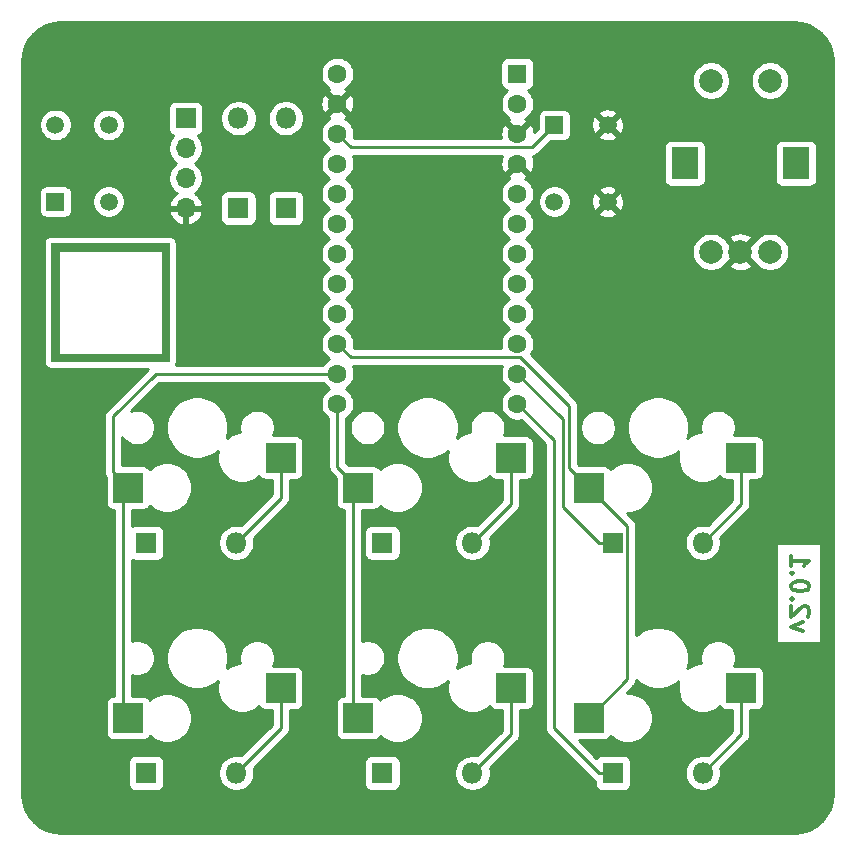
<source format=gbr>
%TF.GenerationSoftware,KiCad,Pcbnew,5.1.9-73d0e3b20d~88~ubuntu20.10.1*%
%TF.CreationDate,2021-04-24T17:05:30-07:00*%
%TF.ProjectId,macropad-v2_0_1,6d616372-6f70-4616-942d-76325f305f31,rev?*%
%TF.SameCoordinates,Original*%
%TF.FileFunction,Copper,L2,Bot*%
%TF.FilePolarity,Positive*%
%FSLAX46Y46*%
G04 Gerber Fmt 4.6, Leading zero omitted, Abs format (unit mm)*
G04 Created by KiCad (PCBNEW 5.1.9-73d0e3b20d~88~ubuntu20.10.1) date 2021-04-24 17:05:30*
%MOMM*%
%LPD*%
G01*
G04 APERTURE LIST*
%TA.AperFunction,NonConductor*%
%ADD10C,0.300000*%
%TD*%
%TA.AperFunction,EtchedComponent*%
%ADD11C,0.010000*%
%TD*%
%TA.AperFunction,ComponentPad*%
%ADD12C,1.498000*%
%TD*%
%TA.AperFunction,ComponentPad*%
%ADD13R,1.498000X1.498000*%
%TD*%
%TA.AperFunction,ComponentPad*%
%ADD14R,1.600000X1.600000*%
%TD*%
%TA.AperFunction,ComponentPad*%
%ADD15C,1.600000*%
%TD*%
%TA.AperFunction,ComponentPad*%
%ADD16R,2.300000X2.700000*%
%TD*%
%TA.AperFunction,ComponentPad*%
%ADD17C,2.000000*%
%TD*%
%TA.AperFunction,ComponentPad*%
%ADD18O,1.800000X1.800000*%
%TD*%
%TA.AperFunction,ComponentPad*%
%ADD19R,1.800000X1.800000*%
%TD*%
%TA.AperFunction,ComponentPad*%
%ADD20O,1.700000X1.700000*%
%TD*%
%TA.AperFunction,ComponentPad*%
%ADD21R,1.700000X1.700000*%
%TD*%
%TA.AperFunction,SMDPad,CuDef*%
%ADD22R,2.550000X2.500000*%
%TD*%
%TA.AperFunction,Conductor*%
%ADD23C,0.250000*%
%TD*%
%TA.AperFunction,Conductor*%
%ADD24C,0.254000*%
%TD*%
%TA.AperFunction,Conductor*%
%ADD25C,0.100000*%
%TD*%
G04 APERTURE END LIST*
D10*
X66821428Y-52214285D02*
X65821428Y-51857142D01*
X66821428Y-51500000D01*
X67178571Y-51000000D02*
X67250000Y-50928571D01*
X67321428Y-50785714D01*
X67321428Y-50428571D01*
X67250000Y-50285714D01*
X67178571Y-50214285D01*
X67035714Y-50142857D01*
X66892857Y-50142857D01*
X66678571Y-50214285D01*
X65821428Y-51071428D01*
X65821428Y-50142857D01*
X65964285Y-49500000D02*
X65892857Y-49428571D01*
X65821428Y-49500000D01*
X65892857Y-49571428D01*
X65964285Y-49500000D01*
X65821428Y-49500000D01*
X67321428Y-48500000D02*
X67321428Y-48357142D01*
X67250000Y-48214285D01*
X67178571Y-48142857D01*
X67035714Y-48071428D01*
X66750000Y-48000000D01*
X66392857Y-48000000D01*
X66107142Y-48071428D01*
X65964285Y-48142857D01*
X65892857Y-48214285D01*
X65821428Y-48357142D01*
X65821428Y-48500000D01*
X65892857Y-48642857D01*
X65964285Y-48714285D01*
X66107142Y-48785714D01*
X66392857Y-48857142D01*
X66750000Y-48857142D01*
X67035714Y-48785714D01*
X67178571Y-48714285D01*
X67250000Y-48642857D01*
X67321428Y-48500000D01*
X65964285Y-47357142D02*
X65892857Y-47285714D01*
X65821428Y-47357142D01*
X65892857Y-47428571D01*
X65964285Y-47357142D01*
X65821428Y-47357142D01*
X65821428Y-45857142D02*
X65821428Y-46714285D01*
X65821428Y-46285714D02*
X67321428Y-46285714D01*
X67107142Y-46428571D01*
X66964285Y-46571428D01*
X66892857Y-46714285D01*
D11*
%TO.C,Ref\u002A\u002A*%
G36*
X3132667Y-29379333D02*
G01*
X13123333Y-29379333D01*
X13123333Y-20023667D01*
X12488333Y-20023667D01*
X12488333Y-28744333D01*
X3767667Y-28744333D01*
X3767667Y-20023667D01*
X12488333Y-20023667D01*
X13123333Y-20023667D01*
X13123333Y-19388667D01*
X3132667Y-19388667D01*
X3132667Y-29379333D01*
G37*
X3132667Y-29379333D02*
X13123333Y-29379333D01*
X13123333Y-20023667D01*
X12488333Y-20023667D01*
X12488333Y-28744333D01*
X3767667Y-28744333D01*
X3767667Y-20023667D01*
X12488333Y-20023667D01*
X13123333Y-20023667D01*
X13123333Y-19388667D01*
X3132667Y-19388667D01*
X3132667Y-29379333D01*
%TD*%
D12*
%TO.P,SW9,2*%
%TO.N,Net-(SW9-Pad1)*%
X45750000Y-15875000D03*
%TO.P,SW9,4*%
%TO.N,GND*%
X50250000Y-15875000D03*
D13*
%TO.P,SW9,1*%
%TO.N,Net-(SW9-Pad1)*%
X45750000Y-9375000D03*
D12*
%TO.P,SW9,3*%
%TO.N,GND*%
X50250000Y-9375000D03*
%TD*%
%TO.P,SW8,2*%
%TO.N,Col_2*%
X3500000Y-9375000D03*
%TO.P,SW8,4*%
%TO.N,Net-(D8-Pad2)*%
X8000000Y-9375000D03*
D13*
%TO.P,SW8,1*%
%TO.N,Col_2*%
X3500000Y-15875000D03*
D12*
%TO.P,SW8,3*%
%TO.N,Net-(D8-Pad2)*%
X8000000Y-15875000D03*
%TD*%
D14*
%TO.P,U1,1*%
%TO.N,Net-(U1-Pad1)*%
X42620000Y-5030000D03*
D15*
%TO.P,U1,2*%
%TO.N,Net-(U1-Pad2)*%
X42620000Y-7570000D03*
%TO.P,U1,3*%
%TO.N,GND*%
X42620000Y-10110000D03*
%TO.P,U1,4*%
X42620000Y-12650000D03*
%TO.P,U1,5*%
%TO.N,Net-(J1-Pad1)*%
X42620000Y-15190000D03*
%TO.P,U1,6*%
%TO.N,Net-(J1-Pad2)*%
X42620000Y-17730000D03*
%TO.P,U1,7*%
%TO.N,Net-(U1-Pad7)*%
X42620000Y-20270000D03*
%TO.P,U1,8*%
%TO.N,Encoder_A*%
X42620000Y-22810000D03*
%TO.P,U1,9*%
%TO.N,Encoder_B*%
X42620000Y-25350000D03*
%TO.P,U1,10*%
%TO.N,Net-(U1-Pad10)*%
X42620000Y-27890000D03*
%TO.P,U1,11*%
%TO.N,Row_0*%
X42620000Y-30430000D03*
%TO.P,U1,12*%
%TO.N,Row_1*%
X42620000Y-32970000D03*
%TO.P,U1,13*%
%TO.N,Col_1*%
X27380000Y-32970000D03*
%TO.P,U1,14*%
%TO.N,Col_0*%
X27380000Y-30430000D03*
%TO.P,U1,15*%
%TO.N,Col_2*%
X27380000Y-27890000D03*
%TO.P,U1,16*%
%TO.N,Row_Extra*%
X27380000Y-25350000D03*
%TO.P,U1,17*%
%TO.N,Net-(U1-Pad17)*%
X27380000Y-22810000D03*
%TO.P,U1,18*%
%TO.N,Net-(U1-Pad18)*%
X27380000Y-20270000D03*
%TO.P,U1,19*%
%TO.N,Net-(U1-Pad19)*%
X27380000Y-17730000D03*
%TO.P,U1,20*%
%TO.N,Net-(U1-Pad20)*%
X27380000Y-15190000D03*
%TO.P,U1,21*%
%TO.N,VCC*%
X27380000Y-12650000D03*
%TO.P,U1,22*%
%TO.N,Net-(SW9-Pad1)*%
X27380000Y-10110000D03*
%TO.P,U1,23*%
%TO.N,GND*%
X27380000Y-7570000D03*
%TO.P,U1,24*%
%TO.N,Net-(U1-Pad24)*%
X27380000Y-5030000D03*
%TD*%
D16*
%TO.P,SW7,MP*%
%TO.N,N/C*%
X66200000Y-12625000D03*
X56800000Y-12625000D03*
D17*
%TO.P,SW7,A*%
%TO.N,Encoder_A*%
X59000000Y-20125000D03*
%TO.P,SW7,C*%
%TO.N,GND*%
X61500000Y-20125000D03*
%TO.P,SW7,B*%
%TO.N,Encoder_B*%
X64000000Y-20125000D03*
%TO.P,SW7,S1*%
%TO.N,Encoder_S1*%
X59000000Y-5625000D03*
%TO.P,SW7,S2*%
%TO.N,Col_1*%
X64000000Y-5625000D03*
%TD*%
D18*
%TO.P,D1,2*%
%TO.N,Net-(D1-Pad2)*%
X18810000Y-44750000D03*
D19*
%TO.P,D1,1*%
%TO.N,Row_0*%
X11190000Y-44750000D03*
%TD*%
%TO.P,D2,1*%
%TO.N,Row_0*%
X31190000Y-44750000D03*
D18*
%TO.P,D2,2*%
%TO.N,Net-(D2-Pad2)*%
X38810000Y-44750000D03*
%TD*%
%TO.P,D3,2*%
%TO.N,Net-(D3-Pad2)*%
X58310000Y-44750000D03*
D19*
%TO.P,D3,1*%
%TO.N,Row_0*%
X50690000Y-44750000D03*
%TD*%
%TO.P,D4,1*%
%TO.N,Row_1*%
X11190000Y-64250000D03*
D18*
%TO.P,D4,2*%
%TO.N,Net-(D4-Pad2)*%
X18810000Y-64250000D03*
%TD*%
D19*
%TO.P,D5,1*%
%TO.N,Row_1*%
X31190000Y-64250000D03*
D18*
%TO.P,D5,2*%
%TO.N,Net-(D5-Pad2)*%
X38810000Y-64250000D03*
%TD*%
%TO.P,D6,2*%
%TO.N,Net-(D6-Pad2)*%
X58310000Y-64250000D03*
D19*
%TO.P,D6,1*%
%TO.N,Row_1*%
X50690000Y-64250000D03*
%TD*%
%TO.P,D7,1*%
%TO.N,Row_Extra*%
X23000000Y-16435000D03*
D18*
%TO.P,D7,2*%
%TO.N,Encoder_S1*%
X23000000Y-8815000D03*
%TD*%
%TO.P,D8,2*%
%TO.N,Net-(D8-Pad2)*%
X19000000Y-8815000D03*
D19*
%TO.P,D8,1*%
%TO.N,Row_Extra*%
X19000000Y-16435000D03*
%TD*%
D20*
%TO.P,J1,4*%
%TO.N,GND*%
X14520000Y-16435000D03*
%TO.P,J1,3*%
%TO.N,VCC*%
X14520000Y-13895000D03*
%TO.P,J1,2*%
%TO.N,Net-(J1-Pad2)*%
X14520000Y-11355000D03*
D21*
%TO.P,J1,1*%
%TO.N,Net-(J1-Pad1)*%
X14520000Y-8815000D03*
%TD*%
D22*
%TO.P,SW1,2*%
%TO.N,Col_0*%
X9658000Y-40080000D03*
%TO.P,SW1,1*%
%TO.N,Net-(D1-Pad2)*%
X22585000Y-37540000D03*
%TD*%
%TO.P,SW2,1*%
%TO.N,Net-(D2-Pad2)*%
X42085000Y-37540000D03*
%TO.P,SW2,2*%
%TO.N,Col_1*%
X29158000Y-40080000D03*
%TD*%
%TO.P,SW3,1*%
%TO.N,Net-(D3-Pad2)*%
X61585000Y-37540000D03*
%TO.P,SW3,2*%
%TO.N,Col_2*%
X48658000Y-40080000D03*
%TD*%
%TO.P,SW4,2*%
%TO.N,Col_0*%
X9658000Y-59580000D03*
%TO.P,SW4,1*%
%TO.N,Net-(D4-Pad2)*%
X22585000Y-57040000D03*
%TD*%
%TO.P,SW5,1*%
%TO.N,Net-(D5-Pad2)*%
X42085000Y-57040000D03*
%TO.P,SW5,2*%
%TO.N,Col_1*%
X29158000Y-59580000D03*
%TD*%
%TO.P,SW6,2*%
%TO.N,Col_2*%
X48658000Y-59580000D03*
%TO.P,SW6,1*%
%TO.N,Net-(D6-Pad2)*%
X61585000Y-57040000D03*
%TD*%
D23*
%TO.N,Net-(D1-Pad2)*%
X22585000Y-40975000D02*
X18810000Y-44750000D01*
X22585000Y-37540000D02*
X22585000Y-40975000D01*
%TO.N,Row_0*%
X42620000Y-30430000D02*
X46480000Y-34290000D01*
X49540000Y-44750000D02*
X50690000Y-44750000D01*
X46480000Y-41690000D02*
X49540000Y-44750000D01*
X46480000Y-34290000D02*
X46480000Y-41690000D01*
%TO.N,Net-(D2-Pad2)*%
X42085000Y-41475000D02*
X38810000Y-44750000D01*
X42085000Y-37540000D02*
X42085000Y-41475000D01*
%TO.N,Net-(D3-Pad2)*%
X61585000Y-41475000D02*
X58310000Y-44750000D01*
X61585000Y-37540000D02*
X61585000Y-41475000D01*
%TO.N,Row_1*%
X50690000Y-64250000D02*
X49518000Y-64250000D01*
X49518000Y-64250000D02*
X45720000Y-60452000D01*
X45720000Y-36070000D02*
X42620000Y-32970000D01*
X45720000Y-60452000D02*
X45720000Y-36070000D01*
%TO.N,Net-(D4-Pad2)*%
X22585000Y-60475000D02*
X18810000Y-64250000D01*
X22585000Y-57040000D02*
X22585000Y-60475000D01*
%TO.N,Net-(D5-Pad2)*%
X42085000Y-60975000D02*
X38810000Y-64250000D01*
X42085000Y-57040000D02*
X42085000Y-60975000D01*
%TO.N,Net-(D6-Pad2)*%
X61585000Y-60975000D02*
X58310000Y-64250000D01*
X61585000Y-57040000D02*
X61585000Y-60975000D01*
%TO.N,Col_0*%
X9658000Y-40080000D02*
X9658000Y-40126000D01*
X27380000Y-30430000D02*
X11988000Y-30430000D01*
X11988000Y-30430000D02*
X8382000Y-34036000D01*
X8382000Y-38804000D02*
X9658000Y-40080000D01*
X8382000Y-34036000D02*
X8382000Y-38804000D01*
X9219999Y-59141999D02*
X9658000Y-59580000D01*
X9219999Y-40518001D02*
X9219999Y-59141999D01*
X9658000Y-40080000D02*
X9219999Y-40518001D01*
%TO.N,Col_1*%
X27380000Y-38302000D02*
X27380000Y-32970000D01*
X29158000Y-40080000D02*
X27380000Y-38302000D01*
X28719999Y-40518001D02*
X29158000Y-40080000D01*
X28719999Y-59141999D02*
X28719999Y-40518001D01*
X29158000Y-59580000D02*
X28719999Y-59141999D01*
%TO.N,Col_2*%
X48658000Y-40080000D02*
X46990000Y-38412000D01*
X28505001Y-29015001D02*
X27380000Y-27890000D01*
X42870003Y-29015001D02*
X28505001Y-29015001D01*
X46990000Y-33134998D02*
X42870003Y-29015001D01*
X46990000Y-38412000D02*
X46990000Y-33134998D01*
X51915001Y-56322999D02*
X51915001Y-43337001D01*
X51915001Y-43337001D02*
X48658000Y-40080000D01*
X48658000Y-59580000D02*
X51915001Y-56322999D01*
%TO.N,Net-(SW9-Pad1)*%
X43889999Y-11235001D02*
X45750000Y-9375000D01*
X28505001Y-11235001D02*
X43889999Y-11235001D01*
X27380000Y-10110000D02*
X28505001Y-11235001D01*
%TD*%
D24*
%TO.N,GND*%
X66648126Y-726714D02*
X67271572Y-914943D01*
X67846579Y-1220681D01*
X68351247Y-1632279D01*
X68766362Y-2134067D01*
X69076105Y-2706924D01*
X69268682Y-3329039D01*
X69340000Y-4007584D01*
X69340001Y-65967711D01*
X69273286Y-66648126D01*
X69085057Y-67271570D01*
X68779323Y-67846573D01*
X68367721Y-68351248D01*
X67865933Y-68766362D01*
X67293077Y-69076104D01*
X66670961Y-69268682D01*
X65992417Y-69340000D01*
X4032279Y-69340000D01*
X3351874Y-69273286D01*
X2728430Y-69085057D01*
X2153427Y-68779323D01*
X1648752Y-68367721D01*
X1233638Y-67865933D01*
X923896Y-67293077D01*
X731318Y-66670961D01*
X660000Y-65992417D01*
X660000Y-63350000D01*
X9651928Y-63350000D01*
X9651928Y-65150000D01*
X9664188Y-65274482D01*
X9700498Y-65394180D01*
X9759463Y-65504494D01*
X9838815Y-65601185D01*
X9935506Y-65680537D01*
X10045820Y-65739502D01*
X10165518Y-65775812D01*
X10290000Y-65788072D01*
X12090000Y-65788072D01*
X12214482Y-65775812D01*
X12334180Y-65739502D01*
X12444494Y-65680537D01*
X12541185Y-65601185D01*
X12620537Y-65504494D01*
X12679502Y-65394180D01*
X12715812Y-65274482D01*
X12728072Y-65150000D01*
X12728072Y-63350000D01*
X12715812Y-63225518D01*
X12679502Y-63105820D01*
X12620537Y-62995506D01*
X12541185Y-62898815D01*
X12444494Y-62819463D01*
X12334180Y-62760498D01*
X12214482Y-62724188D01*
X12090000Y-62711928D01*
X10290000Y-62711928D01*
X10165518Y-62724188D01*
X10045820Y-62760498D01*
X9935506Y-62819463D01*
X9838815Y-62898815D01*
X9759463Y-62995506D01*
X9700498Y-63105820D01*
X9664188Y-63225518D01*
X9651928Y-63350000D01*
X660000Y-63350000D01*
X660000Y-19388667D01*
X2492667Y-19388667D01*
X2492667Y-29379333D01*
X2498544Y-29439271D01*
X2504003Y-29499257D01*
X2504637Y-29501412D01*
X2504856Y-29503643D01*
X2522241Y-29561224D01*
X2539269Y-29619081D01*
X2540310Y-29621073D01*
X2540958Y-29623218D01*
X2569243Y-29676415D01*
X2597138Y-29729773D01*
X2598541Y-29731518D01*
X2599597Y-29733504D01*
X2637672Y-29780187D01*
X2675404Y-29827118D01*
X2677126Y-29828563D01*
X2678542Y-29830299D01*
X2724871Y-29868626D01*
X2771088Y-29907406D01*
X2773058Y-29908489D01*
X2774784Y-29909917D01*
X2827676Y-29938516D01*
X2880544Y-29967580D01*
X2882687Y-29968260D01*
X2884657Y-29969325D01*
X2942172Y-29987129D01*
X2999604Y-30005347D01*
X3001832Y-30005597D01*
X3003977Y-30006261D01*
X3063844Y-30012553D01*
X3123731Y-30019271D01*
X3128046Y-30019301D01*
X3128199Y-30019317D01*
X3128352Y-30019303D01*
X3132667Y-30019333D01*
X11323865Y-30019333D01*
X7871003Y-33472196D01*
X7841999Y-33495999D01*
X7790071Y-33559274D01*
X7747026Y-33611724D01*
X7720230Y-33661856D01*
X7676454Y-33743754D01*
X7632997Y-33887015D01*
X7622000Y-33998668D01*
X7622000Y-33998678D01*
X7618324Y-34036000D01*
X7622000Y-34073323D01*
X7622001Y-38766668D01*
X7618324Y-38804000D01*
X7632998Y-38952985D01*
X7676454Y-39096246D01*
X7744928Y-39224351D01*
X7744928Y-41330000D01*
X7757188Y-41454482D01*
X7793498Y-41574180D01*
X7852463Y-41684494D01*
X7931815Y-41781185D01*
X8028506Y-41860537D01*
X8138820Y-41919502D01*
X8258518Y-41955812D01*
X8383000Y-41968072D01*
X8459999Y-41968072D01*
X8460000Y-57691928D01*
X8383000Y-57691928D01*
X8258518Y-57704188D01*
X8138820Y-57740498D01*
X8028506Y-57799463D01*
X7931815Y-57878815D01*
X7852463Y-57975506D01*
X7793498Y-58085820D01*
X7757188Y-58205518D01*
X7744928Y-58330000D01*
X7744928Y-60830000D01*
X7757188Y-60954482D01*
X7793498Y-61074180D01*
X7852463Y-61184494D01*
X7931815Y-61281185D01*
X8028506Y-61360537D01*
X8138820Y-61419502D01*
X8258518Y-61455812D01*
X8383000Y-61468072D01*
X10933000Y-61468072D01*
X11057482Y-61455812D01*
X11177180Y-61419502D01*
X11287494Y-61360537D01*
X11384185Y-61281185D01*
X11463537Y-61184494D01*
X11491965Y-61131311D01*
X11599017Y-61238363D01*
X11948698Y-61472012D01*
X12337244Y-61632953D01*
X12749721Y-61715000D01*
X13170279Y-61715000D01*
X13582756Y-61632953D01*
X13971302Y-61472012D01*
X14320983Y-61238363D01*
X14618363Y-60940983D01*
X14852012Y-60591302D01*
X15012953Y-60202756D01*
X15095000Y-59790279D01*
X15095000Y-59369721D01*
X15012953Y-58957244D01*
X14852012Y-58568698D01*
X14618363Y-58219017D01*
X14320983Y-57921637D01*
X13971302Y-57687988D01*
X13582756Y-57527047D01*
X13170279Y-57445000D01*
X12749721Y-57445000D01*
X12337244Y-57527047D01*
X11948698Y-57687988D01*
X11599017Y-57921637D01*
X11491965Y-58028689D01*
X11463537Y-57975506D01*
X11384185Y-57878815D01*
X11287494Y-57799463D01*
X11177180Y-57740498D01*
X11057482Y-57704188D01*
X10933000Y-57691928D01*
X9979999Y-57691928D01*
X9979999Y-55952061D01*
X10271278Y-56010000D01*
X10568722Y-56010000D01*
X10860451Y-55951971D01*
X11135253Y-55838144D01*
X11382569Y-55672893D01*
X11592893Y-55462569D01*
X11758144Y-55215253D01*
X11871971Y-54940451D01*
X11930000Y-54648722D01*
X11930000Y-54351278D01*
X11907960Y-54240475D01*
X12865000Y-54240475D01*
X12865000Y-54759525D01*
X12966261Y-55268601D01*
X13164893Y-55748141D01*
X13453262Y-56179715D01*
X13820285Y-56546738D01*
X14251859Y-56835107D01*
X14731399Y-57033739D01*
X15240475Y-57135000D01*
X15759525Y-57135000D01*
X16268601Y-57033739D01*
X16748141Y-56835107D01*
X17179715Y-56546738D01*
X17244095Y-56482358D01*
X17175000Y-56829721D01*
X17175000Y-57250279D01*
X17257047Y-57662756D01*
X17417988Y-58051302D01*
X17651637Y-58400983D01*
X17949017Y-58698363D01*
X18298698Y-58932012D01*
X18687244Y-59092953D01*
X19099721Y-59175000D01*
X19520279Y-59175000D01*
X19932756Y-59092953D01*
X20321302Y-58932012D01*
X20670983Y-58698363D01*
X20760440Y-58608906D01*
X20779463Y-58644494D01*
X20858815Y-58741185D01*
X20955506Y-58820537D01*
X21065820Y-58879502D01*
X21185518Y-58915812D01*
X21310000Y-58928072D01*
X21825001Y-58928072D01*
X21825001Y-60160197D01*
X19218930Y-62766269D01*
X18961184Y-62715000D01*
X18658816Y-62715000D01*
X18362257Y-62773989D01*
X18082905Y-62889701D01*
X17831495Y-63057688D01*
X17617688Y-63271495D01*
X17449701Y-63522905D01*
X17333989Y-63802257D01*
X17275000Y-64098816D01*
X17275000Y-64401184D01*
X17333989Y-64697743D01*
X17449701Y-64977095D01*
X17617688Y-65228505D01*
X17831495Y-65442312D01*
X18082905Y-65610299D01*
X18362257Y-65726011D01*
X18658816Y-65785000D01*
X18961184Y-65785000D01*
X19257743Y-65726011D01*
X19537095Y-65610299D01*
X19788505Y-65442312D01*
X20002312Y-65228505D01*
X20170299Y-64977095D01*
X20286011Y-64697743D01*
X20345000Y-64401184D01*
X20345000Y-64098816D01*
X20293731Y-63841070D01*
X20784801Y-63350000D01*
X29651928Y-63350000D01*
X29651928Y-65150000D01*
X29664188Y-65274482D01*
X29700498Y-65394180D01*
X29759463Y-65504494D01*
X29838815Y-65601185D01*
X29935506Y-65680537D01*
X30045820Y-65739502D01*
X30165518Y-65775812D01*
X30290000Y-65788072D01*
X32090000Y-65788072D01*
X32214482Y-65775812D01*
X32334180Y-65739502D01*
X32444494Y-65680537D01*
X32541185Y-65601185D01*
X32620537Y-65504494D01*
X32679502Y-65394180D01*
X32715812Y-65274482D01*
X32728072Y-65150000D01*
X32728072Y-63350000D01*
X32715812Y-63225518D01*
X32679502Y-63105820D01*
X32620537Y-62995506D01*
X32541185Y-62898815D01*
X32444494Y-62819463D01*
X32334180Y-62760498D01*
X32214482Y-62724188D01*
X32090000Y-62711928D01*
X30290000Y-62711928D01*
X30165518Y-62724188D01*
X30045820Y-62760498D01*
X29935506Y-62819463D01*
X29838815Y-62898815D01*
X29759463Y-62995506D01*
X29700498Y-63105820D01*
X29664188Y-63225518D01*
X29651928Y-63350000D01*
X20784801Y-63350000D01*
X23096003Y-61038799D01*
X23125001Y-61015001D01*
X23219974Y-60899276D01*
X23290546Y-60767247D01*
X23334003Y-60623986D01*
X23345000Y-60512333D01*
X23345000Y-60512324D01*
X23348676Y-60475001D01*
X23345000Y-60437678D01*
X23345000Y-58928072D01*
X23860000Y-58928072D01*
X23984482Y-58915812D01*
X24104180Y-58879502D01*
X24214494Y-58820537D01*
X24311185Y-58741185D01*
X24390537Y-58644494D01*
X24449502Y-58534180D01*
X24485812Y-58414482D01*
X24498072Y-58290000D01*
X24498072Y-55790000D01*
X24485812Y-55665518D01*
X24449502Y-55545820D01*
X24390537Y-55435506D01*
X24311185Y-55338815D01*
X24214494Y-55259463D01*
X24104180Y-55200498D01*
X23984482Y-55164188D01*
X23860000Y-55151928D01*
X21944374Y-55151928D01*
X22031971Y-54940451D01*
X22090000Y-54648722D01*
X22090000Y-54351278D01*
X22031971Y-54059549D01*
X21918144Y-53784747D01*
X21752893Y-53537431D01*
X21542569Y-53327107D01*
X21295253Y-53161856D01*
X21020451Y-53048029D01*
X20728722Y-52990000D01*
X20431278Y-52990000D01*
X20139549Y-53048029D01*
X19864747Y-53161856D01*
X19617431Y-53327107D01*
X19407107Y-53537431D01*
X19241856Y-53784747D01*
X19128029Y-54059549D01*
X19070000Y-54351278D01*
X19070000Y-54648722D01*
X19120977Y-54905000D01*
X19099721Y-54905000D01*
X18687244Y-54987047D01*
X18298698Y-55147988D01*
X18001422Y-55346621D01*
X18033739Y-55268601D01*
X18135000Y-54759525D01*
X18135000Y-54240475D01*
X18033739Y-53731399D01*
X17835107Y-53251859D01*
X17546738Y-52820285D01*
X17179715Y-52453262D01*
X16748141Y-52164893D01*
X16268601Y-51966261D01*
X15759525Y-51865000D01*
X15240475Y-51865000D01*
X14731399Y-51966261D01*
X14251859Y-52164893D01*
X13820285Y-52453262D01*
X13453262Y-52820285D01*
X13164893Y-53251859D01*
X12966261Y-53731399D01*
X12865000Y-54240475D01*
X11907960Y-54240475D01*
X11871971Y-54059549D01*
X11758144Y-53784747D01*
X11592893Y-53537431D01*
X11382569Y-53327107D01*
X11135253Y-53161856D01*
X10860451Y-53048029D01*
X10568722Y-52990000D01*
X10271278Y-52990000D01*
X9979999Y-53047939D01*
X9979999Y-46204319D01*
X10045820Y-46239502D01*
X10165518Y-46275812D01*
X10290000Y-46288072D01*
X12090000Y-46288072D01*
X12214482Y-46275812D01*
X12334180Y-46239502D01*
X12444494Y-46180537D01*
X12541185Y-46101185D01*
X12620537Y-46004494D01*
X12679502Y-45894180D01*
X12715812Y-45774482D01*
X12728072Y-45650000D01*
X12728072Y-43850000D01*
X12715812Y-43725518D01*
X12679502Y-43605820D01*
X12620537Y-43495506D01*
X12541185Y-43398815D01*
X12444494Y-43319463D01*
X12334180Y-43260498D01*
X12214482Y-43224188D01*
X12090000Y-43211928D01*
X10290000Y-43211928D01*
X10165518Y-43224188D01*
X10045820Y-43260498D01*
X9979999Y-43295681D01*
X9979999Y-41968072D01*
X10933000Y-41968072D01*
X11057482Y-41955812D01*
X11177180Y-41919502D01*
X11287494Y-41860537D01*
X11384185Y-41781185D01*
X11463537Y-41684494D01*
X11491965Y-41631311D01*
X11599017Y-41738363D01*
X11948698Y-41972012D01*
X12337244Y-42132953D01*
X12749721Y-42215000D01*
X13170279Y-42215000D01*
X13582756Y-42132953D01*
X13971302Y-41972012D01*
X14320983Y-41738363D01*
X14618363Y-41440983D01*
X14852012Y-41091302D01*
X15012953Y-40702756D01*
X15095000Y-40290279D01*
X15095000Y-39869721D01*
X15012953Y-39457244D01*
X14852012Y-39068698D01*
X14618363Y-38719017D01*
X14320983Y-38421637D01*
X13971302Y-38187988D01*
X13582756Y-38027047D01*
X13170279Y-37945000D01*
X12749721Y-37945000D01*
X12337244Y-38027047D01*
X11948698Y-38187988D01*
X11599017Y-38421637D01*
X11491965Y-38528689D01*
X11463537Y-38475506D01*
X11384185Y-38378815D01*
X11287494Y-38299463D01*
X11177180Y-38240498D01*
X11057482Y-38204188D01*
X10933000Y-38191928D01*
X9142000Y-38191928D01*
X9142000Y-35805265D01*
X9247107Y-35962569D01*
X9457431Y-36172893D01*
X9704747Y-36338144D01*
X9979549Y-36451971D01*
X10271278Y-36510000D01*
X10568722Y-36510000D01*
X10860451Y-36451971D01*
X11135253Y-36338144D01*
X11382569Y-36172893D01*
X11592893Y-35962569D01*
X11758144Y-35715253D01*
X11871971Y-35440451D01*
X11930000Y-35148722D01*
X11930000Y-34851278D01*
X11907960Y-34740475D01*
X12865000Y-34740475D01*
X12865000Y-35259525D01*
X12966261Y-35768601D01*
X13164893Y-36248141D01*
X13453262Y-36679715D01*
X13820285Y-37046738D01*
X14251859Y-37335107D01*
X14731399Y-37533739D01*
X15240475Y-37635000D01*
X15759525Y-37635000D01*
X16268601Y-37533739D01*
X16748141Y-37335107D01*
X17179715Y-37046738D01*
X17244095Y-36982358D01*
X17175000Y-37329721D01*
X17175000Y-37750279D01*
X17257047Y-38162756D01*
X17417988Y-38551302D01*
X17651637Y-38900983D01*
X17949017Y-39198363D01*
X18298698Y-39432012D01*
X18687244Y-39592953D01*
X19099721Y-39675000D01*
X19520279Y-39675000D01*
X19932756Y-39592953D01*
X20321302Y-39432012D01*
X20670983Y-39198363D01*
X20760440Y-39108906D01*
X20779463Y-39144494D01*
X20858815Y-39241185D01*
X20955506Y-39320537D01*
X21065820Y-39379502D01*
X21185518Y-39415812D01*
X21310000Y-39428072D01*
X21825001Y-39428072D01*
X21825001Y-40660197D01*
X19218930Y-43266269D01*
X18961184Y-43215000D01*
X18658816Y-43215000D01*
X18362257Y-43273989D01*
X18082905Y-43389701D01*
X17831495Y-43557688D01*
X17617688Y-43771495D01*
X17449701Y-44022905D01*
X17333989Y-44302257D01*
X17275000Y-44598816D01*
X17275000Y-44901184D01*
X17333989Y-45197743D01*
X17449701Y-45477095D01*
X17617688Y-45728505D01*
X17831495Y-45942312D01*
X18082905Y-46110299D01*
X18362257Y-46226011D01*
X18658816Y-46285000D01*
X18961184Y-46285000D01*
X19257743Y-46226011D01*
X19537095Y-46110299D01*
X19788505Y-45942312D01*
X20002312Y-45728505D01*
X20170299Y-45477095D01*
X20286011Y-45197743D01*
X20345000Y-44901184D01*
X20345000Y-44598816D01*
X20293731Y-44341070D01*
X23096003Y-41538799D01*
X23125001Y-41515001D01*
X23219974Y-41399276D01*
X23290546Y-41267247D01*
X23334003Y-41123986D01*
X23345000Y-41012333D01*
X23345000Y-41012324D01*
X23348676Y-40975001D01*
X23345000Y-40937678D01*
X23345000Y-39428072D01*
X23860000Y-39428072D01*
X23984482Y-39415812D01*
X24104180Y-39379502D01*
X24214494Y-39320537D01*
X24311185Y-39241185D01*
X24390537Y-39144494D01*
X24449502Y-39034180D01*
X24485812Y-38914482D01*
X24498072Y-38790000D01*
X24498072Y-36290000D01*
X24485812Y-36165518D01*
X24449502Y-36045820D01*
X24390537Y-35935506D01*
X24311185Y-35838815D01*
X24214494Y-35759463D01*
X24104180Y-35700498D01*
X23984482Y-35664188D01*
X23860000Y-35651928D01*
X21944374Y-35651928D01*
X22031971Y-35440451D01*
X22090000Y-35148722D01*
X22090000Y-34851278D01*
X22031971Y-34559549D01*
X21918144Y-34284747D01*
X21752893Y-34037431D01*
X21542569Y-33827107D01*
X21295253Y-33661856D01*
X21020451Y-33548029D01*
X20728722Y-33490000D01*
X20431278Y-33490000D01*
X20139549Y-33548029D01*
X19864747Y-33661856D01*
X19617431Y-33827107D01*
X19407107Y-34037431D01*
X19241856Y-34284747D01*
X19128029Y-34559549D01*
X19070000Y-34851278D01*
X19070000Y-35148722D01*
X19120977Y-35405000D01*
X19099721Y-35405000D01*
X18687244Y-35487047D01*
X18298698Y-35647988D01*
X18001422Y-35846621D01*
X18033739Y-35768601D01*
X18135000Y-35259525D01*
X18135000Y-34740475D01*
X18033739Y-34231399D01*
X17835107Y-33751859D01*
X17546738Y-33320285D01*
X17179715Y-32953262D01*
X16748141Y-32664893D01*
X16268601Y-32466261D01*
X15759525Y-32365000D01*
X15240475Y-32365000D01*
X14731399Y-32466261D01*
X14251859Y-32664893D01*
X13820285Y-32953262D01*
X13453262Y-33320285D01*
X13164893Y-33751859D01*
X12966261Y-34231399D01*
X12865000Y-34740475D01*
X11907960Y-34740475D01*
X11871971Y-34559549D01*
X11758144Y-34284747D01*
X11592893Y-34037431D01*
X11382569Y-33827107D01*
X11135253Y-33661856D01*
X10860451Y-33548029D01*
X10568722Y-33490000D01*
X10271278Y-33490000D01*
X9979549Y-33548029D01*
X9920181Y-33572620D01*
X12302802Y-31190000D01*
X26161957Y-31190000D01*
X26265363Y-31344759D01*
X26465241Y-31544637D01*
X26697759Y-31700000D01*
X26465241Y-31855363D01*
X26265363Y-32055241D01*
X26108320Y-32290273D01*
X26000147Y-32551426D01*
X25945000Y-32828665D01*
X25945000Y-33111335D01*
X26000147Y-33388574D01*
X26108320Y-33649727D01*
X26265363Y-33884759D01*
X26465241Y-34084637D01*
X26620001Y-34188044D01*
X26620000Y-38264677D01*
X26616324Y-38302000D01*
X26620000Y-38339322D01*
X26620000Y-38339332D01*
X26630997Y-38450985D01*
X26664365Y-38560985D01*
X26674454Y-38594246D01*
X26745026Y-38726276D01*
X26784871Y-38774826D01*
X26839999Y-38842001D01*
X26869003Y-38865804D01*
X27244928Y-39241729D01*
X27244928Y-41330000D01*
X27257188Y-41454482D01*
X27293498Y-41574180D01*
X27352463Y-41684494D01*
X27431815Y-41781185D01*
X27528506Y-41860537D01*
X27638820Y-41919502D01*
X27758518Y-41955812D01*
X27883000Y-41968072D01*
X27960000Y-41968072D01*
X27959999Y-57691928D01*
X27883000Y-57691928D01*
X27758518Y-57704188D01*
X27638820Y-57740498D01*
X27528506Y-57799463D01*
X27431815Y-57878815D01*
X27352463Y-57975506D01*
X27293498Y-58085820D01*
X27257188Y-58205518D01*
X27244928Y-58330000D01*
X27244928Y-60830000D01*
X27257188Y-60954482D01*
X27293498Y-61074180D01*
X27352463Y-61184494D01*
X27431815Y-61281185D01*
X27528506Y-61360537D01*
X27638820Y-61419502D01*
X27758518Y-61455812D01*
X27883000Y-61468072D01*
X30433000Y-61468072D01*
X30557482Y-61455812D01*
X30677180Y-61419502D01*
X30787494Y-61360537D01*
X30884185Y-61281185D01*
X30963537Y-61184494D01*
X30991965Y-61131311D01*
X31099017Y-61238363D01*
X31448698Y-61472012D01*
X31837244Y-61632953D01*
X32249721Y-61715000D01*
X32670279Y-61715000D01*
X33082756Y-61632953D01*
X33471302Y-61472012D01*
X33820983Y-61238363D01*
X34118363Y-60940983D01*
X34352012Y-60591302D01*
X34512953Y-60202756D01*
X34595000Y-59790279D01*
X34595000Y-59369721D01*
X34512953Y-58957244D01*
X34352012Y-58568698D01*
X34118363Y-58219017D01*
X33820983Y-57921637D01*
X33471302Y-57687988D01*
X33082756Y-57527047D01*
X32670279Y-57445000D01*
X32249721Y-57445000D01*
X31837244Y-57527047D01*
X31448698Y-57687988D01*
X31099017Y-57921637D01*
X30991965Y-58028689D01*
X30963537Y-57975506D01*
X30884185Y-57878815D01*
X30787494Y-57799463D01*
X30677180Y-57740498D01*
X30557482Y-57704188D01*
X30433000Y-57691928D01*
X29479999Y-57691928D01*
X29479999Y-55952061D01*
X29771278Y-56010000D01*
X30068722Y-56010000D01*
X30360451Y-55951971D01*
X30635253Y-55838144D01*
X30882569Y-55672893D01*
X31092893Y-55462569D01*
X31258144Y-55215253D01*
X31371971Y-54940451D01*
X31430000Y-54648722D01*
X31430000Y-54351278D01*
X31407960Y-54240475D01*
X32365000Y-54240475D01*
X32365000Y-54759525D01*
X32466261Y-55268601D01*
X32664893Y-55748141D01*
X32953262Y-56179715D01*
X33320285Y-56546738D01*
X33751859Y-56835107D01*
X34231399Y-57033739D01*
X34740475Y-57135000D01*
X35259525Y-57135000D01*
X35768601Y-57033739D01*
X36248141Y-56835107D01*
X36679715Y-56546738D01*
X36744095Y-56482358D01*
X36675000Y-56829721D01*
X36675000Y-57250279D01*
X36757047Y-57662756D01*
X36917988Y-58051302D01*
X37151637Y-58400983D01*
X37449017Y-58698363D01*
X37798698Y-58932012D01*
X38187244Y-59092953D01*
X38599721Y-59175000D01*
X39020279Y-59175000D01*
X39432756Y-59092953D01*
X39821302Y-58932012D01*
X40170983Y-58698363D01*
X40260440Y-58608906D01*
X40279463Y-58644494D01*
X40358815Y-58741185D01*
X40455506Y-58820537D01*
X40565820Y-58879502D01*
X40685518Y-58915812D01*
X40810000Y-58928072D01*
X41325000Y-58928072D01*
X41325001Y-60660196D01*
X39218930Y-62766269D01*
X38961184Y-62715000D01*
X38658816Y-62715000D01*
X38362257Y-62773989D01*
X38082905Y-62889701D01*
X37831495Y-63057688D01*
X37617688Y-63271495D01*
X37449701Y-63522905D01*
X37333989Y-63802257D01*
X37275000Y-64098816D01*
X37275000Y-64401184D01*
X37333989Y-64697743D01*
X37449701Y-64977095D01*
X37617688Y-65228505D01*
X37831495Y-65442312D01*
X38082905Y-65610299D01*
X38362257Y-65726011D01*
X38658816Y-65785000D01*
X38961184Y-65785000D01*
X39257743Y-65726011D01*
X39537095Y-65610299D01*
X39788505Y-65442312D01*
X40002312Y-65228505D01*
X40170299Y-64977095D01*
X40286011Y-64697743D01*
X40345000Y-64401184D01*
X40345000Y-64098816D01*
X40293731Y-63841070D01*
X42596008Y-61538795D01*
X42625001Y-61515001D01*
X42648795Y-61486008D01*
X42648799Y-61486004D01*
X42719973Y-61399277D01*
X42719974Y-61399276D01*
X42790546Y-61267247D01*
X42834003Y-61123986D01*
X42845000Y-61012333D01*
X42845000Y-61012324D01*
X42848676Y-60975001D01*
X42845000Y-60937678D01*
X42845000Y-58928072D01*
X43360000Y-58928072D01*
X43484482Y-58915812D01*
X43604180Y-58879502D01*
X43714494Y-58820537D01*
X43811185Y-58741185D01*
X43890537Y-58644494D01*
X43949502Y-58534180D01*
X43985812Y-58414482D01*
X43998072Y-58290000D01*
X43998072Y-55790000D01*
X43985812Y-55665518D01*
X43949502Y-55545820D01*
X43890537Y-55435506D01*
X43811185Y-55338815D01*
X43714494Y-55259463D01*
X43604180Y-55200498D01*
X43484482Y-55164188D01*
X43360000Y-55151928D01*
X41444374Y-55151928D01*
X41531971Y-54940451D01*
X41590000Y-54648722D01*
X41590000Y-54351278D01*
X41531971Y-54059549D01*
X41418144Y-53784747D01*
X41252893Y-53537431D01*
X41042569Y-53327107D01*
X40795253Y-53161856D01*
X40520451Y-53048029D01*
X40228722Y-52990000D01*
X39931278Y-52990000D01*
X39639549Y-53048029D01*
X39364747Y-53161856D01*
X39117431Y-53327107D01*
X38907107Y-53537431D01*
X38741856Y-53784747D01*
X38628029Y-54059549D01*
X38570000Y-54351278D01*
X38570000Y-54648722D01*
X38620977Y-54905000D01*
X38599721Y-54905000D01*
X38187244Y-54987047D01*
X37798698Y-55147988D01*
X37501422Y-55346621D01*
X37533739Y-55268601D01*
X37635000Y-54759525D01*
X37635000Y-54240475D01*
X37533739Y-53731399D01*
X37335107Y-53251859D01*
X37046738Y-52820285D01*
X36679715Y-52453262D01*
X36248141Y-52164893D01*
X35768601Y-51966261D01*
X35259525Y-51865000D01*
X34740475Y-51865000D01*
X34231399Y-51966261D01*
X33751859Y-52164893D01*
X33320285Y-52453262D01*
X32953262Y-52820285D01*
X32664893Y-53251859D01*
X32466261Y-53731399D01*
X32365000Y-54240475D01*
X31407960Y-54240475D01*
X31371971Y-54059549D01*
X31258144Y-53784747D01*
X31092893Y-53537431D01*
X30882569Y-53327107D01*
X30635253Y-53161856D01*
X30360451Y-53048029D01*
X30068722Y-52990000D01*
X29771278Y-52990000D01*
X29479999Y-53047939D01*
X29479999Y-43850000D01*
X29651928Y-43850000D01*
X29651928Y-45650000D01*
X29664188Y-45774482D01*
X29700498Y-45894180D01*
X29759463Y-46004494D01*
X29838815Y-46101185D01*
X29935506Y-46180537D01*
X30045820Y-46239502D01*
X30165518Y-46275812D01*
X30290000Y-46288072D01*
X32090000Y-46288072D01*
X32214482Y-46275812D01*
X32334180Y-46239502D01*
X32444494Y-46180537D01*
X32541185Y-46101185D01*
X32620537Y-46004494D01*
X32679502Y-45894180D01*
X32715812Y-45774482D01*
X32728072Y-45650000D01*
X32728072Y-43850000D01*
X32715812Y-43725518D01*
X32679502Y-43605820D01*
X32620537Y-43495506D01*
X32541185Y-43398815D01*
X32444494Y-43319463D01*
X32334180Y-43260498D01*
X32214482Y-43224188D01*
X32090000Y-43211928D01*
X30290000Y-43211928D01*
X30165518Y-43224188D01*
X30045820Y-43260498D01*
X29935506Y-43319463D01*
X29838815Y-43398815D01*
X29759463Y-43495506D01*
X29700498Y-43605820D01*
X29664188Y-43725518D01*
X29651928Y-43850000D01*
X29479999Y-43850000D01*
X29479999Y-41968072D01*
X30433000Y-41968072D01*
X30557482Y-41955812D01*
X30677180Y-41919502D01*
X30787494Y-41860537D01*
X30884185Y-41781185D01*
X30963537Y-41684494D01*
X30991965Y-41631311D01*
X31099017Y-41738363D01*
X31448698Y-41972012D01*
X31837244Y-42132953D01*
X32249721Y-42215000D01*
X32670279Y-42215000D01*
X33082756Y-42132953D01*
X33471302Y-41972012D01*
X33820983Y-41738363D01*
X34118363Y-41440983D01*
X34352012Y-41091302D01*
X34512953Y-40702756D01*
X34595000Y-40290279D01*
X34595000Y-39869721D01*
X34512953Y-39457244D01*
X34352012Y-39068698D01*
X34118363Y-38719017D01*
X33820983Y-38421637D01*
X33471302Y-38187988D01*
X33082756Y-38027047D01*
X32670279Y-37945000D01*
X32249721Y-37945000D01*
X31837244Y-38027047D01*
X31448698Y-38187988D01*
X31099017Y-38421637D01*
X30991965Y-38528689D01*
X30963537Y-38475506D01*
X30884185Y-38378815D01*
X30787494Y-38299463D01*
X30677180Y-38240498D01*
X30557482Y-38204188D01*
X30433000Y-38191928D01*
X28344729Y-38191928D01*
X28140000Y-37987199D01*
X28140000Y-34851278D01*
X28410000Y-34851278D01*
X28410000Y-35148722D01*
X28468029Y-35440451D01*
X28581856Y-35715253D01*
X28747107Y-35962569D01*
X28957431Y-36172893D01*
X29204747Y-36338144D01*
X29479549Y-36451971D01*
X29771278Y-36510000D01*
X30068722Y-36510000D01*
X30360451Y-36451971D01*
X30635253Y-36338144D01*
X30882569Y-36172893D01*
X31092893Y-35962569D01*
X31258144Y-35715253D01*
X31371971Y-35440451D01*
X31430000Y-35148722D01*
X31430000Y-34851278D01*
X31407960Y-34740475D01*
X32365000Y-34740475D01*
X32365000Y-35259525D01*
X32466261Y-35768601D01*
X32664893Y-36248141D01*
X32953262Y-36679715D01*
X33320285Y-37046738D01*
X33751859Y-37335107D01*
X34231399Y-37533739D01*
X34740475Y-37635000D01*
X35259525Y-37635000D01*
X35768601Y-37533739D01*
X36248141Y-37335107D01*
X36679715Y-37046738D01*
X36744095Y-36982358D01*
X36675000Y-37329721D01*
X36675000Y-37750279D01*
X36757047Y-38162756D01*
X36917988Y-38551302D01*
X37151637Y-38900983D01*
X37449017Y-39198363D01*
X37798698Y-39432012D01*
X38187244Y-39592953D01*
X38599721Y-39675000D01*
X39020279Y-39675000D01*
X39432756Y-39592953D01*
X39821302Y-39432012D01*
X40170983Y-39198363D01*
X40260440Y-39108906D01*
X40279463Y-39144494D01*
X40358815Y-39241185D01*
X40455506Y-39320537D01*
X40565820Y-39379502D01*
X40685518Y-39415812D01*
X40810000Y-39428072D01*
X41325000Y-39428072D01*
X41325001Y-41160196D01*
X39218930Y-43266269D01*
X38961184Y-43215000D01*
X38658816Y-43215000D01*
X38362257Y-43273989D01*
X38082905Y-43389701D01*
X37831495Y-43557688D01*
X37617688Y-43771495D01*
X37449701Y-44022905D01*
X37333989Y-44302257D01*
X37275000Y-44598816D01*
X37275000Y-44901184D01*
X37333989Y-45197743D01*
X37449701Y-45477095D01*
X37617688Y-45728505D01*
X37831495Y-45942312D01*
X38082905Y-46110299D01*
X38362257Y-46226011D01*
X38658816Y-46285000D01*
X38961184Y-46285000D01*
X39257743Y-46226011D01*
X39537095Y-46110299D01*
X39788505Y-45942312D01*
X40002312Y-45728505D01*
X40170299Y-45477095D01*
X40286011Y-45197743D01*
X40345000Y-44901184D01*
X40345000Y-44598816D01*
X40293731Y-44341070D01*
X42596008Y-42038795D01*
X42625001Y-42015001D01*
X42648795Y-41986008D01*
X42648799Y-41986004D01*
X42719973Y-41899277D01*
X42719974Y-41899276D01*
X42790546Y-41767247D01*
X42834003Y-41623986D01*
X42845000Y-41512333D01*
X42845000Y-41512324D01*
X42848676Y-41475001D01*
X42845000Y-41437678D01*
X42845000Y-39428072D01*
X43360000Y-39428072D01*
X43484482Y-39415812D01*
X43604180Y-39379502D01*
X43714494Y-39320537D01*
X43811185Y-39241185D01*
X43890537Y-39144494D01*
X43949502Y-39034180D01*
X43985812Y-38914482D01*
X43998072Y-38790000D01*
X43998072Y-36290000D01*
X43985812Y-36165518D01*
X43949502Y-36045820D01*
X43890537Y-35935506D01*
X43811185Y-35838815D01*
X43714494Y-35759463D01*
X43604180Y-35700498D01*
X43484482Y-35664188D01*
X43360000Y-35651928D01*
X41444374Y-35651928D01*
X41531971Y-35440451D01*
X41590000Y-35148722D01*
X41590000Y-34851278D01*
X41531971Y-34559549D01*
X41418144Y-34284747D01*
X41252893Y-34037431D01*
X41042569Y-33827107D01*
X40795253Y-33661856D01*
X40520451Y-33548029D01*
X40228722Y-33490000D01*
X39931278Y-33490000D01*
X39639549Y-33548029D01*
X39364747Y-33661856D01*
X39117431Y-33827107D01*
X38907107Y-34037431D01*
X38741856Y-34284747D01*
X38628029Y-34559549D01*
X38570000Y-34851278D01*
X38570000Y-35148722D01*
X38620977Y-35405000D01*
X38599721Y-35405000D01*
X38187244Y-35487047D01*
X37798698Y-35647988D01*
X37501422Y-35846621D01*
X37533739Y-35768601D01*
X37635000Y-35259525D01*
X37635000Y-34740475D01*
X37533739Y-34231399D01*
X37335107Y-33751859D01*
X37046738Y-33320285D01*
X36679715Y-32953262D01*
X36248141Y-32664893D01*
X35768601Y-32466261D01*
X35259525Y-32365000D01*
X34740475Y-32365000D01*
X34231399Y-32466261D01*
X33751859Y-32664893D01*
X33320285Y-32953262D01*
X32953262Y-33320285D01*
X32664893Y-33751859D01*
X32466261Y-34231399D01*
X32365000Y-34740475D01*
X31407960Y-34740475D01*
X31371971Y-34559549D01*
X31258144Y-34284747D01*
X31092893Y-34037431D01*
X30882569Y-33827107D01*
X30635253Y-33661856D01*
X30360451Y-33548029D01*
X30068722Y-33490000D01*
X29771278Y-33490000D01*
X29479549Y-33548029D01*
X29204747Y-33661856D01*
X28957431Y-33827107D01*
X28747107Y-34037431D01*
X28581856Y-34284747D01*
X28468029Y-34559549D01*
X28410000Y-34851278D01*
X28140000Y-34851278D01*
X28140000Y-34188043D01*
X28294759Y-34084637D01*
X28494637Y-33884759D01*
X28651680Y-33649727D01*
X28759853Y-33388574D01*
X28815000Y-33111335D01*
X28815000Y-32828665D01*
X28759853Y-32551426D01*
X28651680Y-32290273D01*
X28494637Y-32055241D01*
X28294759Y-31855363D01*
X28062241Y-31700000D01*
X28294759Y-31544637D01*
X28494637Y-31344759D01*
X28651680Y-31109727D01*
X28759853Y-30848574D01*
X28815000Y-30571335D01*
X28815000Y-30288665D01*
X28759853Y-30011426D01*
X28661923Y-29775001D01*
X41338077Y-29775001D01*
X41240147Y-30011426D01*
X41185000Y-30288665D01*
X41185000Y-30571335D01*
X41240147Y-30848574D01*
X41348320Y-31109727D01*
X41505363Y-31344759D01*
X41705241Y-31544637D01*
X41937759Y-31700000D01*
X41705241Y-31855363D01*
X41505363Y-32055241D01*
X41348320Y-32290273D01*
X41240147Y-32551426D01*
X41185000Y-32828665D01*
X41185000Y-33111335D01*
X41240147Y-33388574D01*
X41348320Y-33649727D01*
X41505363Y-33884759D01*
X41705241Y-34084637D01*
X41940273Y-34241680D01*
X42201426Y-34349853D01*
X42478665Y-34405000D01*
X42761335Y-34405000D01*
X42943886Y-34368688D01*
X44960001Y-36384803D01*
X44960000Y-60414678D01*
X44956324Y-60452000D01*
X44960000Y-60489322D01*
X44960000Y-60489332D01*
X44970997Y-60600985D01*
X44995801Y-60682754D01*
X45014454Y-60744246D01*
X45085026Y-60876276D01*
X45103902Y-60899276D01*
X45179999Y-60992001D01*
X45209003Y-61015804D01*
X48954201Y-64761003D01*
X48977999Y-64790001D01*
X49006997Y-64813799D01*
X49093723Y-64884974D01*
X49151928Y-64916085D01*
X49151928Y-65150000D01*
X49164188Y-65274482D01*
X49200498Y-65394180D01*
X49259463Y-65504494D01*
X49338815Y-65601185D01*
X49435506Y-65680537D01*
X49545820Y-65739502D01*
X49665518Y-65775812D01*
X49790000Y-65788072D01*
X51590000Y-65788072D01*
X51714482Y-65775812D01*
X51834180Y-65739502D01*
X51944494Y-65680537D01*
X52041185Y-65601185D01*
X52120537Y-65504494D01*
X52179502Y-65394180D01*
X52215812Y-65274482D01*
X52228072Y-65150000D01*
X52228072Y-63350000D01*
X52215812Y-63225518D01*
X52179502Y-63105820D01*
X52120537Y-62995506D01*
X52041185Y-62898815D01*
X51944494Y-62819463D01*
X51834180Y-62760498D01*
X51714482Y-62724188D01*
X51590000Y-62711928D01*
X49790000Y-62711928D01*
X49665518Y-62724188D01*
X49545820Y-62760498D01*
X49435506Y-62819463D01*
X49338815Y-62898815D01*
X49295003Y-62952201D01*
X47810873Y-61468072D01*
X49933000Y-61468072D01*
X50057482Y-61455812D01*
X50177180Y-61419502D01*
X50287494Y-61360537D01*
X50384185Y-61281185D01*
X50463537Y-61184494D01*
X50491965Y-61131311D01*
X50599017Y-61238363D01*
X50948698Y-61472012D01*
X51337244Y-61632953D01*
X51749721Y-61715000D01*
X52170279Y-61715000D01*
X52582756Y-61632953D01*
X52971302Y-61472012D01*
X53320983Y-61238363D01*
X53618363Y-60940983D01*
X53852012Y-60591302D01*
X54012953Y-60202756D01*
X54095000Y-59790279D01*
X54095000Y-59369721D01*
X54012953Y-58957244D01*
X53852012Y-58568698D01*
X53618363Y-58219017D01*
X53320983Y-57921637D01*
X52971302Y-57687988D01*
X52582756Y-57527047D01*
X52170279Y-57445000D01*
X51867802Y-57445000D01*
X52426005Y-56886797D01*
X52455002Y-56863000D01*
X52482313Y-56829721D01*
X52549975Y-56747276D01*
X52620547Y-56615246D01*
X52641328Y-56546738D01*
X52664004Y-56471985D01*
X52671314Y-56397767D01*
X52820285Y-56546738D01*
X53251859Y-56835107D01*
X53731399Y-57033739D01*
X54240475Y-57135000D01*
X54759525Y-57135000D01*
X55268601Y-57033739D01*
X55748141Y-56835107D01*
X56179715Y-56546738D01*
X56244095Y-56482358D01*
X56175000Y-56829721D01*
X56175000Y-57250279D01*
X56257047Y-57662756D01*
X56417988Y-58051302D01*
X56651637Y-58400983D01*
X56949017Y-58698363D01*
X57298698Y-58932012D01*
X57687244Y-59092953D01*
X58099721Y-59175000D01*
X58520279Y-59175000D01*
X58932756Y-59092953D01*
X59321302Y-58932012D01*
X59670983Y-58698363D01*
X59760440Y-58608906D01*
X59779463Y-58644494D01*
X59858815Y-58741185D01*
X59955506Y-58820537D01*
X60065820Y-58879502D01*
X60185518Y-58915812D01*
X60310000Y-58928072D01*
X60825000Y-58928072D01*
X60825001Y-60660196D01*
X58718930Y-62766269D01*
X58461184Y-62715000D01*
X58158816Y-62715000D01*
X57862257Y-62773989D01*
X57582905Y-62889701D01*
X57331495Y-63057688D01*
X57117688Y-63271495D01*
X56949701Y-63522905D01*
X56833989Y-63802257D01*
X56775000Y-64098816D01*
X56775000Y-64401184D01*
X56833989Y-64697743D01*
X56949701Y-64977095D01*
X57117688Y-65228505D01*
X57331495Y-65442312D01*
X57582905Y-65610299D01*
X57862257Y-65726011D01*
X58158816Y-65785000D01*
X58461184Y-65785000D01*
X58757743Y-65726011D01*
X59037095Y-65610299D01*
X59288505Y-65442312D01*
X59502312Y-65228505D01*
X59670299Y-64977095D01*
X59786011Y-64697743D01*
X59845000Y-64401184D01*
X59845000Y-64098816D01*
X59793731Y-63841070D01*
X62096008Y-61538795D01*
X62125001Y-61515001D01*
X62148795Y-61486008D01*
X62148799Y-61486004D01*
X62219973Y-61399277D01*
X62219974Y-61399276D01*
X62290546Y-61267247D01*
X62334003Y-61123986D01*
X62345000Y-61012333D01*
X62345000Y-61012324D01*
X62348676Y-60975001D01*
X62345000Y-60937678D01*
X62345000Y-58928072D01*
X62860000Y-58928072D01*
X62984482Y-58915812D01*
X63104180Y-58879502D01*
X63214494Y-58820537D01*
X63311185Y-58741185D01*
X63390537Y-58644494D01*
X63449502Y-58534180D01*
X63485812Y-58414482D01*
X63498072Y-58290000D01*
X63498072Y-55790000D01*
X63485812Y-55665518D01*
X63449502Y-55545820D01*
X63390537Y-55435506D01*
X63311185Y-55338815D01*
X63214494Y-55259463D01*
X63104180Y-55200498D01*
X62984482Y-55164188D01*
X62860000Y-55151928D01*
X60944374Y-55151928D01*
X61031971Y-54940451D01*
X61090000Y-54648722D01*
X61090000Y-54351278D01*
X61031971Y-54059549D01*
X60918144Y-53784747D01*
X60752893Y-53537431D01*
X60542569Y-53327107D01*
X60295253Y-53161856D01*
X60020451Y-53048029D01*
X59728722Y-52990000D01*
X59431278Y-52990000D01*
X59139549Y-53048029D01*
X58864747Y-53161856D01*
X58617431Y-53327107D01*
X58407107Y-53537431D01*
X58241856Y-53784747D01*
X58128029Y-54059549D01*
X58070000Y-54351278D01*
X58070000Y-54648722D01*
X58120977Y-54905000D01*
X58099721Y-54905000D01*
X57687244Y-54987047D01*
X57298698Y-55147988D01*
X57001422Y-55346621D01*
X57033739Y-55268601D01*
X57135000Y-54759525D01*
X57135000Y-54240475D01*
X57033739Y-53731399D01*
X56835107Y-53251859D01*
X56546738Y-52820285D01*
X56179715Y-52453262D01*
X55748141Y-52164893D01*
X55268601Y-51966261D01*
X54759525Y-51865000D01*
X54240475Y-51865000D01*
X53731399Y-51966261D01*
X53251859Y-52164893D01*
X52820285Y-52453262D01*
X52675001Y-52598546D01*
X52675001Y-43374323D01*
X52678677Y-43337001D01*
X52675001Y-43299678D01*
X52675001Y-43299668D01*
X52664004Y-43188015D01*
X52620547Y-43044754D01*
X52549975Y-42912724D01*
X52478800Y-42825998D01*
X52455002Y-42797000D01*
X52426004Y-42773202D01*
X51867802Y-42215000D01*
X52170279Y-42215000D01*
X52582756Y-42132953D01*
X52971302Y-41972012D01*
X53320983Y-41738363D01*
X53618363Y-41440983D01*
X53852012Y-41091302D01*
X54012953Y-40702756D01*
X54095000Y-40290279D01*
X54095000Y-39869721D01*
X54012953Y-39457244D01*
X53852012Y-39068698D01*
X53618363Y-38719017D01*
X53320983Y-38421637D01*
X52971302Y-38187988D01*
X52582756Y-38027047D01*
X52170279Y-37945000D01*
X51749721Y-37945000D01*
X51337244Y-38027047D01*
X50948698Y-38187988D01*
X50599017Y-38421637D01*
X50491965Y-38528689D01*
X50463537Y-38475506D01*
X50384185Y-38378815D01*
X50287494Y-38299463D01*
X50177180Y-38240498D01*
X50057482Y-38204188D01*
X49933000Y-38191928D01*
X47844729Y-38191928D01*
X47750000Y-38097199D01*
X47750000Y-34851278D01*
X47910000Y-34851278D01*
X47910000Y-35148722D01*
X47968029Y-35440451D01*
X48081856Y-35715253D01*
X48247107Y-35962569D01*
X48457431Y-36172893D01*
X48704747Y-36338144D01*
X48979549Y-36451971D01*
X49271278Y-36510000D01*
X49568722Y-36510000D01*
X49860451Y-36451971D01*
X50135253Y-36338144D01*
X50382569Y-36172893D01*
X50592893Y-35962569D01*
X50758144Y-35715253D01*
X50871971Y-35440451D01*
X50930000Y-35148722D01*
X50930000Y-34851278D01*
X50907960Y-34740475D01*
X51865000Y-34740475D01*
X51865000Y-35259525D01*
X51966261Y-35768601D01*
X52164893Y-36248141D01*
X52453262Y-36679715D01*
X52820285Y-37046738D01*
X53251859Y-37335107D01*
X53731399Y-37533739D01*
X54240475Y-37635000D01*
X54759525Y-37635000D01*
X55268601Y-37533739D01*
X55748141Y-37335107D01*
X56179715Y-37046738D01*
X56244095Y-36982358D01*
X56175000Y-37329721D01*
X56175000Y-37750279D01*
X56257047Y-38162756D01*
X56417988Y-38551302D01*
X56651637Y-38900983D01*
X56949017Y-39198363D01*
X57298698Y-39432012D01*
X57687244Y-39592953D01*
X58099721Y-39675000D01*
X58520279Y-39675000D01*
X58932756Y-39592953D01*
X59321302Y-39432012D01*
X59670983Y-39198363D01*
X59760440Y-39108906D01*
X59779463Y-39144494D01*
X59858815Y-39241185D01*
X59955506Y-39320537D01*
X60065820Y-39379502D01*
X60185518Y-39415812D01*
X60310000Y-39428072D01*
X60825000Y-39428072D01*
X60825001Y-41160196D01*
X58718930Y-43266269D01*
X58461184Y-43215000D01*
X58158816Y-43215000D01*
X57862257Y-43273989D01*
X57582905Y-43389701D01*
X57331495Y-43557688D01*
X57117688Y-43771495D01*
X56949701Y-44022905D01*
X56833989Y-44302257D01*
X56775000Y-44598816D01*
X56775000Y-44901184D01*
X56833989Y-45197743D01*
X56949701Y-45477095D01*
X57117688Y-45728505D01*
X57331495Y-45942312D01*
X57582905Y-46110299D01*
X57862257Y-46226011D01*
X58158816Y-46285000D01*
X58461184Y-46285000D01*
X58757743Y-46226011D01*
X59037095Y-46110299D01*
X59288505Y-45942312D01*
X59502312Y-45728505D01*
X59670299Y-45477095D01*
X59786011Y-45197743D01*
X59845000Y-44901184D01*
X59845000Y-44786429D01*
X64470000Y-44786429D01*
X64470000Y-53213572D01*
X68290000Y-53213572D01*
X68290000Y-44786429D01*
X64470000Y-44786429D01*
X59845000Y-44786429D01*
X59845000Y-44598816D01*
X59793731Y-44341070D01*
X62096008Y-42038795D01*
X62125001Y-42015001D01*
X62148795Y-41986008D01*
X62148799Y-41986004D01*
X62219973Y-41899277D01*
X62219974Y-41899276D01*
X62290546Y-41767247D01*
X62334003Y-41623986D01*
X62345000Y-41512333D01*
X62345000Y-41512324D01*
X62348676Y-41475001D01*
X62345000Y-41437678D01*
X62345000Y-39428072D01*
X62860000Y-39428072D01*
X62984482Y-39415812D01*
X63104180Y-39379502D01*
X63214494Y-39320537D01*
X63311185Y-39241185D01*
X63390537Y-39144494D01*
X63449502Y-39034180D01*
X63485812Y-38914482D01*
X63498072Y-38790000D01*
X63498072Y-36290000D01*
X63485812Y-36165518D01*
X63449502Y-36045820D01*
X63390537Y-35935506D01*
X63311185Y-35838815D01*
X63214494Y-35759463D01*
X63104180Y-35700498D01*
X62984482Y-35664188D01*
X62860000Y-35651928D01*
X60944374Y-35651928D01*
X61031971Y-35440451D01*
X61090000Y-35148722D01*
X61090000Y-34851278D01*
X61031971Y-34559549D01*
X60918144Y-34284747D01*
X60752893Y-34037431D01*
X60542569Y-33827107D01*
X60295253Y-33661856D01*
X60020451Y-33548029D01*
X59728722Y-33490000D01*
X59431278Y-33490000D01*
X59139549Y-33548029D01*
X58864747Y-33661856D01*
X58617431Y-33827107D01*
X58407107Y-34037431D01*
X58241856Y-34284747D01*
X58128029Y-34559549D01*
X58070000Y-34851278D01*
X58070000Y-35148722D01*
X58120977Y-35405000D01*
X58099721Y-35405000D01*
X57687244Y-35487047D01*
X57298698Y-35647988D01*
X57001422Y-35846621D01*
X57033739Y-35768601D01*
X57135000Y-35259525D01*
X57135000Y-34740475D01*
X57033739Y-34231399D01*
X56835107Y-33751859D01*
X56546738Y-33320285D01*
X56179715Y-32953262D01*
X55748141Y-32664893D01*
X55268601Y-32466261D01*
X54759525Y-32365000D01*
X54240475Y-32365000D01*
X53731399Y-32466261D01*
X53251859Y-32664893D01*
X52820285Y-32953262D01*
X52453262Y-33320285D01*
X52164893Y-33751859D01*
X51966261Y-34231399D01*
X51865000Y-34740475D01*
X50907960Y-34740475D01*
X50871971Y-34559549D01*
X50758144Y-34284747D01*
X50592893Y-34037431D01*
X50382569Y-33827107D01*
X50135253Y-33661856D01*
X49860451Y-33548029D01*
X49568722Y-33490000D01*
X49271278Y-33490000D01*
X48979549Y-33548029D01*
X48704747Y-33661856D01*
X48457431Y-33827107D01*
X48247107Y-34037431D01*
X48081856Y-34284747D01*
X47968029Y-34559549D01*
X47910000Y-34851278D01*
X47750000Y-34851278D01*
X47750000Y-33172323D01*
X47753676Y-33134998D01*
X47750000Y-33097673D01*
X47750000Y-33097665D01*
X47739003Y-32986012D01*
X47695546Y-32842751D01*
X47624974Y-32710722D01*
X47530001Y-32594997D01*
X47501003Y-32571199D01*
X43734600Y-28804796D01*
X43734637Y-28804759D01*
X43891680Y-28569727D01*
X43999853Y-28308574D01*
X44055000Y-28031335D01*
X44055000Y-27748665D01*
X43999853Y-27471426D01*
X43891680Y-27210273D01*
X43734637Y-26975241D01*
X43534759Y-26775363D01*
X43302241Y-26620000D01*
X43534759Y-26464637D01*
X43734637Y-26264759D01*
X43891680Y-26029727D01*
X43999853Y-25768574D01*
X44055000Y-25491335D01*
X44055000Y-25208665D01*
X43999853Y-24931426D01*
X43891680Y-24670273D01*
X43734637Y-24435241D01*
X43534759Y-24235363D01*
X43302241Y-24080000D01*
X43534759Y-23924637D01*
X43734637Y-23724759D01*
X43891680Y-23489727D01*
X43999853Y-23228574D01*
X44055000Y-22951335D01*
X44055000Y-22668665D01*
X43999853Y-22391426D01*
X43891680Y-22130273D01*
X43734637Y-21895241D01*
X43534759Y-21695363D01*
X43302241Y-21540000D01*
X43534759Y-21384637D01*
X43734637Y-21184759D01*
X43891680Y-20949727D01*
X43999853Y-20688574D01*
X44055000Y-20411335D01*
X44055000Y-20128665D01*
X44022240Y-19963967D01*
X57365000Y-19963967D01*
X57365000Y-20286033D01*
X57427832Y-20601912D01*
X57551082Y-20899463D01*
X57730013Y-21167252D01*
X57957748Y-21394987D01*
X58225537Y-21573918D01*
X58523088Y-21697168D01*
X58838967Y-21760000D01*
X59161033Y-21760000D01*
X59476912Y-21697168D01*
X59774463Y-21573918D01*
X60042252Y-21394987D01*
X60176826Y-21260413D01*
X60544192Y-21260413D01*
X60639956Y-21524814D01*
X60929571Y-21665704D01*
X61241108Y-21747384D01*
X61562595Y-21766718D01*
X61881675Y-21722961D01*
X62186088Y-21617795D01*
X62360044Y-21524814D01*
X62455808Y-21260413D01*
X61500000Y-20304605D01*
X60544192Y-21260413D01*
X60176826Y-21260413D01*
X60269987Y-21167252D01*
X60334925Y-21070065D01*
X60364587Y-21080808D01*
X61320395Y-20125000D01*
X61679605Y-20125000D01*
X62635413Y-21080808D01*
X62665075Y-21070065D01*
X62730013Y-21167252D01*
X62957748Y-21394987D01*
X63225537Y-21573918D01*
X63523088Y-21697168D01*
X63838967Y-21760000D01*
X64161033Y-21760000D01*
X64476912Y-21697168D01*
X64774463Y-21573918D01*
X65042252Y-21394987D01*
X65269987Y-21167252D01*
X65448918Y-20899463D01*
X65572168Y-20601912D01*
X65635000Y-20286033D01*
X65635000Y-19963967D01*
X65572168Y-19648088D01*
X65448918Y-19350537D01*
X65269987Y-19082748D01*
X65042252Y-18855013D01*
X64774463Y-18676082D01*
X64476912Y-18552832D01*
X64161033Y-18490000D01*
X63838967Y-18490000D01*
X63523088Y-18552832D01*
X63225537Y-18676082D01*
X62957748Y-18855013D01*
X62730013Y-19082748D01*
X62665075Y-19179935D01*
X62635413Y-19169192D01*
X61679605Y-20125000D01*
X61320395Y-20125000D01*
X60364587Y-19169192D01*
X60334925Y-19179935D01*
X60269987Y-19082748D01*
X60176826Y-18989587D01*
X60544192Y-18989587D01*
X61500000Y-19945395D01*
X62455808Y-18989587D01*
X62360044Y-18725186D01*
X62070429Y-18584296D01*
X61758892Y-18502616D01*
X61437405Y-18483282D01*
X61118325Y-18527039D01*
X60813912Y-18632205D01*
X60639956Y-18725186D01*
X60544192Y-18989587D01*
X60176826Y-18989587D01*
X60042252Y-18855013D01*
X59774463Y-18676082D01*
X59476912Y-18552832D01*
X59161033Y-18490000D01*
X58838967Y-18490000D01*
X58523088Y-18552832D01*
X58225537Y-18676082D01*
X57957748Y-18855013D01*
X57730013Y-19082748D01*
X57551082Y-19350537D01*
X57427832Y-19648088D01*
X57365000Y-19963967D01*
X44022240Y-19963967D01*
X43999853Y-19851426D01*
X43891680Y-19590273D01*
X43734637Y-19355241D01*
X43534759Y-19155363D01*
X43302241Y-19000000D01*
X43534759Y-18844637D01*
X43734637Y-18644759D01*
X43891680Y-18409727D01*
X43999853Y-18148574D01*
X44055000Y-17871335D01*
X44055000Y-17588665D01*
X43999853Y-17311426D01*
X43891680Y-17050273D01*
X43734637Y-16815241D01*
X43534759Y-16615363D01*
X43302241Y-16460000D01*
X43534759Y-16304637D01*
X43734637Y-16104759D01*
X43891680Y-15869727D01*
X43945958Y-15738688D01*
X44366000Y-15738688D01*
X44366000Y-16011312D01*
X44419186Y-16278698D01*
X44523515Y-16530570D01*
X44674977Y-16757249D01*
X44867751Y-16950023D01*
X45094430Y-17101485D01*
X45346302Y-17205814D01*
X45613688Y-17259000D01*
X45886312Y-17259000D01*
X46153698Y-17205814D01*
X46405570Y-17101485D01*
X46632249Y-16950023D01*
X46750993Y-16831279D01*
X49473326Y-16831279D01*
X49538729Y-17070045D01*
X49785538Y-17185845D01*
X50050195Y-17251270D01*
X50322531Y-17263805D01*
X50592081Y-17222970D01*
X50848484Y-17130332D01*
X50961271Y-17070045D01*
X51026674Y-16831279D01*
X50250000Y-16054605D01*
X49473326Y-16831279D01*
X46750993Y-16831279D01*
X46825023Y-16757249D01*
X46976485Y-16530570D01*
X47080814Y-16278698D01*
X47134000Y-16011312D01*
X47134000Y-15947531D01*
X48861195Y-15947531D01*
X48902030Y-16217081D01*
X48994668Y-16473484D01*
X49054955Y-16586271D01*
X49293721Y-16651674D01*
X50070395Y-15875000D01*
X50429605Y-15875000D01*
X51206279Y-16651674D01*
X51445045Y-16586271D01*
X51560845Y-16339462D01*
X51626270Y-16074805D01*
X51638805Y-15802469D01*
X51597970Y-15532919D01*
X51505332Y-15276516D01*
X51445045Y-15163729D01*
X51206279Y-15098326D01*
X50429605Y-15875000D01*
X50070395Y-15875000D01*
X49293721Y-15098326D01*
X49054955Y-15163729D01*
X48939155Y-15410538D01*
X48873730Y-15675195D01*
X48861195Y-15947531D01*
X47134000Y-15947531D01*
X47134000Y-15738688D01*
X47080814Y-15471302D01*
X46976485Y-15219430D01*
X46825023Y-14992751D01*
X46750993Y-14918721D01*
X49473326Y-14918721D01*
X50250000Y-15695395D01*
X51026674Y-14918721D01*
X50961271Y-14679955D01*
X50714462Y-14564155D01*
X50449805Y-14498730D01*
X50177469Y-14486195D01*
X49907919Y-14527030D01*
X49651516Y-14619668D01*
X49538729Y-14679955D01*
X49473326Y-14918721D01*
X46750993Y-14918721D01*
X46632249Y-14799977D01*
X46405570Y-14648515D01*
X46153698Y-14544186D01*
X45886312Y-14491000D01*
X45613688Y-14491000D01*
X45346302Y-14544186D01*
X45094430Y-14648515D01*
X44867751Y-14799977D01*
X44674977Y-14992751D01*
X44523515Y-15219430D01*
X44419186Y-15471302D01*
X44366000Y-15738688D01*
X43945958Y-15738688D01*
X43999853Y-15608574D01*
X44055000Y-15331335D01*
X44055000Y-15048665D01*
X43999853Y-14771426D01*
X43891680Y-14510273D01*
X43734637Y-14275241D01*
X43534759Y-14075363D01*
X43300872Y-13919085D01*
X43361514Y-13886671D01*
X43433097Y-13642702D01*
X42620000Y-12829605D01*
X41806903Y-13642702D01*
X41878486Y-13886671D01*
X41942992Y-13917194D01*
X41940273Y-13918320D01*
X41705241Y-14075363D01*
X41505363Y-14275241D01*
X41348320Y-14510273D01*
X41240147Y-14771426D01*
X41185000Y-15048665D01*
X41185000Y-15331335D01*
X41240147Y-15608574D01*
X41348320Y-15869727D01*
X41505363Y-16104759D01*
X41705241Y-16304637D01*
X41937759Y-16460000D01*
X41705241Y-16615363D01*
X41505363Y-16815241D01*
X41348320Y-17050273D01*
X41240147Y-17311426D01*
X41185000Y-17588665D01*
X41185000Y-17871335D01*
X41240147Y-18148574D01*
X41348320Y-18409727D01*
X41505363Y-18644759D01*
X41705241Y-18844637D01*
X41937759Y-19000000D01*
X41705241Y-19155363D01*
X41505363Y-19355241D01*
X41348320Y-19590273D01*
X41240147Y-19851426D01*
X41185000Y-20128665D01*
X41185000Y-20411335D01*
X41240147Y-20688574D01*
X41348320Y-20949727D01*
X41505363Y-21184759D01*
X41705241Y-21384637D01*
X41937759Y-21540000D01*
X41705241Y-21695363D01*
X41505363Y-21895241D01*
X41348320Y-22130273D01*
X41240147Y-22391426D01*
X41185000Y-22668665D01*
X41185000Y-22951335D01*
X41240147Y-23228574D01*
X41348320Y-23489727D01*
X41505363Y-23724759D01*
X41705241Y-23924637D01*
X41937759Y-24080000D01*
X41705241Y-24235363D01*
X41505363Y-24435241D01*
X41348320Y-24670273D01*
X41240147Y-24931426D01*
X41185000Y-25208665D01*
X41185000Y-25491335D01*
X41240147Y-25768574D01*
X41348320Y-26029727D01*
X41505363Y-26264759D01*
X41705241Y-26464637D01*
X41937759Y-26620000D01*
X41705241Y-26775363D01*
X41505363Y-26975241D01*
X41348320Y-27210273D01*
X41240147Y-27471426D01*
X41185000Y-27748665D01*
X41185000Y-28031335D01*
X41229491Y-28255001D01*
X28819803Y-28255001D01*
X28778688Y-28213886D01*
X28815000Y-28031335D01*
X28815000Y-27748665D01*
X28759853Y-27471426D01*
X28651680Y-27210273D01*
X28494637Y-26975241D01*
X28294759Y-26775363D01*
X28062241Y-26620000D01*
X28294759Y-26464637D01*
X28494637Y-26264759D01*
X28651680Y-26029727D01*
X28759853Y-25768574D01*
X28815000Y-25491335D01*
X28815000Y-25208665D01*
X28759853Y-24931426D01*
X28651680Y-24670273D01*
X28494637Y-24435241D01*
X28294759Y-24235363D01*
X28062241Y-24080000D01*
X28294759Y-23924637D01*
X28494637Y-23724759D01*
X28651680Y-23489727D01*
X28759853Y-23228574D01*
X28815000Y-22951335D01*
X28815000Y-22668665D01*
X28759853Y-22391426D01*
X28651680Y-22130273D01*
X28494637Y-21895241D01*
X28294759Y-21695363D01*
X28062241Y-21540000D01*
X28294759Y-21384637D01*
X28494637Y-21184759D01*
X28651680Y-20949727D01*
X28759853Y-20688574D01*
X28815000Y-20411335D01*
X28815000Y-20128665D01*
X28759853Y-19851426D01*
X28651680Y-19590273D01*
X28494637Y-19355241D01*
X28294759Y-19155363D01*
X28062241Y-19000000D01*
X28294759Y-18844637D01*
X28494637Y-18644759D01*
X28651680Y-18409727D01*
X28759853Y-18148574D01*
X28815000Y-17871335D01*
X28815000Y-17588665D01*
X28759853Y-17311426D01*
X28651680Y-17050273D01*
X28494637Y-16815241D01*
X28294759Y-16615363D01*
X28062241Y-16460000D01*
X28294759Y-16304637D01*
X28494637Y-16104759D01*
X28651680Y-15869727D01*
X28759853Y-15608574D01*
X28815000Y-15331335D01*
X28815000Y-15048665D01*
X28759853Y-14771426D01*
X28651680Y-14510273D01*
X28494637Y-14275241D01*
X28294759Y-14075363D01*
X28062241Y-13920000D01*
X28294759Y-13764637D01*
X28494637Y-13564759D01*
X28651680Y-13329727D01*
X28759853Y-13068574D01*
X28815000Y-12791335D01*
X28815000Y-12508665D01*
X28759853Y-12231426D01*
X28661923Y-11995001D01*
X41342393Y-11995001D01*
X41262429Y-12163996D01*
X41193700Y-12438184D01*
X41179783Y-12720512D01*
X41221213Y-13000130D01*
X41316397Y-13266292D01*
X41383329Y-13391514D01*
X41627298Y-13463097D01*
X42440395Y-12650000D01*
X42426253Y-12635858D01*
X42605858Y-12456253D01*
X42620000Y-12470395D01*
X42634143Y-12456253D01*
X42813748Y-12635858D01*
X42799605Y-12650000D01*
X43612702Y-13463097D01*
X43856671Y-13391514D01*
X43977571Y-13136004D01*
X44046300Y-12861816D01*
X44060217Y-12579488D01*
X44018787Y-12299870D01*
X43923603Y-12033708D01*
X43904135Y-11997285D01*
X43927321Y-11995001D01*
X43927332Y-11995001D01*
X44038985Y-11984004D01*
X44182246Y-11940547D01*
X44314275Y-11869975D01*
X44430000Y-11775002D01*
X44453803Y-11745998D01*
X44924801Y-11275000D01*
X55011928Y-11275000D01*
X55011928Y-13975000D01*
X55024188Y-14099482D01*
X55060498Y-14219180D01*
X55119463Y-14329494D01*
X55198815Y-14426185D01*
X55295506Y-14505537D01*
X55405820Y-14564502D01*
X55525518Y-14600812D01*
X55650000Y-14613072D01*
X57950000Y-14613072D01*
X58074482Y-14600812D01*
X58194180Y-14564502D01*
X58304494Y-14505537D01*
X58401185Y-14426185D01*
X58480537Y-14329494D01*
X58539502Y-14219180D01*
X58575812Y-14099482D01*
X58588072Y-13975000D01*
X58588072Y-11275000D01*
X64411928Y-11275000D01*
X64411928Y-13975000D01*
X64424188Y-14099482D01*
X64460498Y-14219180D01*
X64519463Y-14329494D01*
X64598815Y-14426185D01*
X64695506Y-14505537D01*
X64805820Y-14564502D01*
X64925518Y-14600812D01*
X65050000Y-14613072D01*
X67350000Y-14613072D01*
X67474482Y-14600812D01*
X67594180Y-14564502D01*
X67704494Y-14505537D01*
X67801185Y-14426185D01*
X67880537Y-14329494D01*
X67939502Y-14219180D01*
X67975812Y-14099482D01*
X67988072Y-13975000D01*
X67988072Y-11275000D01*
X67975812Y-11150518D01*
X67939502Y-11030820D01*
X67880537Y-10920506D01*
X67801185Y-10823815D01*
X67704494Y-10744463D01*
X67594180Y-10685498D01*
X67474482Y-10649188D01*
X67350000Y-10636928D01*
X65050000Y-10636928D01*
X64925518Y-10649188D01*
X64805820Y-10685498D01*
X64695506Y-10744463D01*
X64598815Y-10823815D01*
X64519463Y-10920506D01*
X64460498Y-11030820D01*
X64424188Y-11150518D01*
X64411928Y-11275000D01*
X58588072Y-11275000D01*
X58575812Y-11150518D01*
X58539502Y-11030820D01*
X58480537Y-10920506D01*
X58401185Y-10823815D01*
X58304494Y-10744463D01*
X58194180Y-10685498D01*
X58074482Y-10649188D01*
X57950000Y-10636928D01*
X55650000Y-10636928D01*
X55525518Y-10649188D01*
X55405820Y-10685498D01*
X55295506Y-10744463D01*
X55198815Y-10823815D01*
X55119463Y-10920506D01*
X55060498Y-11030820D01*
X55024188Y-11150518D01*
X55011928Y-11275000D01*
X44924801Y-11275000D01*
X45437730Y-10762072D01*
X46499000Y-10762072D01*
X46623482Y-10749812D01*
X46743180Y-10713502D01*
X46853494Y-10654537D01*
X46950185Y-10575185D01*
X47029537Y-10478494D01*
X47088502Y-10368180D01*
X47099695Y-10331279D01*
X49473326Y-10331279D01*
X49538729Y-10570045D01*
X49785538Y-10685845D01*
X50050195Y-10751270D01*
X50322531Y-10763805D01*
X50592081Y-10722970D01*
X50848484Y-10630332D01*
X50961271Y-10570045D01*
X51026674Y-10331279D01*
X50250000Y-9554605D01*
X49473326Y-10331279D01*
X47099695Y-10331279D01*
X47124812Y-10248482D01*
X47137072Y-10124000D01*
X47137072Y-9447531D01*
X48861195Y-9447531D01*
X48902030Y-9717081D01*
X48994668Y-9973484D01*
X49054955Y-10086271D01*
X49293721Y-10151674D01*
X50070395Y-9375000D01*
X50429605Y-9375000D01*
X51206279Y-10151674D01*
X51445045Y-10086271D01*
X51560845Y-9839462D01*
X51626270Y-9574805D01*
X51638805Y-9302469D01*
X51597970Y-9032919D01*
X51505332Y-8776516D01*
X51445045Y-8663729D01*
X51206279Y-8598326D01*
X50429605Y-9375000D01*
X50070395Y-9375000D01*
X49293721Y-8598326D01*
X49054955Y-8663729D01*
X48939155Y-8910538D01*
X48873730Y-9175195D01*
X48861195Y-9447531D01*
X47137072Y-9447531D01*
X47137072Y-8626000D01*
X47124812Y-8501518D01*
X47099696Y-8418721D01*
X49473326Y-8418721D01*
X50250000Y-9195395D01*
X51026674Y-8418721D01*
X50961271Y-8179955D01*
X50714462Y-8064155D01*
X50449805Y-7998730D01*
X50177469Y-7986195D01*
X49907919Y-8027030D01*
X49651516Y-8119668D01*
X49538729Y-8179955D01*
X49473326Y-8418721D01*
X47099696Y-8418721D01*
X47088502Y-8381820D01*
X47029537Y-8271506D01*
X46950185Y-8174815D01*
X46853494Y-8095463D01*
X46743180Y-8036498D01*
X46623482Y-8000188D01*
X46499000Y-7987928D01*
X45001000Y-7987928D01*
X44876518Y-8000188D01*
X44756820Y-8036498D01*
X44646506Y-8095463D01*
X44549815Y-8174815D01*
X44470463Y-8271506D01*
X44411498Y-8381820D01*
X44375188Y-8501518D01*
X44362928Y-8626000D01*
X44362928Y-9687270D01*
X44053828Y-9996370D01*
X44018787Y-9759870D01*
X43923603Y-9493708D01*
X43856671Y-9368486D01*
X43612702Y-9296903D01*
X42799605Y-10110000D01*
X42813748Y-10124143D01*
X42634143Y-10303748D01*
X42620000Y-10289605D01*
X42605858Y-10303748D01*
X42426253Y-10124143D01*
X42440395Y-10110000D01*
X41627298Y-9296903D01*
X41383329Y-9368486D01*
X41262429Y-9623996D01*
X41193700Y-9898184D01*
X41179783Y-10180512D01*
X41221213Y-10460130D01*
X41226531Y-10475001D01*
X28819803Y-10475001D01*
X28778688Y-10433886D01*
X28815000Y-10251335D01*
X28815000Y-9968665D01*
X28759853Y-9691426D01*
X28651680Y-9430273D01*
X28494637Y-9195241D01*
X28294759Y-8995363D01*
X28060872Y-8839085D01*
X28121514Y-8806671D01*
X28193097Y-8562702D01*
X27380000Y-7749605D01*
X26566903Y-8562702D01*
X26638486Y-8806671D01*
X26702992Y-8837194D01*
X26700273Y-8838320D01*
X26465241Y-8995363D01*
X26265363Y-9195241D01*
X26108320Y-9430273D01*
X26000147Y-9691426D01*
X25945000Y-9968665D01*
X25945000Y-10251335D01*
X26000147Y-10528574D01*
X26108320Y-10789727D01*
X26265363Y-11024759D01*
X26465241Y-11224637D01*
X26697759Y-11380000D01*
X26465241Y-11535363D01*
X26265363Y-11735241D01*
X26108320Y-11970273D01*
X26000147Y-12231426D01*
X25945000Y-12508665D01*
X25945000Y-12791335D01*
X26000147Y-13068574D01*
X26108320Y-13329727D01*
X26265363Y-13564759D01*
X26465241Y-13764637D01*
X26697759Y-13920000D01*
X26465241Y-14075363D01*
X26265363Y-14275241D01*
X26108320Y-14510273D01*
X26000147Y-14771426D01*
X25945000Y-15048665D01*
X25945000Y-15331335D01*
X26000147Y-15608574D01*
X26108320Y-15869727D01*
X26265363Y-16104759D01*
X26465241Y-16304637D01*
X26697759Y-16460000D01*
X26465241Y-16615363D01*
X26265363Y-16815241D01*
X26108320Y-17050273D01*
X26000147Y-17311426D01*
X25945000Y-17588665D01*
X25945000Y-17871335D01*
X26000147Y-18148574D01*
X26108320Y-18409727D01*
X26265363Y-18644759D01*
X26465241Y-18844637D01*
X26697759Y-19000000D01*
X26465241Y-19155363D01*
X26265363Y-19355241D01*
X26108320Y-19590273D01*
X26000147Y-19851426D01*
X25945000Y-20128665D01*
X25945000Y-20411335D01*
X26000147Y-20688574D01*
X26108320Y-20949727D01*
X26265363Y-21184759D01*
X26465241Y-21384637D01*
X26697759Y-21540000D01*
X26465241Y-21695363D01*
X26265363Y-21895241D01*
X26108320Y-22130273D01*
X26000147Y-22391426D01*
X25945000Y-22668665D01*
X25945000Y-22951335D01*
X26000147Y-23228574D01*
X26108320Y-23489727D01*
X26265363Y-23724759D01*
X26465241Y-23924637D01*
X26697759Y-24080000D01*
X26465241Y-24235363D01*
X26265363Y-24435241D01*
X26108320Y-24670273D01*
X26000147Y-24931426D01*
X25945000Y-25208665D01*
X25945000Y-25491335D01*
X26000147Y-25768574D01*
X26108320Y-26029727D01*
X26265363Y-26264759D01*
X26465241Y-26464637D01*
X26697759Y-26620000D01*
X26465241Y-26775363D01*
X26265363Y-26975241D01*
X26108320Y-27210273D01*
X26000147Y-27471426D01*
X25945000Y-27748665D01*
X25945000Y-28031335D01*
X26000147Y-28308574D01*
X26108320Y-28569727D01*
X26265363Y-28804759D01*
X26465241Y-29004637D01*
X26697759Y-29160000D01*
X26465241Y-29315363D01*
X26265363Y-29515241D01*
X26161957Y-29670000D01*
X13690390Y-29670000D01*
X13711580Y-29631456D01*
X13712260Y-29629313D01*
X13713325Y-29627343D01*
X13731129Y-29569828D01*
X13749347Y-29512396D01*
X13749597Y-29510168D01*
X13750261Y-29508023D01*
X13756553Y-29448156D01*
X13763271Y-29388269D01*
X13763301Y-29383954D01*
X13763317Y-29383801D01*
X13763303Y-29383648D01*
X13763333Y-29379333D01*
X13763333Y-19388667D01*
X13757456Y-19328729D01*
X13751997Y-19268743D01*
X13751363Y-19266588D01*
X13751144Y-19264357D01*
X13733759Y-19206776D01*
X13716731Y-19148919D01*
X13715690Y-19146927D01*
X13715042Y-19144782D01*
X13686757Y-19091585D01*
X13658862Y-19038227D01*
X13657459Y-19036482D01*
X13656403Y-19034496D01*
X13618328Y-18987813D01*
X13580596Y-18940882D01*
X13578874Y-18939437D01*
X13577458Y-18937701D01*
X13531129Y-18899374D01*
X13484912Y-18860594D01*
X13482942Y-18859511D01*
X13481216Y-18858083D01*
X13428324Y-18829484D01*
X13375456Y-18800420D01*
X13373313Y-18799740D01*
X13371343Y-18798675D01*
X13313828Y-18780871D01*
X13256396Y-18762653D01*
X13254168Y-18762403D01*
X13252023Y-18761739D01*
X13192156Y-18755447D01*
X13132269Y-18748729D01*
X13127954Y-18748699D01*
X13127801Y-18748683D01*
X13127648Y-18748697D01*
X13123333Y-18748667D01*
X3132667Y-18748667D01*
X3072729Y-18754544D01*
X3012743Y-18760003D01*
X3010588Y-18760637D01*
X3008357Y-18760856D01*
X2950776Y-18778241D01*
X2892919Y-18795269D01*
X2890927Y-18796310D01*
X2888782Y-18796958D01*
X2835585Y-18825243D01*
X2782227Y-18853138D01*
X2780482Y-18854541D01*
X2778496Y-18855597D01*
X2731813Y-18893672D01*
X2684882Y-18931404D01*
X2683437Y-18933126D01*
X2681701Y-18934542D01*
X2643374Y-18980871D01*
X2604594Y-19027088D01*
X2603511Y-19029058D01*
X2602083Y-19030784D01*
X2573484Y-19083676D01*
X2544420Y-19136544D01*
X2543740Y-19138687D01*
X2542675Y-19140657D01*
X2524871Y-19198172D01*
X2506653Y-19255604D01*
X2506403Y-19257832D01*
X2505739Y-19259977D01*
X2499447Y-19319844D01*
X2492729Y-19379731D01*
X2492699Y-19384046D01*
X2492683Y-19384199D01*
X2492697Y-19384352D01*
X2492667Y-19388667D01*
X660000Y-19388667D01*
X660000Y-15126000D01*
X2112928Y-15126000D01*
X2112928Y-16624000D01*
X2125188Y-16748482D01*
X2161498Y-16868180D01*
X2220463Y-16978494D01*
X2299815Y-17075185D01*
X2396506Y-17154537D01*
X2506820Y-17213502D01*
X2626518Y-17249812D01*
X2751000Y-17262072D01*
X4249000Y-17262072D01*
X4373482Y-17249812D01*
X4493180Y-17213502D01*
X4603494Y-17154537D01*
X4700185Y-17075185D01*
X4779537Y-16978494D01*
X4838502Y-16868180D01*
X4874812Y-16748482D01*
X4887072Y-16624000D01*
X4887072Y-15738688D01*
X6616000Y-15738688D01*
X6616000Y-16011312D01*
X6669186Y-16278698D01*
X6773515Y-16530570D01*
X6924977Y-16757249D01*
X7117751Y-16950023D01*
X7344430Y-17101485D01*
X7596302Y-17205814D01*
X7863688Y-17259000D01*
X8136312Y-17259000D01*
X8403698Y-17205814D01*
X8655570Y-17101485D01*
X8882249Y-16950023D01*
X9040382Y-16791890D01*
X13078524Y-16791890D01*
X13123175Y-16939099D01*
X13248359Y-17201920D01*
X13422412Y-17435269D01*
X13638645Y-17630178D01*
X13888748Y-17779157D01*
X14163109Y-17876481D01*
X14393000Y-17755814D01*
X14393000Y-16562000D01*
X14647000Y-16562000D01*
X14647000Y-17755814D01*
X14876891Y-17876481D01*
X15151252Y-17779157D01*
X15401355Y-17630178D01*
X15617588Y-17435269D01*
X15791641Y-17201920D01*
X15916825Y-16939099D01*
X15961476Y-16791890D01*
X15840155Y-16562000D01*
X14647000Y-16562000D01*
X14393000Y-16562000D01*
X13199845Y-16562000D01*
X13078524Y-16791890D01*
X9040382Y-16791890D01*
X9075023Y-16757249D01*
X9226485Y-16530570D01*
X9330814Y-16278698D01*
X9384000Y-16011312D01*
X9384000Y-15738688D01*
X9330814Y-15471302D01*
X9226485Y-15219430D01*
X9075023Y-14992751D01*
X8882249Y-14799977D01*
X8655570Y-14648515D01*
X8403698Y-14544186D01*
X8136312Y-14491000D01*
X7863688Y-14491000D01*
X7596302Y-14544186D01*
X7344430Y-14648515D01*
X7117751Y-14799977D01*
X6924977Y-14992751D01*
X6773515Y-15219430D01*
X6669186Y-15471302D01*
X6616000Y-15738688D01*
X4887072Y-15738688D01*
X4887072Y-15126000D01*
X4874812Y-15001518D01*
X4838502Y-14881820D01*
X4779537Y-14771506D01*
X4700185Y-14674815D01*
X4603494Y-14595463D01*
X4493180Y-14536498D01*
X4373482Y-14500188D01*
X4249000Y-14487928D01*
X2751000Y-14487928D01*
X2626518Y-14500188D01*
X2506820Y-14536498D01*
X2396506Y-14595463D01*
X2299815Y-14674815D01*
X2220463Y-14771506D01*
X2161498Y-14881820D01*
X2125188Y-15001518D01*
X2112928Y-15126000D01*
X660000Y-15126000D01*
X660000Y-9238688D01*
X2116000Y-9238688D01*
X2116000Y-9511312D01*
X2169186Y-9778698D01*
X2273515Y-10030570D01*
X2424977Y-10257249D01*
X2617751Y-10450023D01*
X2844430Y-10601485D01*
X3096302Y-10705814D01*
X3363688Y-10759000D01*
X3636312Y-10759000D01*
X3903698Y-10705814D01*
X4155570Y-10601485D01*
X4382249Y-10450023D01*
X4575023Y-10257249D01*
X4726485Y-10030570D01*
X4830814Y-9778698D01*
X4884000Y-9511312D01*
X4884000Y-9238688D01*
X6616000Y-9238688D01*
X6616000Y-9511312D01*
X6669186Y-9778698D01*
X6773515Y-10030570D01*
X6924977Y-10257249D01*
X7117751Y-10450023D01*
X7344430Y-10601485D01*
X7596302Y-10705814D01*
X7863688Y-10759000D01*
X8136312Y-10759000D01*
X8403698Y-10705814D01*
X8655570Y-10601485D01*
X8882249Y-10450023D01*
X9075023Y-10257249D01*
X9226485Y-10030570D01*
X9330814Y-9778698D01*
X9384000Y-9511312D01*
X9384000Y-9238688D01*
X9330814Y-8971302D01*
X9226485Y-8719430D01*
X9075023Y-8492751D01*
X8882249Y-8299977D01*
X8655570Y-8148515D01*
X8403698Y-8044186D01*
X8136312Y-7991000D01*
X7863688Y-7991000D01*
X7596302Y-8044186D01*
X7344430Y-8148515D01*
X7117751Y-8299977D01*
X6924977Y-8492751D01*
X6773515Y-8719430D01*
X6669186Y-8971302D01*
X6616000Y-9238688D01*
X4884000Y-9238688D01*
X4830814Y-8971302D01*
X4726485Y-8719430D01*
X4575023Y-8492751D01*
X4382249Y-8299977D01*
X4155570Y-8148515D01*
X3903698Y-8044186D01*
X3636312Y-7991000D01*
X3363688Y-7991000D01*
X3096302Y-8044186D01*
X2844430Y-8148515D01*
X2617751Y-8299977D01*
X2424977Y-8492751D01*
X2273515Y-8719430D01*
X2169186Y-8971302D01*
X2116000Y-9238688D01*
X660000Y-9238688D01*
X660000Y-7965000D01*
X13031928Y-7965000D01*
X13031928Y-9665000D01*
X13044188Y-9789482D01*
X13080498Y-9909180D01*
X13139463Y-10019494D01*
X13218815Y-10116185D01*
X13315506Y-10195537D01*
X13425820Y-10254502D01*
X13498380Y-10276513D01*
X13366525Y-10408368D01*
X13204010Y-10651589D01*
X13092068Y-10921842D01*
X13035000Y-11208740D01*
X13035000Y-11501260D01*
X13092068Y-11788158D01*
X13204010Y-12058411D01*
X13366525Y-12301632D01*
X13573368Y-12508475D01*
X13747760Y-12625000D01*
X13573368Y-12741525D01*
X13366525Y-12948368D01*
X13204010Y-13191589D01*
X13092068Y-13461842D01*
X13035000Y-13748740D01*
X13035000Y-14041260D01*
X13092068Y-14328158D01*
X13204010Y-14598411D01*
X13366525Y-14841632D01*
X13573368Y-15048475D01*
X13755534Y-15170195D01*
X13638645Y-15239822D01*
X13422412Y-15434731D01*
X13248359Y-15668080D01*
X13123175Y-15930901D01*
X13078524Y-16078110D01*
X13199845Y-16308000D01*
X14393000Y-16308000D01*
X14393000Y-16288000D01*
X14647000Y-16288000D01*
X14647000Y-16308000D01*
X15840155Y-16308000D01*
X15961476Y-16078110D01*
X15916825Y-15930901D01*
X15791641Y-15668080D01*
X15692378Y-15535000D01*
X17461928Y-15535000D01*
X17461928Y-17335000D01*
X17474188Y-17459482D01*
X17510498Y-17579180D01*
X17569463Y-17689494D01*
X17648815Y-17786185D01*
X17745506Y-17865537D01*
X17855820Y-17924502D01*
X17975518Y-17960812D01*
X18100000Y-17973072D01*
X19900000Y-17973072D01*
X20024482Y-17960812D01*
X20144180Y-17924502D01*
X20254494Y-17865537D01*
X20351185Y-17786185D01*
X20430537Y-17689494D01*
X20489502Y-17579180D01*
X20525812Y-17459482D01*
X20538072Y-17335000D01*
X20538072Y-15535000D01*
X21461928Y-15535000D01*
X21461928Y-17335000D01*
X21474188Y-17459482D01*
X21510498Y-17579180D01*
X21569463Y-17689494D01*
X21648815Y-17786185D01*
X21745506Y-17865537D01*
X21855820Y-17924502D01*
X21975518Y-17960812D01*
X22100000Y-17973072D01*
X23900000Y-17973072D01*
X24024482Y-17960812D01*
X24144180Y-17924502D01*
X24254494Y-17865537D01*
X24351185Y-17786185D01*
X24430537Y-17689494D01*
X24489502Y-17579180D01*
X24525812Y-17459482D01*
X24538072Y-17335000D01*
X24538072Y-15535000D01*
X24525812Y-15410518D01*
X24489502Y-15290820D01*
X24430537Y-15180506D01*
X24351185Y-15083815D01*
X24254494Y-15004463D01*
X24144180Y-14945498D01*
X24024482Y-14909188D01*
X23900000Y-14896928D01*
X22100000Y-14896928D01*
X21975518Y-14909188D01*
X21855820Y-14945498D01*
X21745506Y-15004463D01*
X21648815Y-15083815D01*
X21569463Y-15180506D01*
X21510498Y-15290820D01*
X21474188Y-15410518D01*
X21461928Y-15535000D01*
X20538072Y-15535000D01*
X20525812Y-15410518D01*
X20489502Y-15290820D01*
X20430537Y-15180506D01*
X20351185Y-15083815D01*
X20254494Y-15004463D01*
X20144180Y-14945498D01*
X20024482Y-14909188D01*
X19900000Y-14896928D01*
X18100000Y-14896928D01*
X17975518Y-14909188D01*
X17855820Y-14945498D01*
X17745506Y-15004463D01*
X17648815Y-15083815D01*
X17569463Y-15180506D01*
X17510498Y-15290820D01*
X17474188Y-15410518D01*
X17461928Y-15535000D01*
X15692378Y-15535000D01*
X15617588Y-15434731D01*
X15401355Y-15239822D01*
X15284466Y-15170195D01*
X15466632Y-15048475D01*
X15673475Y-14841632D01*
X15835990Y-14598411D01*
X15947932Y-14328158D01*
X16005000Y-14041260D01*
X16005000Y-13748740D01*
X15947932Y-13461842D01*
X15835990Y-13191589D01*
X15673475Y-12948368D01*
X15466632Y-12741525D01*
X15292240Y-12625000D01*
X15466632Y-12508475D01*
X15673475Y-12301632D01*
X15835990Y-12058411D01*
X15947932Y-11788158D01*
X16005000Y-11501260D01*
X16005000Y-11208740D01*
X15947932Y-10921842D01*
X15835990Y-10651589D01*
X15673475Y-10408368D01*
X15541620Y-10276513D01*
X15614180Y-10254502D01*
X15724494Y-10195537D01*
X15821185Y-10116185D01*
X15900537Y-10019494D01*
X15959502Y-9909180D01*
X15995812Y-9789482D01*
X16008072Y-9665000D01*
X16008072Y-8663816D01*
X17465000Y-8663816D01*
X17465000Y-8966184D01*
X17523989Y-9262743D01*
X17639701Y-9542095D01*
X17807688Y-9793505D01*
X18021495Y-10007312D01*
X18272905Y-10175299D01*
X18552257Y-10291011D01*
X18848816Y-10350000D01*
X19151184Y-10350000D01*
X19447743Y-10291011D01*
X19727095Y-10175299D01*
X19978505Y-10007312D01*
X20192312Y-9793505D01*
X20360299Y-9542095D01*
X20476011Y-9262743D01*
X20535000Y-8966184D01*
X20535000Y-8663816D01*
X21465000Y-8663816D01*
X21465000Y-8966184D01*
X21523989Y-9262743D01*
X21639701Y-9542095D01*
X21807688Y-9793505D01*
X22021495Y-10007312D01*
X22272905Y-10175299D01*
X22552257Y-10291011D01*
X22848816Y-10350000D01*
X23151184Y-10350000D01*
X23447743Y-10291011D01*
X23727095Y-10175299D01*
X23978505Y-10007312D01*
X24192312Y-9793505D01*
X24360299Y-9542095D01*
X24476011Y-9262743D01*
X24535000Y-8966184D01*
X24535000Y-8663816D01*
X24476011Y-8367257D01*
X24360299Y-8087905D01*
X24192312Y-7836495D01*
X23996329Y-7640512D01*
X25939783Y-7640512D01*
X25981213Y-7920130D01*
X26076397Y-8186292D01*
X26143329Y-8311514D01*
X26387298Y-8383097D01*
X27200395Y-7570000D01*
X27559605Y-7570000D01*
X28372702Y-8383097D01*
X28616671Y-8311514D01*
X28737571Y-8056004D01*
X28806300Y-7781816D01*
X28820217Y-7499488D01*
X28778787Y-7219870D01*
X28683603Y-6953708D01*
X28616671Y-6828486D01*
X28372702Y-6756903D01*
X27559605Y-7570000D01*
X27200395Y-7570000D01*
X26387298Y-6756903D01*
X26143329Y-6828486D01*
X26022429Y-7083996D01*
X25953700Y-7358184D01*
X25939783Y-7640512D01*
X23996329Y-7640512D01*
X23978505Y-7622688D01*
X23727095Y-7454701D01*
X23447743Y-7338989D01*
X23151184Y-7280000D01*
X22848816Y-7280000D01*
X22552257Y-7338989D01*
X22272905Y-7454701D01*
X22021495Y-7622688D01*
X21807688Y-7836495D01*
X21639701Y-8087905D01*
X21523989Y-8367257D01*
X21465000Y-8663816D01*
X20535000Y-8663816D01*
X20476011Y-8367257D01*
X20360299Y-8087905D01*
X20192312Y-7836495D01*
X19978505Y-7622688D01*
X19727095Y-7454701D01*
X19447743Y-7338989D01*
X19151184Y-7280000D01*
X18848816Y-7280000D01*
X18552257Y-7338989D01*
X18272905Y-7454701D01*
X18021495Y-7622688D01*
X17807688Y-7836495D01*
X17639701Y-8087905D01*
X17523989Y-8367257D01*
X17465000Y-8663816D01*
X16008072Y-8663816D01*
X16008072Y-7965000D01*
X15995812Y-7840518D01*
X15959502Y-7720820D01*
X15900537Y-7610506D01*
X15821185Y-7513815D01*
X15724494Y-7434463D01*
X15614180Y-7375498D01*
X15494482Y-7339188D01*
X15370000Y-7326928D01*
X13670000Y-7326928D01*
X13545518Y-7339188D01*
X13425820Y-7375498D01*
X13315506Y-7434463D01*
X13218815Y-7513815D01*
X13139463Y-7610506D01*
X13080498Y-7720820D01*
X13044188Y-7840518D01*
X13031928Y-7965000D01*
X660000Y-7965000D01*
X660000Y-4888665D01*
X25945000Y-4888665D01*
X25945000Y-5171335D01*
X26000147Y-5448574D01*
X26108320Y-5709727D01*
X26265363Y-5944759D01*
X26465241Y-6144637D01*
X26699128Y-6300915D01*
X26638486Y-6333329D01*
X26566903Y-6577298D01*
X27380000Y-7390395D01*
X28193097Y-6577298D01*
X28121514Y-6333329D01*
X28057008Y-6302806D01*
X28059727Y-6301680D01*
X28294759Y-6144637D01*
X28494637Y-5944759D01*
X28651680Y-5709727D01*
X28759853Y-5448574D01*
X28815000Y-5171335D01*
X28815000Y-4888665D01*
X28759853Y-4611426D01*
X28651680Y-4350273D01*
X28571317Y-4230000D01*
X41181928Y-4230000D01*
X41181928Y-5830000D01*
X41194188Y-5954482D01*
X41230498Y-6074180D01*
X41289463Y-6184494D01*
X41368815Y-6281185D01*
X41465506Y-6360537D01*
X41575820Y-6419502D01*
X41695518Y-6455812D01*
X41703961Y-6456643D01*
X41505363Y-6655241D01*
X41348320Y-6890273D01*
X41240147Y-7151426D01*
X41185000Y-7428665D01*
X41185000Y-7711335D01*
X41240147Y-7988574D01*
X41348320Y-8249727D01*
X41505363Y-8484759D01*
X41705241Y-8684637D01*
X41939128Y-8840915D01*
X41878486Y-8873329D01*
X41806903Y-9117298D01*
X42620000Y-9930395D01*
X43433097Y-9117298D01*
X43361514Y-8873329D01*
X43297008Y-8842806D01*
X43299727Y-8841680D01*
X43534759Y-8684637D01*
X43734637Y-8484759D01*
X43891680Y-8249727D01*
X43999853Y-7988574D01*
X44055000Y-7711335D01*
X44055000Y-7428665D01*
X43999853Y-7151426D01*
X43891680Y-6890273D01*
X43734637Y-6655241D01*
X43536039Y-6456643D01*
X43544482Y-6455812D01*
X43664180Y-6419502D01*
X43774494Y-6360537D01*
X43871185Y-6281185D01*
X43950537Y-6184494D01*
X44009502Y-6074180D01*
X44045812Y-5954482D01*
X44058072Y-5830000D01*
X44058072Y-5463967D01*
X57365000Y-5463967D01*
X57365000Y-5786033D01*
X57427832Y-6101912D01*
X57551082Y-6399463D01*
X57730013Y-6667252D01*
X57957748Y-6894987D01*
X58225537Y-7073918D01*
X58523088Y-7197168D01*
X58838967Y-7260000D01*
X59161033Y-7260000D01*
X59476912Y-7197168D01*
X59774463Y-7073918D01*
X60042252Y-6894987D01*
X60269987Y-6667252D01*
X60448918Y-6399463D01*
X60572168Y-6101912D01*
X60635000Y-5786033D01*
X60635000Y-5463967D01*
X62365000Y-5463967D01*
X62365000Y-5786033D01*
X62427832Y-6101912D01*
X62551082Y-6399463D01*
X62730013Y-6667252D01*
X62957748Y-6894987D01*
X63225537Y-7073918D01*
X63523088Y-7197168D01*
X63838967Y-7260000D01*
X64161033Y-7260000D01*
X64476912Y-7197168D01*
X64774463Y-7073918D01*
X65042252Y-6894987D01*
X65269987Y-6667252D01*
X65448918Y-6399463D01*
X65572168Y-6101912D01*
X65635000Y-5786033D01*
X65635000Y-5463967D01*
X65572168Y-5148088D01*
X65448918Y-4850537D01*
X65269987Y-4582748D01*
X65042252Y-4355013D01*
X64774463Y-4176082D01*
X64476912Y-4052832D01*
X64161033Y-3990000D01*
X63838967Y-3990000D01*
X63523088Y-4052832D01*
X63225537Y-4176082D01*
X62957748Y-4355013D01*
X62730013Y-4582748D01*
X62551082Y-4850537D01*
X62427832Y-5148088D01*
X62365000Y-5463967D01*
X60635000Y-5463967D01*
X60572168Y-5148088D01*
X60448918Y-4850537D01*
X60269987Y-4582748D01*
X60042252Y-4355013D01*
X59774463Y-4176082D01*
X59476912Y-4052832D01*
X59161033Y-3990000D01*
X58838967Y-3990000D01*
X58523088Y-4052832D01*
X58225537Y-4176082D01*
X57957748Y-4355013D01*
X57730013Y-4582748D01*
X57551082Y-4850537D01*
X57427832Y-5148088D01*
X57365000Y-5463967D01*
X44058072Y-5463967D01*
X44058072Y-4230000D01*
X44045812Y-4105518D01*
X44009502Y-3985820D01*
X43950537Y-3875506D01*
X43871185Y-3778815D01*
X43774494Y-3699463D01*
X43664180Y-3640498D01*
X43544482Y-3604188D01*
X43420000Y-3591928D01*
X41820000Y-3591928D01*
X41695518Y-3604188D01*
X41575820Y-3640498D01*
X41465506Y-3699463D01*
X41368815Y-3778815D01*
X41289463Y-3875506D01*
X41230498Y-3985820D01*
X41194188Y-4105518D01*
X41181928Y-4230000D01*
X28571317Y-4230000D01*
X28494637Y-4115241D01*
X28294759Y-3915363D01*
X28059727Y-3758320D01*
X27798574Y-3650147D01*
X27521335Y-3595000D01*
X27238665Y-3595000D01*
X26961426Y-3650147D01*
X26700273Y-3758320D01*
X26465241Y-3915363D01*
X26265363Y-4115241D01*
X26108320Y-4350273D01*
X26000147Y-4611426D01*
X25945000Y-4888665D01*
X660000Y-4888665D01*
X660000Y-4032278D01*
X726714Y-3351874D01*
X914943Y-2728428D01*
X1220681Y-2153421D01*
X1632279Y-1648753D01*
X2134067Y-1233638D01*
X2706924Y-923895D01*
X3329039Y-731318D01*
X4007584Y-660000D01*
X65967722Y-660000D01*
X66648126Y-726714D01*
%TA.AperFunction,Conductor*%
D25*
G36*
X66648126Y-726714D02*
G01*
X67271572Y-914943D01*
X67846579Y-1220681D01*
X68351247Y-1632279D01*
X68766362Y-2134067D01*
X69076105Y-2706924D01*
X69268682Y-3329039D01*
X69340000Y-4007584D01*
X69340001Y-65967711D01*
X69273286Y-66648126D01*
X69085057Y-67271570D01*
X68779323Y-67846573D01*
X68367721Y-68351248D01*
X67865933Y-68766362D01*
X67293077Y-69076104D01*
X66670961Y-69268682D01*
X65992417Y-69340000D01*
X4032279Y-69340000D01*
X3351874Y-69273286D01*
X2728430Y-69085057D01*
X2153427Y-68779323D01*
X1648752Y-68367721D01*
X1233638Y-67865933D01*
X923896Y-67293077D01*
X731318Y-66670961D01*
X660000Y-65992417D01*
X660000Y-63350000D01*
X9651928Y-63350000D01*
X9651928Y-65150000D01*
X9664188Y-65274482D01*
X9700498Y-65394180D01*
X9759463Y-65504494D01*
X9838815Y-65601185D01*
X9935506Y-65680537D01*
X10045820Y-65739502D01*
X10165518Y-65775812D01*
X10290000Y-65788072D01*
X12090000Y-65788072D01*
X12214482Y-65775812D01*
X12334180Y-65739502D01*
X12444494Y-65680537D01*
X12541185Y-65601185D01*
X12620537Y-65504494D01*
X12679502Y-65394180D01*
X12715812Y-65274482D01*
X12728072Y-65150000D01*
X12728072Y-63350000D01*
X12715812Y-63225518D01*
X12679502Y-63105820D01*
X12620537Y-62995506D01*
X12541185Y-62898815D01*
X12444494Y-62819463D01*
X12334180Y-62760498D01*
X12214482Y-62724188D01*
X12090000Y-62711928D01*
X10290000Y-62711928D01*
X10165518Y-62724188D01*
X10045820Y-62760498D01*
X9935506Y-62819463D01*
X9838815Y-62898815D01*
X9759463Y-62995506D01*
X9700498Y-63105820D01*
X9664188Y-63225518D01*
X9651928Y-63350000D01*
X660000Y-63350000D01*
X660000Y-19388667D01*
X2492667Y-19388667D01*
X2492667Y-29379333D01*
X2498544Y-29439271D01*
X2504003Y-29499257D01*
X2504637Y-29501412D01*
X2504856Y-29503643D01*
X2522241Y-29561224D01*
X2539269Y-29619081D01*
X2540310Y-29621073D01*
X2540958Y-29623218D01*
X2569243Y-29676415D01*
X2597138Y-29729773D01*
X2598541Y-29731518D01*
X2599597Y-29733504D01*
X2637672Y-29780187D01*
X2675404Y-29827118D01*
X2677126Y-29828563D01*
X2678542Y-29830299D01*
X2724871Y-29868626D01*
X2771088Y-29907406D01*
X2773058Y-29908489D01*
X2774784Y-29909917D01*
X2827676Y-29938516D01*
X2880544Y-29967580D01*
X2882687Y-29968260D01*
X2884657Y-29969325D01*
X2942172Y-29987129D01*
X2999604Y-30005347D01*
X3001832Y-30005597D01*
X3003977Y-30006261D01*
X3063844Y-30012553D01*
X3123731Y-30019271D01*
X3128046Y-30019301D01*
X3128199Y-30019317D01*
X3128352Y-30019303D01*
X3132667Y-30019333D01*
X11323865Y-30019333D01*
X7871003Y-33472196D01*
X7841999Y-33495999D01*
X7790071Y-33559274D01*
X7747026Y-33611724D01*
X7720230Y-33661856D01*
X7676454Y-33743754D01*
X7632997Y-33887015D01*
X7622000Y-33998668D01*
X7622000Y-33998678D01*
X7618324Y-34036000D01*
X7622000Y-34073323D01*
X7622001Y-38766668D01*
X7618324Y-38804000D01*
X7632998Y-38952985D01*
X7676454Y-39096246D01*
X7744928Y-39224351D01*
X7744928Y-41330000D01*
X7757188Y-41454482D01*
X7793498Y-41574180D01*
X7852463Y-41684494D01*
X7931815Y-41781185D01*
X8028506Y-41860537D01*
X8138820Y-41919502D01*
X8258518Y-41955812D01*
X8383000Y-41968072D01*
X8459999Y-41968072D01*
X8460000Y-57691928D01*
X8383000Y-57691928D01*
X8258518Y-57704188D01*
X8138820Y-57740498D01*
X8028506Y-57799463D01*
X7931815Y-57878815D01*
X7852463Y-57975506D01*
X7793498Y-58085820D01*
X7757188Y-58205518D01*
X7744928Y-58330000D01*
X7744928Y-60830000D01*
X7757188Y-60954482D01*
X7793498Y-61074180D01*
X7852463Y-61184494D01*
X7931815Y-61281185D01*
X8028506Y-61360537D01*
X8138820Y-61419502D01*
X8258518Y-61455812D01*
X8383000Y-61468072D01*
X10933000Y-61468072D01*
X11057482Y-61455812D01*
X11177180Y-61419502D01*
X11287494Y-61360537D01*
X11384185Y-61281185D01*
X11463537Y-61184494D01*
X11491965Y-61131311D01*
X11599017Y-61238363D01*
X11948698Y-61472012D01*
X12337244Y-61632953D01*
X12749721Y-61715000D01*
X13170279Y-61715000D01*
X13582756Y-61632953D01*
X13971302Y-61472012D01*
X14320983Y-61238363D01*
X14618363Y-60940983D01*
X14852012Y-60591302D01*
X15012953Y-60202756D01*
X15095000Y-59790279D01*
X15095000Y-59369721D01*
X15012953Y-58957244D01*
X14852012Y-58568698D01*
X14618363Y-58219017D01*
X14320983Y-57921637D01*
X13971302Y-57687988D01*
X13582756Y-57527047D01*
X13170279Y-57445000D01*
X12749721Y-57445000D01*
X12337244Y-57527047D01*
X11948698Y-57687988D01*
X11599017Y-57921637D01*
X11491965Y-58028689D01*
X11463537Y-57975506D01*
X11384185Y-57878815D01*
X11287494Y-57799463D01*
X11177180Y-57740498D01*
X11057482Y-57704188D01*
X10933000Y-57691928D01*
X9979999Y-57691928D01*
X9979999Y-55952061D01*
X10271278Y-56010000D01*
X10568722Y-56010000D01*
X10860451Y-55951971D01*
X11135253Y-55838144D01*
X11382569Y-55672893D01*
X11592893Y-55462569D01*
X11758144Y-55215253D01*
X11871971Y-54940451D01*
X11930000Y-54648722D01*
X11930000Y-54351278D01*
X11907960Y-54240475D01*
X12865000Y-54240475D01*
X12865000Y-54759525D01*
X12966261Y-55268601D01*
X13164893Y-55748141D01*
X13453262Y-56179715D01*
X13820285Y-56546738D01*
X14251859Y-56835107D01*
X14731399Y-57033739D01*
X15240475Y-57135000D01*
X15759525Y-57135000D01*
X16268601Y-57033739D01*
X16748141Y-56835107D01*
X17179715Y-56546738D01*
X17244095Y-56482358D01*
X17175000Y-56829721D01*
X17175000Y-57250279D01*
X17257047Y-57662756D01*
X17417988Y-58051302D01*
X17651637Y-58400983D01*
X17949017Y-58698363D01*
X18298698Y-58932012D01*
X18687244Y-59092953D01*
X19099721Y-59175000D01*
X19520279Y-59175000D01*
X19932756Y-59092953D01*
X20321302Y-58932012D01*
X20670983Y-58698363D01*
X20760440Y-58608906D01*
X20779463Y-58644494D01*
X20858815Y-58741185D01*
X20955506Y-58820537D01*
X21065820Y-58879502D01*
X21185518Y-58915812D01*
X21310000Y-58928072D01*
X21825001Y-58928072D01*
X21825001Y-60160197D01*
X19218930Y-62766269D01*
X18961184Y-62715000D01*
X18658816Y-62715000D01*
X18362257Y-62773989D01*
X18082905Y-62889701D01*
X17831495Y-63057688D01*
X17617688Y-63271495D01*
X17449701Y-63522905D01*
X17333989Y-63802257D01*
X17275000Y-64098816D01*
X17275000Y-64401184D01*
X17333989Y-64697743D01*
X17449701Y-64977095D01*
X17617688Y-65228505D01*
X17831495Y-65442312D01*
X18082905Y-65610299D01*
X18362257Y-65726011D01*
X18658816Y-65785000D01*
X18961184Y-65785000D01*
X19257743Y-65726011D01*
X19537095Y-65610299D01*
X19788505Y-65442312D01*
X20002312Y-65228505D01*
X20170299Y-64977095D01*
X20286011Y-64697743D01*
X20345000Y-64401184D01*
X20345000Y-64098816D01*
X20293731Y-63841070D01*
X20784801Y-63350000D01*
X29651928Y-63350000D01*
X29651928Y-65150000D01*
X29664188Y-65274482D01*
X29700498Y-65394180D01*
X29759463Y-65504494D01*
X29838815Y-65601185D01*
X29935506Y-65680537D01*
X30045820Y-65739502D01*
X30165518Y-65775812D01*
X30290000Y-65788072D01*
X32090000Y-65788072D01*
X32214482Y-65775812D01*
X32334180Y-65739502D01*
X32444494Y-65680537D01*
X32541185Y-65601185D01*
X32620537Y-65504494D01*
X32679502Y-65394180D01*
X32715812Y-65274482D01*
X32728072Y-65150000D01*
X32728072Y-63350000D01*
X32715812Y-63225518D01*
X32679502Y-63105820D01*
X32620537Y-62995506D01*
X32541185Y-62898815D01*
X32444494Y-62819463D01*
X32334180Y-62760498D01*
X32214482Y-62724188D01*
X32090000Y-62711928D01*
X30290000Y-62711928D01*
X30165518Y-62724188D01*
X30045820Y-62760498D01*
X29935506Y-62819463D01*
X29838815Y-62898815D01*
X29759463Y-62995506D01*
X29700498Y-63105820D01*
X29664188Y-63225518D01*
X29651928Y-63350000D01*
X20784801Y-63350000D01*
X23096003Y-61038799D01*
X23125001Y-61015001D01*
X23219974Y-60899276D01*
X23290546Y-60767247D01*
X23334003Y-60623986D01*
X23345000Y-60512333D01*
X23345000Y-60512324D01*
X23348676Y-60475001D01*
X23345000Y-60437678D01*
X23345000Y-58928072D01*
X23860000Y-58928072D01*
X23984482Y-58915812D01*
X24104180Y-58879502D01*
X24214494Y-58820537D01*
X24311185Y-58741185D01*
X24390537Y-58644494D01*
X24449502Y-58534180D01*
X24485812Y-58414482D01*
X24498072Y-58290000D01*
X24498072Y-55790000D01*
X24485812Y-55665518D01*
X24449502Y-55545820D01*
X24390537Y-55435506D01*
X24311185Y-55338815D01*
X24214494Y-55259463D01*
X24104180Y-55200498D01*
X23984482Y-55164188D01*
X23860000Y-55151928D01*
X21944374Y-55151928D01*
X22031971Y-54940451D01*
X22090000Y-54648722D01*
X22090000Y-54351278D01*
X22031971Y-54059549D01*
X21918144Y-53784747D01*
X21752893Y-53537431D01*
X21542569Y-53327107D01*
X21295253Y-53161856D01*
X21020451Y-53048029D01*
X20728722Y-52990000D01*
X20431278Y-52990000D01*
X20139549Y-53048029D01*
X19864747Y-53161856D01*
X19617431Y-53327107D01*
X19407107Y-53537431D01*
X19241856Y-53784747D01*
X19128029Y-54059549D01*
X19070000Y-54351278D01*
X19070000Y-54648722D01*
X19120977Y-54905000D01*
X19099721Y-54905000D01*
X18687244Y-54987047D01*
X18298698Y-55147988D01*
X18001422Y-55346621D01*
X18033739Y-55268601D01*
X18135000Y-54759525D01*
X18135000Y-54240475D01*
X18033739Y-53731399D01*
X17835107Y-53251859D01*
X17546738Y-52820285D01*
X17179715Y-52453262D01*
X16748141Y-52164893D01*
X16268601Y-51966261D01*
X15759525Y-51865000D01*
X15240475Y-51865000D01*
X14731399Y-51966261D01*
X14251859Y-52164893D01*
X13820285Y-52453262D01*
X13453262Y-52820285D01*
X13164893Y-53251859D01*
X12966261Y-53731399D01*
X12865000Y-54240475D01*
X11907960Y-54240475D01*
X11871971Y-54059549D01*
X11758144Y-53784747D01*
X11592893Y-53537431D01*
X11382569Y-53327107D01*
X11135253Y-53161856D01*
X10860451Y-53048029D01*
X10568722Y-52990000D01*
X10271278Y-52990000D01*
X9979999Y-53047939D01*
X9979999Y-46204319D01*
X10045820Y-46239502D01*
X10165518Y-46275812D01*
X10290000Y-46288072D01*
X12090000Y-46288072D01*
X12214482Y-46275812D01*
X12334180Y-46239502D01*
X12444494Y-46180537D01*
X12541185Y-46101185D01*
X12620537Y-46004494D01*
X12679502Y-45894180D01*
X12715812Y-45774482D01*
X12728072Y-45650000D01*
X12728072Y-43850000D01*
X12715812Y-43725518D01*
X12679502Y-43605820D01*
X12620537Y-43495506D01*
X12541185Y-43398815D01*
X12444494Y-43319463D01*
X12334180Y-43260498D01*
X12214482Y-43224188D01*
X12090000Y-43211928D01*
X10290000Y-43211928D01*
X10165518Y-43224188D01*
X10045820Y-43260498D01*
X9979999Y-43295681D01*
X9979999Y-41968072D01*
X10933000Y-41968072D01*
X11057482Y-41955812D01*
X11177180Y-41919502D01*
X11287494Y-41860537D01*
X11384185Y-41781185D01*
X11463537Y-41684494D01*
X11491965Y-41631311D01*
X11599017Y-41738363D01*
X11948698Y-41972012D01*
X12337244Y-42132953D01*
X12749721Y-42215000D01*
X13170279Y-42215000D01*
X13582756Y-42132953D01*
X13971302Y-41972012D01*
X14320983Y-41738363D01*
X14618363Y-41440983D01*
X14852012Y-41091302D01*
X15012953Y-40702756D01*
X15095000Y-40290279D01*
X15095000Y-39869721D01*
X15012953Y-39457244D01*
X14852012Y-39068698D01*
X14618363Y-38719017D01*
X14320983Y-38421637D01*
X13971302Y-38187988D01*
X13582756Y-38027047D01*
X13170279Y-37945000D01*
X12749721Y-37945000D01*
X12337244Y-38027047D01*
X11948698Y-38187988D01*
X11599017Y-38421637D01*
X11491965Y-38528689D01*
X11463537Y-38475506D01*
X11384185Y-38378815D01*
X11287494Y-38299463D01*
X11177180Y-38240498D01*
X11057482Y-38204188D01*
X10933000Y-38191928D01*
X9142000Y-38191928D01*
X9142000Y-35805265D01*
X9247107Y-35962569D01*
X9457431Y-36172893D01*
X9704747Y-36338144D01*
X9979549Y-36451971D01*
X10271278Y-36510000D01*
X10568722Y-36510000D01*
X10860451Y-36451971D01*
X11135253Y-36338144D01*
X11382569Y-36172893D01*
X11592893Y-35962569D01*
X11758144Y-35715253D01*
X11871971Y-35440451D01*
X11930000Y-35148722D01*
X11930000Y-34851278D01*
X11907960Y-34740475D01*
X12865000Y-34740475D01*
X12865000Y-35259525D01*
X12966261Y-35768601D01*
X13164893Y-36248141D01*
X13453262Y-36679715D01*
X13820285Y-37046738D01*
X14251859Y-37335107D01*
X14731399Y-37533739D01*
X15240475Y-37635000D01*
X15759525Y-37635000D01*
X16268601Y-37533739D01*
X16748141Y-37335107D01*
X17179715Y-37046738D01*
X17244095Y-36982358D01*
X17175000Y-37329721D01*
X17175000Y-37750279D01*
X17257047Y-38162756D01*
X17417988Y-38551302D01*
X17651637Y-38900983D01*
X17949017Y-39198363D01*
X18298698Y-39432012D01*
X18687244Y-39592953D01*
X19099721Y-39675000D01*
X19520279Y-39675000D01*
X19932756Y-39592953D01*
X20321302Y-39432012D01*
X20670983Y-39198363D01*
X20760440Y-39108906D01*
X20779463Y-39144494D01*
X20858815Y-39241185D01*
X20955506Y-39320537D01*
X21065820Y-39379502D01*
X21185518Y-39415812D01*
X21310000Y-39428072D01*
X21825001Y-39428072D01*
X21825001Y-40660197D01*
X19218930Y-43266269D01*
X18961184Y-43215000D01*
X18658816Y-43215000D01*
X18362257Y-43273989D01*
X18082905Y-43389701D01*
X17831495Y-43557688D01*
X17617688Y-43771495D01*
X17449701Y-44022905D01*
X17333989Y-44302257D01*
X17275000Y-44598816D01*
X17275000Y-44901184D01*
X17333989Y-45197743D01*
X17449701Y-45477095D01*
X17617688Y-45728505D01*
X17831495Y-45942312D01*
X18082905Y-46110299D01*
X18362257Y-46226011D01*
X18658816Y-46285000D01*
X18961184Y-46285000D01*
X19257743Y-46226011D01*
X19537095Y-46110299D01*
X19788505Y-45942312D01*
X20002312Y-45728505D01*
X20170299Y-45477095D01*
X20286011Y-45197743D01*
X20345000Y-44901184D01*
X20345000Y-44598816D01*
X20293731Y-44341070D01*
X23096003Y-41538799D01*
X23125001Y-41515001D01*
X23219974Y-41399276D01*
X23290546Y-41267247D01*
X23334003Y-41123986D01*
X23345000Y-41012333D01*
X23345000Y-41012324D01*
X23348676Y-40975001D01*
X23345000Y-40937678D01*
X23345000Y-39428072D01*
X23860000Y-39428072D01*
X23984482Y-39415812D01*
X24104180Y-39379502D01*
X24214494Y-39320537D01*
X24311185Y-39241185D01*
X24390537Y-39144494D01*
X24449502Y-39034180D01*
X24485812Y-38914482D01*
X24498072Y-38790000D01*
X24498072Y-36290000D01*
X24485812Y-36165518D01*
X24449502Y-36045820D01*
X24390537Y-35935506D01*
X24311185Y-35838815D01*
X24214494Y-35759463D01*
X24104180Y-35700498D01*
X23984482Y-35664188D01*
X23860000Y-35651928D01*
X21944374Y-35651928D01*
X22031971Y-35440451D01*
X22090000Y-35148722D01*
X22090000Y-34851278D01*
X22031971Y-34559549D01*
X21918144Y-34284747D01*
X21752893Y-34037431D01*
X21542569Y-33827107D01*
X21295253Y-33661856D01*
X21020451Y-33548029D01*
X20728722Y-33490000D01*
X20431278Y-33490000D01*
X20139549Y-33548029D01*
X19864747Y-33661856D01*
X19617431Y-33827107D01*
X19407107Y-34037431D01*
X19241856Y-34284747D01*
X19128029Y-34559549D01*
X19070000Y-34851278D01*
X19070000Y-35148722D01*
X19120977Y-35405000D01*
X19099721Y-35405000D01*
X18687244Y-35487047D01*
X18298698Y-35647988D01*
X18001422Y-35846621D01*
X18033739Y-35768601D01*
X18135000Y-35259525D01*
X18135000Y-34740475D01*
X18033739Y-34231399D01*
X17835107Y-33751859D01*
X17546738Y-33320285D01*
X17179715Y-32953262D01*
X16748141Y-32664893D01*
X16268601Y-32466261D01*
X15759525Y-32365000D01*
X15240475Y-32365000D01*
X14731399Y-32466261D01*
X14251859Y-32664893D01*
X13820285Y-32953262D01*
X13453262Y-33320285D01*
X13164893Y-33751859D01*
X12966261Y-34231399D01*
X12865000Y-34740475D01*
X11907960Y-34740475D01*
X11871971Y-34559549D01*
X11758144Y-34284747D01*
X11592893Y-34037431D01*
X11382569Y-33827107D01*
X11135253Y-33661856D01*
X10860451Y-33548029D01*
X10568722Y-33490000D01*
X10271278Y-33490000D01*
X9979549Y-33548029D01*
X9920181Y-33572620D01*
X12302802Y-31190000D01*
X26161957Y-31190000D01*
X26265363Y-31344759D01*
X26465241Y-31544637D01*
X26697759Y-31700000D01*
X26465241Y-31855363D01*
X26265363Y-32055241D01*
X26108320Y-32290273D01*
X26000147Y-32551426D01*
X25945000Y-32828665D01*
X25945000Y-33111335D01*
X26000147Y-33388574D01*
X26108320Y-33649727D01*
X26265363Y-33884759D01*
X26465241Y-34084637D01*
X26620001Y-34188044D01*
X26620000Y-38264677D01*
X26616324Y-38302000D01*
X26620000Y-38339322D01*
X26620000Y-38339332D01*
X26630997Y-38450985D01*
X26664365Y-38560985D01*
X26674454Y-38594246D01*
X26745026Y-38726276D01*
X26784871Y-38774826D01*
X26839999Y-38842001D01*
X26869003Y-38865804D01*
X27244928Y-39241729D01*
X27244928Y-41330000D01*
X27257188Y-41454482D01*
X27293498Y-41574180D01*
X27352463Y-41684494D01*
X27431815Y-41781185D01*
X27528506Y-41860537D01*
X27638820Y-41919502D01*
X27758518Y-41955812D01*
X27883000Y-41968072D01*
X27960000Y-41968072D01*
X27959999Y-57691928D01*
X27883000Y-57691928D01*
X27758518Y-57704188D01*
X27638820Y-57740498D01*
X27528506Y-57799463D01*
X27431815Y-57878815D01*
X27352463Y-57975506D01*
X27293498Y-58085820D01*
X27257188Y-58205518D01*
X27244928Y-58330000D01*
X27244928Y-60830000D01*
X27257188Y-60954482D01*
X27293498Y-61074180D01*
X27352463Y-61184494D01*
X27431815Y-61281185D01*
X27528506Y-61360537D01*
X27638820Y-61419502D01*
X27758518Y-61455812D01*
X27883000Y-61468072D01*
X30433000Y-61468072D01*
X30557482Y-61455812D01*
X30677180Y-61419502D01*
X30787494Y-61360537D01*
X30884185Y-61281185D01*
X30963537Y-61184494D01*
X30991965Y-61131311D01*
X31099017Y-61238363D01*
X31448698Y-61472012D01*
X31837244Y-61632953D01*
X32249721Y-61715000D01*
X32670279Y-61715000D01*
X33082756Y-61632953D01*
X33471302Y-61472012D01*
X33820983Y-61238363D01*
X34118363Y-60940983D01*
X34352012Y-60591302D01*
X34512953Y-60202756D01*
X34595000Y-59790279D01*
X34595000Y-59369721D01*
X34512953Y-58957244D01*
X34352012Y-58568698D01*
X34118363Y-58219017D01*
X33820983Y-57921637D01*
X33471302Y-57687988D01*
X33082756Y-57527047D01*
X32670279Y-57445000D01*
X32249721Y-57445000D01*
X31837244Y-57527047D01*
X31448698Y-57687988D01*
X31099017Y-57921637D01*
X30991965Y-58028689D01*
X30963537Y-57975506D01*
X30884185Y-57878815D01*
X30787494Y-57799463D01*
X30677180Y-57740498D01*
X30557482Y-57704188D01*
X30433000Y-57691928D01*
X29479999Y-57691928D01*
X29479999Y-55952061D01*
X29771278Y-56010000D01*
X30068722Y-56010000D01*
X30360451Y-55951971D01*
X30635253Y-55838144D01*
X30882569Y-55672893D01*
X31092893Y-55462569D01*
X31258144Y-55215253D01*
X31371971Y-54940451D01*
X31430000Y-54648722D01*
X31430000Y-54351278D01*
X31407960Y-54240475D01*
X32365000Y-54240475D01*
X32365000Y-54759525D01*
X32466261Y-55268601D01*
X32664893Y-55748141D01*
X32953262Y-56179715D01*
X33320285Y-56546738D01*
X33751859Y-56835107D01*
X34231399Y-57033739D01*
X34740475Y-57135000D01*
X35259525Y-57135000D01*
X35768601Y-57033739D01*
X36248141Y-56835107D01*
X36679715Y-56546738D01*
X36744095Y-56482358D01*
X36675000Y-56829721D01*
X36675000Y-57250279D01*
X36757047Y-57662756D01*
X36917988Y-58051302D01*
X37151637Y-58400983D01*
X37449017Y-58698363D01*
X37798698Y-58932012D01*
X38187244Y-59092953D01*
X38599721Y-59175000D01*
X39020279Y-59175000D01*
X39432756Y-59092953D01*
X39821302Y-58932012D01*
X40170983Y-58698363D01*
X40260440Y-58608906D01*
X40279463Y-58644494D01*
X40358815Y-58741185D01*
X40455506Y-58820537D01*
X40565820Y-58879502D01*
X40685518Y-58915812D01*
X40810000Y-58928072D01*
X41325000Y-58928072D01*
X41325001Y-60660196D01*
X39218930Y-62766269D01*
X38961184Y-62715000D01*
X38658816Y-62715000D01*
X38362257Y-62773989D01*
X38082905Y-62889701D01*
X37831495Y-63057688D01*
X37617688Y-63271495D01*
X37449701Y-63522905D01*
X37333989Y-63802257D01*
X37275000Y-64098816D01*
X37275000Y-64401184D01*
X37333989Y-64697743D01*
X37449701Y-64977095D01*
X37617688Y-65228505D01*
X37831495Y-65442312D01*
X38082905Y-65610299D01*
X38362257Y-65726011D01*
X38658816Y-65785000D01*
X38961184Y-65785000D01*
X39257743Y-65726011D01*
X39537095Y-65610299D01*
X39788505Y-65442312D01*
X40002312Y-65228505D01*
X40170299Y-64977095D01*
X40286011Y-64697743D01*
X40345000Y-64401184D01*
X40345000Y-64098816D01*
X40293731Y-63841070D01*
X42596008Y-61538795D01*
X42625001Y-61515001D01*
X42648795Y-61486008D01*
X42648799Y-61486004D01*
X42719973Y-61399277D01*
X42719974Y-61399276D01*
X42790546Y-61267247D01*
X42834003Y-61123986D01*
X42845000Y-61012333D01*
X42845000Y-61012324D01*
X42848676Y-60975001D01*
X42845000Y-60937678D01*
X42845000Y-58928072D01*
X43360000Y-58928072D01*
X43484482Y-58915812D01*
X43604180Y-58879502D01*
X43714494Y-58820537D01*
X43811185Y-58741185D01*
X43890537Y-58644494D01*
X43949502Y-58534180D01*
X43985812Y-58414482D01*
X43998072Y-58290000D01*
X43998072Y-55790000D01*
X43985812Y-55665518D01*
X43949502Y-55545820D01*
X43890537Y-55435506D01*
X43811185Y-55338815D01*
X43714494Y-55259463D01*
X43604180Y-55200498D01*
X43484482Y-55164188D01*
X43360000Y-55151928D01*
X41444374Y-55151928D01*
X41531971Y-54940451D01*
X41590000Y-54648722D01*
X41590000Y-54351278D01*
X41531971Y-54059549D01*
X41418144Y-53784747D01*
X41252893Y-53537431D01*
X41042569Y-53327107D01*
X40795253Y-53161856D01*
X40520451Y-53048029D01*
X40228722Y-52990000D01*
X39931278Y-52990000D01*
X39639549Y-53048029D01*
X39364747Y-53161856D01*
X39117431Y-53327107D01*
X38907107Y-53537431D01*
X38741856Y-53784747D01*
X38628029Y-54059549D01*
X38570000Y-54351278D01*
X38570000Y-54648722D01*
X38620977Y-54905000D01*
X38599721Y-54905000D01*
X38187244Y-54987047D01*
X37798698Y-55147988D01*
X37501422Y-55346621D01*
X37533739Y-55268601D01*
X37635000Y-54759525D01*
X37635000Y-54240475D01*
X37533739Y-53731399D01*
X37335107Y-53251859D01*
X37046738Y-52820285D01*
X36679715Y-52453262D01*
X36248141Y-52164893D01*
X35768601Y-51966261D01*
X35259525Y-51865000D01*
X34740475Y-51865000D01*
X34231399Y-51966261D01*
X33751859Y-52164893D01*
X33320285Y-52453262D01*
X32953262Y-52820285D01*
X32664893Y-53251859D01*
X32466261Y-53731399D01*
X32365000Y-54240475D01*
X31407960Y-54240475D01*
X31371971Y-54059549D01*
X31258144Y-53784747D01*
X31092893Y-53537431D01*
X30882569Y-53327107D01*
X30635253Y-53161856D01*
X30360451Y-53048029D01*
X30068722Y-52990000D01*
X29771278Y-52990000D01*
X29479999Y-53047939D01*
X29479999Y-43850000D01*
X29651928Y-43850000D01*
X29651928Y-45650000D01*
X29664188Y-45774482D01*
X29700498Y-45894180D01*
X29759463Y-46004494D01*
X29838815Y-46101185D01*
X29935506Y-46180537D01*
X30045820Y-46239502D01*
X30165518Y-46275812D01*
X30290000Y-46288072D01*
X32090000Y-46288072D01*
X32214482Y-46275812D01*
X32334180Y-46239502D01*
X32444494Y-46180537D01*
X32541185Y-46101185D01*
X32620537Y-46004494D01*
X32679502Y-45894180D01*
X32715812Y-45774482D01*
X32728072Y-45650000D01*
X32728072Y-43850000D01*
X32715812Y-43725518D01*
X32679502Y-43605820D01*
X32620537Y-43495506D01*
X32541185Y-43398815D01*
X32444494Y-43319463D01*
X32334180Y-43260498D01*
X32214482Y-43224188D01*
X32090000Y-43211928D01*
X30290000Y-43211928D01*
X30165518Y-43224188D01*
X30045820Y-43260498D01*
X29935506Y-43319463D01*
X29838815Y-43398815D01*
X29759463Y-43495506D01*
X29700498Y-43605820D01*
X29664188Y-43725518D01*
X29651928Y-43850000D01*
X29479999Y-43850000D01*
X29479999Y-41968072D01*
X30433000Y-41968072D01*
X30557482Y-41955812D01*
X30677180Y-41919502D01*
X30787494Y-41860537D01*
X30884185Y-41781185D01*
X30963537Y-41684494D01*
X30991965Y-41631311D01*
X31099017Y-41738363D01*
X31448698Y-41972012D01*
X31837244Y-42132953D01*
X32249721Y-42215000D01*
X32670279Y-42215000D01*
X33082756Y-42132953D01*
X33471302Y-41972012D01*
X33820983Y-41738363D01*
X34118363Y-41440983D01*
X34352012Y-41091302D01*
X34512953Y-40702756D01*
X34595000Y-40290279D01*
X34595000Y-39869721D01*
X34512953Y-39457244D01*
X34352012Y-39068698D01*
X34118363Y-38719017D01*
X33820983Y-38421637D01*
X33471302Y-38187988D01*
X33082756Y-38027047D01*
X32670279Y-37945000D01*
X32249721Y-37945000D01*
X31837244Y-38027047D01*
X31448698Y-38187988D01*
X31099017Y-38421637D01*
X30991965Y-38528689D01*
X30963537Y-38475506D01*
X30884185Y-38378815D01*
X30787494Y-38299463D01*
X30677180Y-38240498D01*
X30557482Y-38204188D01*
X30433000Y-38191928D01*
X28344729Y-38191928D01*
X28140000Y-37987199D01*
X28140000Y-34851278D01*
X28410000Y-34851278D01*
X28410000Y-35148722D01*
X28468029Y-35440451D01*
X28581856Y-35715253D01*
X28747107Y-35962569D01*
X28957431Y-36172893D01*
X29204747Y-36338144D01*
X29479549Y-36451971D01*
X29771278Y-36510000D01*
X30068722Y-36510000D01*
X30360451Y-36451971D01*
X30635253Y-36338144D01*
X30882569Y-36172893D01*
X31092893Y-35962569D01*
X31258144Y-35715253D01*
X31371971Y-35440451D01*
X31430000Y-35148722D01*
X31430000Y-34851278D01*
X31407960Y-34740475D01*
X32365000Y-34740475D01*
X32365000Y-35259525D01*
X32466261Y-35768601D01*
X32664893Y-36248141D01*
X32953262Y-36679715D01*
X33320285Y-37046738D01*
X33751859Y-37335107D01*
X34231399Y-37533739D01*
X34740475Y-37635000D01*
X35259525Y-37635000D01*
X35768601Y-37533739D01*
X36248141Y-37335107D01*
X36679715Y-37046738D01*
X36744095Y-36982358D01*
X36675000Y-37329721D01*
X36675000Y-37750279D01*
X36757047Y-38162756D01*
X36917988Y-38551302D01*
X37151637Y-38900983D01*
X37449017Y-39198363D01*
X37798698Y-39432012D01*
X38187244Y-39592953D01*
X38599721Y-39675000D01*
X39020279Y-39675000D01*
X39432756Y-39592953D01*
X39821302Y-39432012D01*
X40170983Y-39198363D01*
X40260440Y-39108906D01*
X40279463Y-39144494D01*
X40358815Y-39241185D01*
X40455506Y-39320537D01*
X40565820Y-39379502D01*
X40685518Y-39415812D01*
X40810000Y-39428072D01*
X41325000Y-39428072D01*
X41325001Y-41160196D01*
X39218930Y-43266269D01*
X38961184Y-43215000D01*
X38658816Y-43215000D01*
X38362257Y-43273989D01*
X38082905Y-43389701D01*
X37831495Y-43557688D01*
X37617688Y-43771495D01*
X37449701Y-44022905D01*
X37333989Y-44302257D01*
X37275000Y-44598816D01*
X37275000Y-44901184D01*
X37333989Y-45197743D01*
X37449701Y-45477095D01*
X37617688Y-45728505D01*
X37831495Y-45942312D01*
X38082905Y-46110299D01*
X38362257Y-46226011D01*
X38658816Y-46285000D01*
X38961184Y-46285000D01*
X39257743Y-46226011D01*
X39537095Y-46110299D01*
X39788505Y-45942312D01*
X40002312Y-45728505D01*
X40170299Y-45477095D01*
X40286011Y-45197743D01*
X40345000Y-44901184D01*
X40345000Y-44598816D01*
X40293731Y-44341070D01*
X42596008Y-42038795D01*
X42625001Y-42015001D01*
X42648795Y-41986008D01*
X42648799Y-41986004D01*
X42719973Y-41899277D01*
X42719974Y-41899276D01*
X42790546Y-41767247D01*
X42834003Y-41623986D01*
X42845000Y-41512333D01*
X42845000Y-41512324D01*
X42848676Y-41475001D01*
X42845000Y-41437678D01*
X42845000Y-39428072D01*
X43360000Y-39428072D01*
X43484482Y-39415812D01*
X43604180Y-39379502D01*
X43714494Y-39320537D01*
X43811185Y-39241185D01*
X43890537Y-39144494D01*
X43949502Y-39034180D01*
X43985812Y-38914482D01*
X43998072Y-38790000D01*
X43998072Y-36290000D01*
X43985812Y-36165518D01*
X43949502Y-36045820D01*
X43890537Y-35935506D01*
X43811185Y-35838815D01*
X43714494Y-35759463D01*
X43604180Y-35700498D01*
X43484482Y-35664188D01*
X43360000Y-35651928D01*
X41444374Y-35651928D01*
X41531971Y-35440451D01*
X41590000Y-35148722D01*
X41590000Y-34851278D01*
X41531971Y-34559549D01*
X41418144Y-34284747D01*
X41252893Y-34037431D01*
X41042569Y-33827107D01*
X40795253Y-33661856D01*
X40520451Y-33548029D01*
X40228722Y-33490000D01*
X39931278Y-33490000D01*
X39639549Y-33548029D01*
X39364747Y-33661856D01*
X39117431Y-33827107D01*
X38907107Y-34037431D01*
X38741856Y-34284747D01*
X38628029Y-34559549D01*
X38570000Y-34851278D01*
X38570000Y-35148722D01*
X38620977Y-35405000D01*
X38599721Y-35405000D01*
X38187244Y-35487047D01*
X37798698Y-35647988D01*
X37501422Y-35846621D01*
X37533739Y-35768601D01*
X37635000Y-35259525D01*
X37635000Y-34740475D01*
X37533739Y-34231399D01*
X37335107Y-33751859D01*
X37046738Y-33320285D01*
X36679715Y-32953262D01*
X36248141Y-32664893D01*
X35768601Y-32466261D01*
X35259525Y-32365000D01*
X34740475Y-32365000D01*
X34231399Y-32466261D01*
X33751859Y-32664893D01*
X33320285Y-32953262D01*
X32953262Y-33320285D01*
X32664893Y-33751859D01*
X32466261Y-34231399D01*
X32365000Y-34740475D01*
X31407960Y-34740475D01*
X31371971Y-34559549D01*
X31258144Y-34284747D01*
X31092893Y-34037431D01*
X30882569Y-33827107D01*
X30635253Y-33661856D01*
X30360451Y-33548029D01*
X30068722Y-33490000D01*
X29771278Y-33490000D01*
X29479549Y-33548029D01*
X29204747Y-33661856D01*
X28957431Y-33827107D01*
X28747107Y-34037431D01*
X28581856Y-34284747D01*
X28468029Y-34559549D01*
X28410000Y-34851278D01*
X28140000Y-34851278D01*
X28140000Y-34188043D01*
X28294759Y-34084637D01*
X28494637Y-33884759D01*
X28651680Y-33649727D01*
X28759853Y-33388574D01*
X28815000Y-33111335D01*
X28815000Y-32828665D01*
X28759853Y-32551426D01*
X28651680Y-32290273D01*
X28494637Y-32055241D01*
X28294759Y-31855363D01*
X28062241Y-31700000D01*
X28294759Y-31544637D01*
X28494637Y-31344759D01*
X28651680Y-31109727D01*
X28759853Y-30848574D01*
X28815000Y-30571335D01*
X28815000Y-30288665D01*
X28759853Y-30011426D01*
X28661923Y-29775001D01*
X41338077Y-29775001D01*
X41240147Y-30011426D01*
X41185000Y-30288665D01*
X41185000Y-30571335D01*
X41240147Y-30848574D01*
X41348320Y-31109727D01*
X41505363Y-31344759D01*
X41705241Y-31544637D01*
X41937759Y-31700000D01*
X41705241Y-31855363D01*
X41505363Y-32055241D01*
X41348320Y-32290273D01*
X41240147Y-32551426D01*
X41185000Y-32828665D01*
X41185000Y-33111335D01*
X41240147Y-33388574D01*
X41348320Y-33649727D01*
X41505363Y-33884759D01*
X41705241Y-34084637D01*
X41940273Y-34241680D01*
X42201426Y-34349853D01*
X42478665Y-34405000D01*
X42761335Y-34405000D01*
X42943886Y-34368688D01*
X44960001Y-36384803D01*
X44960000Y-60414678D01*
X44956324Y-60452000D01*
X44960000Y-60489322D01*
X44960000Y-60489332D01*
X44970997Y-60600985D01*
X44995801Y-60682754D01*
X45014454Y-60744246D01*
X45085026Y-60876276D01*
X45103902Y-60899276D01*
X45179999Y-60992001D01*
X45209003Y-61015804D01*
X48954201Y-64761003D01*
X48977999Y-64790001D01*
X49006997Y-64813799D01*
X49093723Y-64884974D01*
X49151928Y-64916085D01*
X49151928Y-65150000D01*
X49164188Y-65274482D01*
X49200498Y-65394180D01*
X49259463Y-65504494D01*
X49338815Y-65601185D01*
X49435506Y-65680537D01*
X49545820Y-65739502D01*
X49665518Y-65775812D01*
X49790000Y-65788072D01*
X51590000Y-65788072D01*
X51714482Y-65775812D01*
X51834180Y-65739502D01*
X51944494Y-65680537D01*
X52041185Y-65601185D01*
X52120537Y-65504494D01*
X52179502Y-65394180D01*
X52215812Y-65274482D01*
X52228072Y-65150000D01*
X52228072Y-63350000D01*
X52215812Y-63225518D01*
X52179502Y-63105820D01*
X52120537Y-62995506D01*
X52041185Y-62898815D01*
X51944494Y-62819463D01*
X51834180Y-62760498D01*
X51714482Y-62724188D01*
X51590000Y-62711928D01*
X49790000Y-62711928D01*
X49665518Y-62724188D01*
X49545820Y-62760498D01*
X49435506Y-62819463D01*
X49338815Y-62898815D01*
X49295003Y-62952201D01*
X47810873Y-61468072D01*
X49933000Y-61468072D01*
X50057482Y-61455812D01*
X50177180Y-61419502D01*
X50287494Y-61360537D01*
X50384185Y-61281185D01*
X50463537Y-61184494D01*
X50491965Y-61131311D01*
X50599017Y-61238363D01*
X50948698Y-61472012D01*
X51337244Y-61632953D01*
X51749721Y-61715000D01*
X52170279Y-61715000D01*
X52582756Y-61632953D01*
X52971302Y-61472012D01*
X53320983Y-61238363D01*
X53618363Y-60940983D01*
X53852012Y-60591302D01*
X54012953Y-60202756D01*
X54095000Y-59790279D01*
X54095000Y-59369721D01*
X54012953Y-58957244D01*
X53852012Y-58568698D01*
X53618363Y-58219017D01*
X53320983Y-57921637D01*
X52971302Y-57687988D01*
X52582756Y-57527047D01*
X52170279Y-57445000D01*
X51867802Y-57445000D01*
X52426005Y-56886797D01*
X52455002Y-56863000D01*
X52482313Y-56829721D01*
X52549975Y-56747276D01*
X52620547Y-56615246D01*
X52641328Y-56546738D01*
X52664004Y-56471985D01*
X52671314Y-56397767D01*
X52820285Y-56546738D01*
X53251859Y-56835107D01*
X53731399Y-57033739D01*
X54240475Y-57135000D01*
X54759525Y-57135000D01*
X55268601Y-57033739D01*
X55748141Y-56835107D01*
X56179715Y-56546738D01*
X56244095Y-56482358D01*
X56175000Y-56829721D01*
X56175000Y-57250279D01*
X56257047Y-57662756D01*
X56417988Y-58051302D01*
X56651637Y-58400983D01*
X56949017Y-58698363D01*
X57298698Y-58932012D01*
X57687244Y-59092953D01*
X58099721Y-59175000D01*
X58520279Y-59175000D01*
X58932756Y-59092953D01*
X59321302Y-58932012D01*
X59670983Y-58698363D01*
X59760440Y-58608906D01*
X59779463Y-58644494D01*
X59858815Y-58741185D01*
X59955506Y-58820537D01*
X60065820Y-58879502D01*
X60185518Y-58915812D01*
X60310000Y-58928072D01*
X60825000Y-58928072D01*
X60825001Y-60660196D01*
X58718930Y-62766269D01*
X58461184Y-62715000D01*
X58158816Y-62715000D01*
X57862257Y-62773989D01*
X57582905Y-62889701D01*
X57331495Y-63057688D01*
X57117688Y-63271495D01*
X56949701Y-63522905D01*
X56833989Y-63802257D01*
X56775000Y-64098816D01*
X56775000Y-64401184D01*
X56833989Y-64697743D01*
X56949701Y-64977095D01*
X57117688Y-65228505D01*
X57331495Y-65442312D01*
X57582905Y-65610299D01*
X57862257Y-65726011D01*
X58158816Y-65785000D01*
X58461184Y-65785000D01*
X58757743Y-65726011D01*
X59037095Y-65610299D01*
X59288505Y-65442312D01*
X59502312Y-65228505D01*
X59670299Y-64977095D01*
X59786011Y-64697743D01*
X59845000Y-64401184D01*
X59845000Y-64098816D01*
X59793731Y-63841070D01*
X62096008Y-61538795D01*
X62125001Y-61515001D01*
X62148795Y-61486008D01*
X62148799Y-61486004D01*
X62219973Y-61399277D01*
X62219974Y-61399276D01*
X62290546Y-61267247D01*
X62334003Y-61123986D01*
X62345000Y-61012333D01*
X62345000Y-61012324D01*
X62348676Y-60975001D01*
X62345000Y-60937678D01*
X62345000Y-58928072D01*
X62860000Y-58928072D01*
X62984482Y-58915812D01*
X63104180Y-58879502D01*
X63214494Y-58820537D01*
X63311185Y-58741185D01*
X63390537Y-58644494D01*
X63449502Y-58534180D01*
X63485812Y-58414482D01*
X63498072Y-58290000D01*
X63498072Y-55790000D01*
X63485812Y-55665518D01*
X63449502Y-55545820D01*
X63390537Y-55435506D01*
X63311185Y-55338815D01*
X63214494Y-55259463D01*
X63104180Y-55200498D01*
X62984482Y-55164188D01*
X62860000Y-55151928D01*
X60944374Y-55151928D01*
X61031971Y-54940451D01*
X61090000Y-54648722D01*
X61090000Y-54351278D01*
X61031971Y-54059549D01*
X60918144Y-53784747D01*
X60752893Y-53537431D01*
X60542569Y-53327107D01*
X60295253Y-53161856D01*
X60020451Y-53048029D01*
X59728722Y-52990000D01*
X59431278Y-52990000D01*
X59139549Y-53048029D01*
X58864747Y-53161856D01*
X58617431Y-53327107D01*
X58407107Y-53537431D01*
X58241856Y-53784747D01*
X58128029Y-54059549D01*
X58070000Y-54351278D01*
X58070000Y-54648722D01*
X58120977Y-54905000D01*
X58099721Y-54905000D01*
X57687244Y-54987047D01*
X57298698Y-55147988D01*
X57001422Y-55346621D01*
X57033739Y-55268601D01*
X57135000Y-54759525D01*
X57135000Y-54240475D01*
X57033739Y-53731399D01*
X56835107Y-53251859D01*
X56546738Y-52820285D01*
X56179715Y-52453262D01*
X55748141Y-52164893D01*
X55268601Y-51966261D01*
X54759525Y-51865000D01*
X54240475Y-51865000D01*
X53731399Y-51966261D01*
X53251859Y-52164893D01*
X52820285Y-52453262D01*
X52675001Y-52598546D01*
X52675001Y-43374323D01*
X52678677Y-43337001D01*
X52675001Y-43299678D01*
X52675001Y-43299668D01*
X52664004Y-43188015D01*
X52620547Y-43044754D01*
X52549975Y-42912724D01*
X52478800Y-42825998D01*
X52455002Y-42797000D01*
X52426004Y-42773202D01*
X51867802Y-42215000D01*
X52170279Y-42215000D01*
X52582756Y-42132953D01*
X52971302Y-41972012D01*
X53320983Y-41738363D01*
X53618363Y-41440983D01*
X53852012Y-41091302D01*
X54012953Y-40702756D01*
X54095000Y-40290279D01*
X54095000Y-39869721D01*
X54012953Y-39457244D01*
X53852012Y-39068698D01*
X53618363Y-38719017D01*
X53320983Y-38421637D01*
X52971302Y-38187988D01*
X52582756Y-38027047D01*
X52170279Y-37945000D01*
X51749721Y-37945000D01*
X51337244Y-38027047D01*
X50948698Y-38187988D01*
X50599017Y-38421637D01*
X50491965Y-38528689D01*
X50463537Y-38475506D01*
X50384185Y-38378815D01*
X50287494Y-38299463D01*
X50177180Y-38240498D01*
X50057482Y-38204188D01*
X49933000Y-38191928D01*
X47844729Y-38191928D01*
X47750000Y-38097199D01*
X47750000Y-34851278D01*
X47910000Y-34851278D01*
X47910000Y-35148722D01*
X47968029Y-35440451D01*
X48081856Y-35715253D01*
X48247107Y-35962569D01*
X48457431Y-36172893D01*
X48704747Y-36338144D01*
X48979549Y-36451971D01*
X49271278Y-36510000D01*
X49568722Y-36510000D01*
X49860451Y-36451971D01*
X50135253Y-36338144D01*
X50382569Y-36172893D01*
X50592893Y-35962569D01*
X50758144Y-35715253D01*
X50871971Y-35440451D01*
X50930000Y-35148722D01*
X50930000Y-34851278D01*
X50907960Y-34740475D01*
X51865000Y-34740475D01*
X51865000Y-35259525D01*
X51966261Y-35768601D01*
X52164893Y-36248141D01*
X52453262Y-36679715D01*
X52820285Y-37046738D01*
X53251859Y-37335107D01*
X53731399Y-37533739D01*
X54240475Y-37635000D01*
X54759525Y-37635000D01*
X55268601Y-37533739D01*
X55748141Y-37335107D01*
X56179715Y-37046738D01*
X56244095Y-36982358D01*
X56175000Y-37329721D01*
X56175000Y-37750279D01*
X56257047Y-38162756D01*
X56417988Y-38551302D01*
X56651637Y-38900983D01*
X56949017Y-39198363D01*
X57298698Y-39432012D01*
X57687244Y-39592953D01*
X58099721Y-39675000D01*
X58520279Y-39675000D01*
X58932756Y-39592953D01*
X59321302Y-39432012D01*
X59670983Y-39198363D01*
X59760440Y-39108906D01*
X59779463Y-39144494D01*
X59858815Y-39241185D01*
X59955506Y-39320537D01*
X60065820Y-39379502D01*
X60185518Y-39415812D01*
X60310000Y-39428072D01*
X60825000Y-39428072D01*
X60825001Y-41160196D01*
X58718930Y-43266269D01*
X58461184Y-43215000D01*
X58158816Y-43215000D01*
X57862257Y-43273989D01*
X57582905Y-43389701D01*
X57331495Y-43557688D01*
X57117688Y-43771495D01*
X56949701Y-44022905D01*
X56833989Y-44302257D01*
X56775000Y-44598816D01*
X56775000Y-44901184D01*
X56833989Y-45197743D01*
X56949701Y-45477095D01*
X57117688Y-45728505D01*
X57331495Y-45942312D01*
X57582905Y-46110299D01*
X57862257Y-46226011D01*
X58158816Y-46285000D01*
X58461184Y-46285000D01*
X58757743Y-46226011D01*
X59037095Y-46110299D01*
X59288505Y-45942312D01*
X59502312Y-45728505D01*
X59670299Y-45477095D01*
X59786011Y-45197743D01*
X59845000Y-44901184D01*
X59845000Y-44786429D01*
X64470000Y-44786429D01*
X64470000Y-53213572D01*
X68290000Y-53213572D01*
X68290000Y-44786429D01*
X64470000Y-44786429D01*
X59845000Y-44786429D01*
X59845000Y-44598816D01*
X59793731Y-44341070D01*
X62096008Y-42038795D01*
X62125001Y-42015001D01*
X62148795Y-41986008D01*
X62148799Y-41986004D01*
X62219973Y-41899277D01*
X62219974Y-41899276D01*
X62290546Y-41767247D01*
X62334003Y-41623986D01*
X62345000Y-41512333D01*
X62345000Y-41512324D01*
X62348676Y-41475001D01*
X62345000Y-41437678D01*
X62345000Y-39428072D01*
X62860000Y-39428072D01*
X62984482Y-39415812D01*
X63104180Y-39379502D01*
X63214494Y-39320537D01*
X63311185Y-39241185D01*
X63390537Y-39144494D01*
X63449502Y-39034180D01*
X63485812Y-38914482D01*
X63498072Y-38790000D01*
X63498072Y-36290000D01*
X63485812Y-36165518D01*
X63449502Y-36045820D01*
X63390537Y-35935506D01*
X63311185Y-35838815D01*
X63214494Y-35759463D01*
X63104180Y-35700498D01*
X62984482Y-35664188D01*
X62860000Y-35651928D01*
X60944374Y-35651928D01*
X61031971Y-35440451D01*
X61090000Y-35148722D01*
X61090000Y-34851278D01*
X61031971Y-34559549D01*
X60918144Y-34284747D01*
X60752893Y-34037431D01*
X60542569Y-33827107D01*
X60295253Y-33661856D01*
X60020451Y-33548029D01*
X59728722Y-33490000D01*
X59431278Y-33490000D01*
X59139549Y-33548029D01*
X58864747Y-33661856D01*
X58617431Y-33827107D01*
X58407107Y-34037431D01*
X58241856Y-34284747D01*
X58128029Y-34559549D01*
X58070000Y-34851278D01*
X58070000Y-35148722D01*
X58120977Y-35405000D01*
X58099721Y-35405000D01*
X57687244Y-35487047D01*
X57298698Y-35647988D01*
X57001422Y-35846621D01*
X57033739Y-35768601D01*
X57135000Y-35259525D01*
X57135000Y-34740475D01*
X57033739Y-34231399D01*
X56835107Y-33751859D01*
X56546738Y-33320285D01*
X56179715Y-32953262D01*
X55748141Y-32664893D01*
X55268601Y-32466261D01*
X54759525Y-32365000D01*
X54240475Y-32365000D01*
X53731399Y-32466261D01*
X53251859Y-32664893D01*
X52820285Y-32953262D01*
X52453262Y-33320285D01*
X52164893Y-33751859D01*
X51966261Y-34231399D01*
X51865000Y-34740475D01*
X50907960Y-34740475D01*
X50871971Y-34559549D01*
X50758144Y-34284747D01*
X50592893Y-34037431D01*
X50382569Y-33827107D01*
X50135253Y-33661856D01*
X49860451Y-33548029D01*
X49568722Y-33490000D01*
X49271278Y-33490000D01*
X48979549Y-33548029D01*
X48704747Y-33661856D01*
X48457431Y-33827107D01*
X48247107Y-34037431D01*
X48081856Y-34284747D01*
X47968029Y-34559549D01*
X47910000Y-34851278D01*
X47750000Y-34851278D01*
X47750000Y-33172323D01*
X47753676Y-33134998D01*
X47750000Y-33097673D01*
X47750000Y-33097665D01*
X47739003Y-32986012D01*
X47695546Y-32842751D01*
X47624974Y-32710722D01*
X47530001Y-32594997D01*
X47501003Y-32571199D01*
X43734600Y-28804796D01*
X43734637Y-28804759D01*
X43891680Y-28569727D01*
X43999853Y-28308574D01*
X44055000Y-28031335D01*
X44055000Y-27748665D01*
X43999853Y-27471426D01*
X43891680Y-27210273D01*
X43734637Y-26975241D01*
X43534759Y-26775363D01*
X43302241Y-26620000D01*
X43534759Y-26464637D01*
X43734637Y-26264759D01*
X43891680Y-26029727D01*
X43999853Y-25768574D01*
X44055000Y-25491335D01*
X44055000Y-25208665D01*
X43999853Y-24931426D01*
X43891680Y-24670273D01*
X43734637Y-24435241D01*
X43534759Y-24235363D01*
X43302241Y-24080000D01*
X43534759Y-23924637D01*
X43734637Y-23724759D01*
X43891680Y-23489727D01*
X43999853Y-23228574D01*
X44055000Y-22951335D01*
X44055000Y-22668665D01*
X43999853Y-22391426D01*
X43891680Y-22130273D01*
X43734637Y-21895241D01*
X43534759Y-21695363D01*
X43302241Y-21540000D01*
X43534759Y-21384637D01*
X43734637Y-21184759D01*
X43891680Y-20949727D01*
X43999853Y-20688574D01*
X44055000Y-20411335D01*
X44055000Y-20128665D01*
X44022240Y-19963967D01*
X57365000Y-19963967D01*
X57365000Y-20286033D01*
X57427832Y-20601912D01*
X57551082Y-20899463D01*
X57730013Y-21167252D01*
X57957748Y-21394987D01*
X58225537Y-21573918D01*
X58523088Y-21697168D01*
X58838967Y-21760000D01*
X59161033Y-21760000D01*
X59476912Y-21697168D01*
X59774463Y-21573918D01*
X60042252Y-21394987D01*
X60176826Y-21260413D01*
X60544192Y-21260413D01*
X60639956Y-21524814D01*
X60929571Y-21665704D01*
X61241108Y-21747384D01*
X61562595Y-21766718D01*
X61881675Y-21722961D01*
X62186088Y-21617795D01*
X62360044Y-21524814D01*
X62455808Y-21260413D01*
X61500000Y-20304605D01*
X60544192Y-21260413D01*
X60176826Y-21260413D01*
X60269987Y-21167252D01*
X60334925Y-21070065D01*
X60364587Y-21080808D01*
X61320395Y-20125000D01*
X61679605Y-20125000D01*
X62635413Y-21080808D01*
X62665075Y-21070065D01*
X62730013Y-21167252D01*
X62957748Y-21394987D01*
X63225537Y-21573918D01*
X63523088Y-21697168D01*
X63838967Y-21760000D01*
X64161033Y-21760000D01*
X64476912Y-21697168D01*
X64774463Y-21573918D01*
X65042252Y-21394987D01*
X65269987Y-21167252D01*
X65448918Y-20899463D01*
X65572168Y-20601912D01*
X65635000Y-20286033D01*
X65635000Y-19963967D01*
X65572168Y-19648088D01*
X65448918Y-19350537D01*
X65269987Y-19082748D01*
X65042252Y-18855013D01*
X64774463Y-18676082D01*
X64476912Y-18552832D01*
X64161033Y-18490000D01*
X63838967Y-18490000D01*
X63523088Y-18552832D01*
X63225537Y-18676082D01*
X62957748Y-18855013D01*
X62730013Y-19082748D01*
X62665075Y-19179935D01*
X62635413Y-19169192D01*
X61679605Y-20125000D01*
X61320395Y-20125000D01*
X60364587Y-19169192D01*
X60334925Y-19179935D01*
X60269987Y-19082748D01*
X60176826Y-18989587D01*
X60544192Y-18989587D01*
X61500000Y-19945395D01*
X62455808Y-18989587D01*
X62360044Y-18725186D01*
X62070429Y-18584296D01*
X61758892Y-18502616D01*
X61437405Y-18483282D01*
X61118325Y-18527039D01*
X60813912Y-18632205D01*
X60639956Y-18725186D01*
X60544192Y-18989587D01*
X60176826Y-18989587D01*
X60042252Y-18855013D01*
X59774463Y-18676082D01*
X59476912Y-18552832D01*
X59161033Y-18490000D01*
X58838967Y-18490000D01*
X58523088Y-18552832D01*
X58225537Y-18676082D01*
X57957748Y-18855013D01*
X57730013Y-19082748D01*
X57551082Y-19350537D01*
X57427832Y-19648088D01*
X57365000Y-19963967D01*
X44022240Y-19963967D01*
X43999853Y-19851426D01*
X43891680Y-19590273D01*
X43734637Y-19355241D01*
X43534759Y-19155363D01*
X43302241Y-19000000D01*
X43534759Y-18844637D01*
X43734637Y-18644759D01*
X43891680Y-18409727D01*
X43999853Y-18148574D01*
X44055000Y-17871335D01*
X44055000Y-17588665D01*
X43999853Y-17311426D01*
X43891680Y-17050273D01*
X43734637Y-16815241D01*
X43534759Y-16615363D01*
X43302241Y-16460000D01*
X43534759Y-16304637D01*
X43734637Y-16104759D01*
X43891680Y-15869727D01*
X43945958Y-15738688D01*
X44366000Y-15738688D01*
X44366000Y-16011312D01*
X44419186Y-16278698D01*
X44523515Y-16530570D01*
X44674977Y-16757249D01*
X44867751Y-16950023D01*
X45094430Y-17101485D01*
X45346302Y-17205814D01*
X45613688Y-17259000D01*
X45886312Y-17259000D01*
X46153698Y-17205814D01*
X46405570Y-17101485D01*
X46632249Y-16950023D01*
X46750993Y-16831279D01*
X49473326Y-16831279D01*
X49538729Y-17070045D01*
X49785538Y-17185845D01*
X50050195Y-17251270D01*
X50322531Y-17263805D01*
X50592081Y-17222970D01*
X50848484Y-17130332D01*
X50961271Y-17070045D01*
X51026674Y-16831279D01*
X50250000Y-16054605D01*
X49473326Y-16831279D01*
X46750993Y-16831279D01*
X46825023Y-16757249D01*
X46976485Y-16530570D01*
X47080814Y-16278698D01*
X47134000Y-16011312D01*
X47134000Y-15947531D01*
X48861195Y-15947531D01*
X48902030Y-16217081D01*
X48994668Y-16473484D01*
X49054955Y-16586271D01*
X49293721Y-16651674D01*
X50070395Y-15875000D01*
X50429605Y-15875000D01*
X51206279Y-16651674D01*
X51445045Y-16586271D01*
X51560845Y-16339462D01*
X51626270Y-16074805D01*
X51638805Y-15802469D01*
X51597970Y-15532919D01*
X51505332Y-15276516D01*
X51445045Y-15163729D01*
X51206279Y-15098326D01*
X50429605Y-15875000D01*
X50070395Y-15875000D01*
X49293721Y-15098326D01*
X49054955Y-15163729D01*
X48939155Y-15410538D01*
X48873730Y-15675195D01*
X48861195Y-15947531D01*
X47134000Y-15947531D01*
X47134000Y-15738688D01*
X47080814Y-15471302D01*
X46976485Y-15219430D01*
X46825023Y-14992751D01*
X46750993Y-14918721D01*
X49473326Y-14918721D01*
X50250000Y-15695395D01*
X51026674Y-14918721D01*
X50961271Y-14679955D01*
X50714462Y-14564155D01*
X50449805Y-14498730D01*
X50177469Y-14486195D01*
X49907919Y-14527030D01*
X49651516Y-14619668D01*
X49538729Y-14679955D01*
X49473326Y-14918721D01*
X46750993Y-14918721D01*
X46632249Y-14799977D01*
X46405570Y-14648515D01*
X46153698Y-14544186D01*
X45886312Y-14491000D01*
X45613688Y-14491000D01*
X45346302Y-14544186D01*
X45094430Y-14648515D01*
X44867751Y-14799977D01*
X44674977Y-14992751D01*
X44523515Y-15219430D01*
X44419186Y-15471302D01*
X44366000Y-15738688D01*
X43945958Y-15738688D01*
X43999853Y-15608574D01*
X44055000Y-15331335D01*
X44055000Y-15048665D01*
X43999853Y-14771426D01*
X43891680Y-14510273D01*
X43734637Y-14275241D01*
X43534759Y-14075363D01*
X43300872Y-13919085D01*
X43361514Y-13886671D01*
X43433097Y-13642702D01*
X42620000Y-12829605D01*
X41806903Y-13642702D01*
X41878486Y-13886671D01*
X41942992Y-13917194D01*
X41940273Y-13918320D01*
X41705241Y-14075363D01*
X41505363Y-14275241D01*
X41348320Y-14510273D01*
X41240147Y-14771426D01*
X41185000Y-15048665D01*
X41185000Y-15331335D01*
X41240147Y-15608574D01*
X41348320Y-15869727D01*
X41505363Y-16104759D01*
X41705241Y-16304637D01*
X41937759Y-16460000D01*
X41705241Y-16615363D01*
X41505363Y-16815241D01*
X41348320Y-17050273D01*
X41240147Y-17311426D01*
X41185000Y-17588665D01*
X41185000Y-17871335D01*
X41240147Y-18148574D01*
X41348320Y-18409727D01*
X41505363Y-18644759D01*
X41705241Y-18844637D01*
X41937759Y-19000000D01*
X41705241Y-19155363D01*
X41505363Y-19355241D01*
X41348320Y-19590273D01*
X41240147Y-19851426D01*
X41185000Y-20128665D01*
X41185000Y-20411335D01*
X41240147Y-20688574D01*
X41348320Y-20949727D01*
X41505363Y-21184759D01*
X41705241Y-21384637D01*
X41937759Y-21540000D01*
X41705241Y-21695363D01*
X41505363Y-21895241D01*
X41348320Y-22130273D01*
X41240147Y-22391426D01*
X41185000Y-22668665D01*
X41185000Y-22951335D01*
X41240147Y-23228574D01*
X41348320Y-23489727D01*
X41505363Y-23724759D01*
X41705241Y-23924637D01*
X41937759Y-24080000D01*
X41705241Y-24235363D01*
X41505363Y-24435241D01*
X41348320Y-24670273D01*
X41240147Y-24931426D01*
X41185000Y-25208665D01*
X41185000Y-25491335D01*
X41240147Y-25768574D01*
X41348320Y-26029727D01*
X41505363Y-26264759D01*
X41705241Y-26464637D01*
X41937759Y-26620000D01*
X41705241Y-26775363D01*
X41505363Y-26975241D01*
X41348320Y-27210273D01*
X41240147Y-27471426D01*
X41185000Y-27748665D01*
X41185000Y-28031335D01*
X41229491Y-28255001D01*
X28819803Y-28255001D01*
X28778688Y-28213886D01*
X28815000Y-28031335D01*
X28815000Y-27748665D01*
X28759853Y-27471426D01*
X28651680Y-27210273D01*
X28494637Y-26975241D01*
X28294759Y-26775363D01*
X28062241Y-26620000D01*
X28294759Y-26464637D01*
X28494637Y-26264759D01*
X28651680Y-26029727D01*
X28759853Y-25768574D01*
X28815000Y-25491335D01*
X28815000Y-25208665D01*
X28759853Y-24931426D01*
X28651680Y-24670273D01*
X28494637Y-24435241D01*
X28294759Y-24235363D01*
X28062241Y-24080000D01*
X28294759Y-23924637D01*
X28494637Y-23724759D01*
X28651680Y-23489727D01*
X28759853Y-23228574D01*
X28815000Y-22951335D01*
X28815000Y-22668665D01*
X28759853Y-22391426D01*
X28651680Y-22130273D01*
X28494637Y-21895241D01*
X28294759Y-21695363D01*
X28062241Y-21540000D01*
X28294759Y-21384637D01*
X28494637Y-21184759D01*
X28651680Y-20949727D01*
X28759853Y-20688574D01*
X28815000Y-20411335D01*
X28815000Y-20128665D01*
X28759853Y-19851426D01*
X28651680Y-19590273D01*
X28494637Y-19355241D01*
X28294759Y-19155363D01*
X28062241Y-19000000D01*
X28294759Y-18844637D01*
X28494637Y-18644759D01*
X28651680Y-18409727D01*
X28759853Y-18148574D01*
X28815000Y-17871335D01*
X28815000Y-17588665D01*
X28759853Y-17311426D01*
X28651680Y-17050273D01*
X28494637Y-16815241D01*
X28294759Y-16615363D01*
X28062241Y-16460000D01*
X28294759Y-16304637D01*
X28494637Y-16104759D01*
X28651680Y-15869727D01*
X28759853Y-15608574D01*
X28815000Y-15331335D01*
X28815000Y-15048665D01*
X28759853Y-14771426D01*
X28651680Y-14510273D01*
X28494637Y-14275241D01*
X28294759Y-14075363D01*
X28062241Y-13920000D01*
X28294759Y-13764637D01*
X28494637Y-13564759D01*
X28651680Y-13329727D01*
X28759853Y-13068574D01*
X28815000Y-12791335D01*
X28815000Y-12508665D01*
X28759853Y-12231426D01*
X28661923Y-11995001D01*
X41342393Y-11995001D01*
X41262429Y-12163996D01*
X41193700Y-12438184D01*
X41179783Y-12720512D01*
X41221213Y-13000130D01*
X41316397Y-13266292D01*
X41383329Y-13391514D01*
X41627298Y-13463097D01*
X42440395Y-12650000D01*
X42426253Y-12635858D01*
X42605858Y-12456253D01*
X42620000Y-12470395D01*
X42634143Y-12456253D01*
X42813748Y-12635858D01*
X42799605Y-12650000D01*
X43612702Y-13463097D01*
X43856671Y-13391514D01*
X43977571Y-13136004D01*
X44046300Y-12861816D01*
X44060217Y-12579488D01*
X44018787Y-12299870D01*
X43923603Y-12033708D01*
X43904135Y-11997285D01*
X43927321Y-11995001D01*
X43927332Y-11995001D01*
X44038985Y-11984004D01*
X44182246Y-11940547D01*
X44314275Y-11869975D01*
X44430000Y-11775002D01*
X44453803Y-11745998D01*
X44924801Y-11275000D01*
X55011928Y-11275000D01*
X55011928Y-13975000D01*
X55024188Y-14099482D01*
X55060498Y-14219180D01*
X55119463Y-14329494D01*
X55198815Y-14426185D01*
X55295506Y-14505537D01*
X55405820Y-14564502D01*
X55525518Y-14600812D01*
X55650000Y-14613072D01*
X57950000Y-14613072D01*
X58074482Y-14600812D01*
X58194180Y-14564502D01*
X58304494Y-14505537D01*
X58401185Y-14426185D01*
X58480537Y-14329494D01*
X58539502Y-14219180D01*
X58575812Y-14099482D01*
X58588072Y-13975000D01*
X58588072Y-11275000D01*
X64411928Y-11275000D01*
X64411928Y-13975000D01*
X64424188Y-14099482D01*
X64460498Y-14219180D01*
X64519463Y-14329494D01*
X64598815Y-14426185D01*
X64695506Y-14505537D01*
X64805820Y-14564502D01*
X64925518Y-14600812D01*
X65050000Y-14613072D01*
X67350000Y-14613072D01*
X67474482Y-14600812D01*
X67594180Y-14564502D01*
X67704494Y-14505537D01*
X67801185Y-14426185D01*
X67880537Y-14329494D01*
X67939502Y-14219180D01*
X67975812Y-14099482D01*
X67988072Y-13975000D01*
X67988072Y-11275000D01*
X67975812Y-11150518D01*
X67939502Y-11030820D01*
X67880537Y-10920506D01*
X67801185Y-10823815D01*
X67704494Y-10744463D01*
X67594180Y-10685498D01*
X67474482Y-10649188D01*
X67350000Y-10636928D01*
X65050000Y-10636928D01*
X64925518Y-10649188D01*
X64805820Y-10685498D01*
X64695506Y-10744463D01*
X64598815Y-10823815D01*
X64519463Y-10920506D01*
X64460498Y-11030820D01*
X64424188Y-11150518D01*
X64411928Y-11275000D01*
X58588072Y-11275000D01*
X58575812Y-11150518D01*
X58539502Y-11030820D01*
X58480537Y-10920506D01*
X58401185Y-10823815D01*
X58304494Y-10744463D01*
X58194180Y-10685498D01*
X58074482Y-10649188D01*
X57950000Y-10636928D01*
X55650000Y-10636928D01*
X55525518Y-10649188D01*
X55405820Y-10685498D01*
X55295506Y-10744463D01*
X55198815Y-10823815D01*
X55119463Y-10920506D01*
X55060498Y-11030820D01*
X55024188Y-11150518D01*
X55011928Y-11275000D01*
X44924801Y-11275000D01*
X45437730Y-10762072D01*
X46499000Y-10762072D01*
X46623482Y-10749812D01*
X46743180Y-10713502D01*
X46853494Y-10654537D01*
X46950185Y-10575185D01*
X47029537Y-10478494D01*
X47088502Y-10368180D01*
X47099695Y-10331279D01*
X49473326Y-10331279D01*
X49538729Y-10570045D01*
X49785538Y-10685845D01*
X50050195Y-10751270D01*
X50322531Y-10763805D01*
X50592081Y-10722970D01*
X50848484Y-10630332D01*
X50961271Y-10570045D01*
X51026674Y-10331279D01*
X50250000Y-9554605D01*
X49473326Y-10331279D01*
X47099695Y-10331279D01*
X47124812Y-10248482D01*
X47137072Y-10124000D01*
X47137072Y-9447531D01*
X48861195Y-9447531D01*
X48902030Y-9717081D01*
X48994668Y-9973484D01*
X49054955Y-10086271D01*
X49293721Y-10151674D01*
X50070395Y-9375000D01*
X50429605Y-9375000D01*
X51206279Y-10151674D01*
X51445045Y-10086271D01*
X51560845Y-9839462D01*
X51626270Y-9574805D01*
X51638805Y-9302469D01*
X51597970Y-9032919D01*
X51505332Y-8776516D01*
X51445045Y-8663729D01*
X51206279Y-8598326D01*
X50429605Y-9375000D01*
X50070395Y-9375000D01*
X49293721Y-8598326D01*
X49054955Y-8663729D01*
X48939155Y-8910538D01*
X48873730Y-9175195D01*
X48861195Y-9447531D01*
X47137072Y-9447531D01*
X47137072Y-8626000D01*
X47124812Y-8501518D01*
X47099696Y-8418721D01*
X49473326Y-8418721D01*
X50250000Y-9195395D01*
X51026674Y-8418721D01*
X50961271Y-8179955D01*
X50714462Y-8064155D01*
X50449805Y-7998730D01*
X50177469Y-7986195D01*
X49907919Y-8027030D01*
X49651516Y-8119668D01*
X49538729Y-8179955D01*
X49473326Y-8418721D01*
X47099696Y-8418721D01*
X47088502Y-8381820D01*
X47029537Y-8271506D01*
X46950185Y-8174815D01*
X46853494Y-8095463D01*
X46743180Y-8036498D01*
X46623482Y-8000188D01*
X46499000Y-7987928D01*
X45001000Y-7987928D01*
X44876518Y-8000188D01*
X44756820Y-8036498D01*
X44646506Y-8095463D01*
X44549815Y-8174815D01*
X44470463Y-8271506D01*
X44411498Y-8381820D01*
X44375188Y-8501518D01*
X44362928Y-8626000D01*
X44362928Y-9687270D01*
X44053828Y-9996370D01*
X44018787Y-9759870D01*
X43923603Y-9493708D01*
X43856671Y-9368486D01*
X43612702Y-9296903D01*
X42799605Y-10110000D01*
X42813748Y-10124143D01*
X42634143Y-10303748D01*
X42620000Y-10289605D01*
X42605858Y-10303748D01*
X42426253Y-10124143D01*
X42440395Y-10110000D01*
X41627298Y-9296903D01*
X41383329Y-9368486D01*
X41262429Y-9623996D01*
X41193700Y-9898184D01*
X41179783Y-10180512D01*
X41221213Y-10460130D01*
X41226531Y-10475001D01*
X28819803Y-10475001D01*
X28778688Y-10433886D01*
X28815000Y-10251335D01*
X28815000Y-9968665D01*
X28759853Y-9691426D01*
X28651680Y-9430273D01*
X28494637Y-9195241D01*
X28294759Y-8995363D01*
X28060872Y-8839085D01*
X28121514Y-8806671D01*
X28193097Y-8562702D01*
X27380000Y-7749605D01*
X26566903Y-8562702D01*
X26638486Y-8806671D01*
X26702992Y-8837194D01*
X26700273Y-8838320D01*
X26465241Y-8995363D01*
X26265363Y-9195241D01*
X26108320Y-9430273D01*
X26000147Y-9691426D01*
X25945000Y-9968665D01*
X25945000Y-10251335D01*
X26000147Y-10528574D01*
X26108320Y-10789727D01*
X26265363Y-11024759D01*
X26465241Y-11224637D01*
X26697759Y-11380000D01*
X26465241Y-11535363D01*
X26265363Y-11735241D01*
X26108320Y-11970273D01*
X26000147Y-12231426D01*
X25945000Y-12508665D01*
X25945000Y-12791335D01*
X26000147Y-13068574D01*
X26108320Y-13329727D01*
X26265363Y-13564759D01*
X26465241Y-13764637D01*
X26697759Y-13920000D01*
X26465241Y-14075363D01*
X26265363Y-14275241D01*
X26108320Y-14510273D01*
X26000147Y-14771426D01*
X25945000Y-15048665D01*
X25945000Y-15331335D01*
X26000147Y-15608574D01*
X26108320Y-15869727D01*
X26265363Y-16104759D01*
X26465241Y-16304637D01*
X26697759Y-16460000D01*
X26465241Y-16615363D01*
X26265363Y-16815241D01*
X26108320Y-17050273D01*
X26000147Y-17311426D01*
X25945000Y-17588665D01*
X25945000Y-17871335D01*
X26000147Y-18148574D01*
X26108320Y-18409727D01*
X26265363Y-18644759D01*
X26465241Y-18844637D01*
X26697759Y-19000000D01*
X26465241Y-19155363D01*
X26265363Y-19355241D01*
X26108320Y-19590273D01*
X26000147Y-19851426D01*
X25945000Y-20128665D01*
X25945000Y-20411335D01*
X26000147Y-20688574D01*
X26108320Y-20949727D01*
X26265363Y-21184759D01*
X26465241Y-21384637D01*
X26697759Y-21540000D01*
X26465241Y-21695363D01*
X26265363Y-21895241D01*
X26108320Y-22130273D01*
X26000147Y-22391426D01*
X25945000Y-22668665D01*
X25945000Y-22951335D01*
X26000147Y-23228574D01*
X26108320Y-23489727D01*
X26265363Y-23724759D01*
X26465241Y-23924637D01*
X26697759Y-24080000D01*
X26465241Y-24235363D01*
X26265363Y-24435241D01*
X26108320Y-24670273D01*
X26000147Y-24931426D01*
X25945000Y-25208665D01*
X25945000Y-25491335D01*
X26000147Y-25768574D01*
X26108320Y-26029727D01*
X26265363Y-26264759D01*
X26465241Y-26464637D01*
X26697759Y-26620000D01*
X26465241Y-26775363D01*
X26265363Y-26975241D01*
X26108320Y-27210273D01*
X26000147Y-27471426D01*
X25945000Y-27748665D01*
X25945000Y-28031335D01*
X26000147Y-28308574D01*
X26108320Y-28569727D01*
X26265363Y-28804759D01*
X26465241Y-29004637D01*
X26697759Y-29160000D01*
X26465241Y-29315363D01*
X26265363Y-29515241D01*
X26161957Y-29670000D01*
X13690390Y-29670000D01*
X13711580Y-29631456D01*
X13712260Y-29629313D01*
X13713325Y-29627343D01*
X13731129Y-29569828D01*
X13749347Y-29512396D01*
X13749597Y-29510168D01*
X13750261Y-29508023D01*
X13756553Y-29448156D01*
X13763271Y-29388269D01*
X13763301Y-29383954D01*
X13763317Y-29383801D01*
X13763303Y-29383648D01*
X13763333Y-29379333D01*
X13763333Y-19388667D01*
X13757456Y-19328729D01*
X13751997Y-19268743D01*
X13751363Y-19266588D01*
X13751144Y-19264357D01*
X13733759Y-19206776D01*
X13716731Y-19148919D01*
X13715690Y-19146927D01*
X13715042Y-19144782D01*
X13686757Y-19091585D01*
X13658862Y-19038227D01*
X13657459Y-19036482D01*
X13656403Y-19034496D01*
X13618328Y-18987813D01*
X13580596Y-18940882D01*
X13578874Y-18939437D01*
X13577458Y-18937701D01*
X13531129Y-18899374D01*
X13484912Y-18860594D01*
X13482942Y-18859511D01*
X13481216Y-18858083D01*
X13428324Y-18829484D01*
X13375456Y-18800420D01*
X13373313Y-18799740D01*
X13371343Y-18798675D01*
X13313828Y-18780871D01*
X13256396Y-18762653D01*
X13254168Y-18762403D01*
X13252023Y-18761739D01*
X13192156Y-18755447D01*
X13132269Y-18748729D01*
X13127954Y-18748699D01*
X13127801Y-18748683D01*
X13127648Y-18748697D01*
X13123333Y-18748667D01*
X3132667Y-18748667D01*
X3072729Y-18754544D01*
X3012743Y-18760003D01*
X3010588Y-18760637D01*
X3008357Y-18760856D01*
X2950776Y-18778241D01*
X2892919Y-18795269D01*
X2890927Y-18796310D01*
X2888782Y-18796958D01*
X2835585Y-18825243D01*
X2782227Y-18853138D01*
X2780482Y-18854541D01*
X2778496Y-18855597D01*
X2731813Y-18893672D01*
X2684882Y-18931404D01*
X2683437Y-18933126D01*
X2681701Y-18934542D01*
X2643374Y-18980871D01*
X2604594Y-19027088D01*
X2603511Y-19029058D01*
X2602083Y-19030784D01*
X2573484Y-19083676D01*
X2544420Y-19136544D01*
X2543740Y-19138687D01*
X2542675Y-19140657D01*
X2524871Y-19198172D01*
X2506653Y-19255604D01*
X2506403Y-19257832D01*
X2505739Y-19259977D01*
X2499447Y-19319844D01*
X2492729Y-19379731D01*
X2492699Y-19384046D01*
X2492683Y-19384199D01*
X2492697Y-19384352D01*
X2492667Y-19388667D01*
X660000Y-19388667D01*
X660000Y-15126000D01*
X2112928Y-15126000D01*
X2112928Y-16624000D01*
X2125188Y-16748482D01*
X2161498Y-16868180D01*
X2220463Y-16978494D01*
X2299815Y-17075185D01*
X2396506Y-17154537D01*
X2506820Y-17213502D01*
X2626518Y-17249812D01*
X2751000Y-17262072D01*
X4249000Y-17262072D01*
X4373482Y-17249812D01*
X4493180Y-17213502D01*
X4603494Y-17154537D01*
X4700185Y-17075185D01*
X4779537Y-16978494D01*
X4838502Y-16868180D01*
X4874812Y-16748482D01*
X4887072Y-16624000D01*
X4887072Y-15738688D01*
X6616000Y-15738688D01*
X6616000Y-16011312D01*
X6669186Y-16278698D01*
X6773515Y-16530570D01*
X6924977Y-16757249D01*
X7117751Y-16950023D01*
X7344430Y-17101485D01*
X7596302Y-17205814D01*
X7863688Y-17259000D01*
X8136312Y-17259000D01*
X8403698Y-17205814D01*
X8655570Y-17101485D01*
X8882249Y-16950023D01*
X9040382Y-16791890D01*
X13078524Y-16791890D01*
X13123175Y-16939099D01*
X13248359Y-17201920D01*
X13422412Y-17435269D01*
X13638645Y-17630178D01*
X13888748Y-17779157D01*
X14163109Y-17876481D01*
X14393000Y-17755814D01*
X14393000Y-16562000D01*
X14647000Y-16562000D01*
X14647000Y-17755814D01*
X14876891Y-17876481D01*
X15151252Y-17779157D01*
X15401355Y-17630178D01*
X15617588Y-17435269D01*
X15791641Y-17201920D01*
X15916825Y-16939099D01*
X15961476Y-16791890D01*
X15840155Y-16562000D01*
X14647000Y-16562000D01*
X14393000Y-16562000D01*
X13199845Y-16562000D01*
X13078524Y-16791890D01*
X9040382Y-16791890D01*
X9075023Y-16757249D01*
X9226485Y-16530570D01*
X9330814Y-16278698D01*
X9384000Y-16011312D01*
X9384000Y-15738688D01*
X9330814Y-15471302D01*
X9226485Y-15219430D01*
X9075023Y-14992751D01*
X8882249Y-14799977D01*
X8655570Y-14648515D01*
X8403698Y-14544186D01*
X8136312Y-14491000D01*
X7863688Y-14491000D01*
X7596302Y-14544186D01*
X7344430Y-14648515D01*
X7117751Y-14799977D01*
X6924977Y-14992751D01*
X6773515Y-15219430D01*
X6669186Y-15471302D01*
X6616000Y-15738688D01*
X4887072Y-15738688D01*
X4887072Y-15126000D01*
X4874812Y-15001518D01*
X4838502Y-14881820D01*
X4779537Y-14771506D01*
X4700185Y-14674815D01*
X4603494Y-14595463D01*
X4493180Y-14536498D01*
X4373482Y-14500188D01*
X4249000Y-14487928D01*
X2751000Y-14487928D01*
X2626518Y-14500188D01*
X2506820Y-14536498D01*
X2396506Y-14595463D01*
X2299815Y-14674815D01*
X2220463Y-14771506D01*
X2161498Y-14881820D01*
X2125188Y-15001518D01*
X2112928Y-15126000D01*
X660000Y-15126000D01*
X660000Y-9238688D01*
X2116000Y-9238688D01*
X2116000Y-9511312D01*
X2169186Y-9778698D01*
X2273515Y-10030570D01*
X2424977Y-10257249D01*
X2617751Y-10450023D01*
X2844430Y-10601485D01*
X3096302Y-10705814D01*
X3363688Y-10759000D01*
X3636312Y-10759000D01*
X3903698Y-10705814D01*
X4155570Y-10601485D01*
X4382249Y-10450023D01*
X4575023Y-10257249D01*
X4726485Y-10030570D01*
X4830814Y-9778698D01*
X4884000Y-9511312D01*
X4884000Y-9238688D01*
X6616000Y-9238688D01*
X6616000Y-9511312D01*
X6669186Y-9778698D01*
X6773515Y-10030570D01*
X6924977Y-10257249D01*
X7117751Y-10450023D01*
X7344430Y-10601485D01*
X7596302Y-10705814D01*
X7863688Y-10759000D01*
X8136312Y-10759000D01*
X8403698Y-10705814D01*
X8655570Y-10601485D01*
X8882249Y-10450023D01*
X9075023Y-10257249D01*
X9226485Y-10030570D01*
X9330814Y-9778698D01*
X9384000Y-9511312D01*
X9384000Y-9238688D01*
X9330814Y-8971302D01*
X9226485Y-8719430D01*
X9075023Y-8492751D01*
X8882249Y-8299977D01*
X8655570Y-8148515D01*
X8403698Y-8044186D01*
X8136312Y-7991000D01*
X7863688Y-7991000D01*
X7596302Y-8044186D01*
X7344430Y-8148515D01*
X7117751Y-8299977D01*
X6924977Y-8492751D01*
X6773515Y-8719430D01*
X6669186Y-8971302D01*
X6616000Y-9238688D01*
X4884000Y-9238688D01*
X4830814Y-8971302D01*
X4726485Y-8719430D01*
X4575023Y-8492751D01*
X4382249Y-8299977D01*
X4155570Y-8148515D01*
X3903698Y-8044186D01*
X3636312Y-7991000D01*
X3363688Y-7991000D01*
X3096302Y-8044186D01*
X2844430Y-8148515D01*
X2617751Y-8299977D01*
X2424977Y-8492751D01*
X2273515Y-8719430D01*
X2169186Y-8971302D01*
X2116000Y-9238688D01*
X660000Y-9238688D01*
X660000Y-7965000D01*
X13031928Y-7965000D01*
X13031928Y-9665000D01*
X13044188Y-9789482D01*
X13080498Y-9909180D01*
X13139463Y-10019494D01*
X13218815Y-10116185D01*
X13315506Y-10195537D01*
X13425820Y-10254502D01*
X13498380Y-10276513D01*
X13366525Y-10408368D01*
X13204010Y-10651589D01*
X13092068Y-10921842D01*
X13035000Y-11208740D01*
X13035000Y-11501260D01*
X13092068Y-11788158D01*
X13204010Y-12058411D01*
X13366525Y-12301632D01*
X13573368Y-12508475D01*
X13747760Y-12625000D01*
X13573368Y-12741525D01*
X13366525Y-12948368D01*
X13204010Y-13191589D01*
X13092068Y-13461842D01*
X13035000Y-13748740D01*
X13035000Y-14041260D01*
X13092068Y-14328158D01*
X13204010Y-14598411D01*
X13366525Y-14841632D01*
X13573368Y-15048475D01*
X13755534Y-15170195D01*
X13638645Y-15239822D01*
X13422412Y-15434731D01*
X13248359Y-15668080D01*
X13123175Y-15930901D01*
X13078524Y-16078110D01*
X13199845Y-16308000D01*
X14393000Y-16308000D01*
X14393000Y-16288000D01*
X14647000Y-16288000D01*
X14647000Y-16308000D01*
X15840155Y-16308000D01*
X15961476Y-16078110D01*
X15916825Y-15930901D01*
X15791641Y-15668080D01*
X15692378Y-15535000D01*
X17461928Y-15535000D01*
X17461928Y-17335000D01*
X17474188Y-17459482D01*
X17510498Y-17579180D01*
X17569463Y-17689494D01*
X17648815Y-17786185D01*
X17745506Y-17865537D01*
X17855820Y-17924502D01*
X17975518Y-17960812D01*
X18100000Y-17973072D01*
X19900000Y-17973072D01*
X20024482Y-17960812D01*
X20144180Y-17924502D01*
X20254494Y-17865537D01*
X20351185Y-17786185D01*
X20430537Y-17689494D01*
X20489502Y-17579180D01*
X20525812Y-17459482D01*
X20538072Y-17335000D01*
X20538072Y-15535000D01*
X21461928Y-15535000D01*
X21461928Y-17335000D01*
X21474188Y-17459482D01*
X21510498Y-17579180D01*
X21569463Y-17689494D01*
X21648815Y-17786185D01*
X21745506Y-17865537D01*
X21855820Y-17924502D01*
X21975518Y-17960812D01*
X22100000Y-17973072D01*
X23900000Y-17973072D01*
X24024482Y-17960812D01*
X24144180Y-17924502D01*
X24254494Y-17865537D01*
X24351185Y-17786185D01*
X24430537Y-17689494D01*
X24489502Y-17579180D01*
X24525812Y-17459482D01*
X24538072Y-17335000D01*
X24538072Y-15535000D01*
X24525812Y-15410518D01*
X24489502Y-15290820D01*
X24430537Y-15180506D01*
X24351185Y-15083815D01*
X24254494Y-15004463D01*
X24144180Y-14945498D01*
X24024482Y-14909188D01*
X23900000Y-14896928D01*
X22100000Y-14896928D01*
X21975518Y-14909188D01*
X21855820Y-14945498D01*
X21745506Y-15004463D01*
X21648815Y-15083815D01*
X21569463Y-15180506D01*
X21510498Y-15290820D01*
X21474188Y-15410518D01*
X21461928Y-15535000D01*
X20538072Y-15535000D01*
X20525812Y-15410518D01*
X20489502Y-15290820D01*
X20430537Y-15180506D01*
X20351185Y-15083815D01*
X20254494Y-15004463D01*
X20144180Y-14945498D01*
X20024482Y-14909188D01*
X19900000Y-14896928D01*
X18100000Y-14896928D01*
X17975518Y-14909188D01*
X17855820Y-14945498D01*
X17745506Y-15004463D01*
X17648815Y-15083815D01*
X17569463Y-15180506D01*
X17510498Y-15290820D01*
X17474188Y-15410518D01*
X17461928Y-15535000D01*
X15692378Y-15535000D01*
X15617588Y-15434731D01*
X15401355Y-15239822D01*
X15284466Y-15170195D01*
X15466632Y-15048475D01*
X15673475Y-14841632D01*
X15835990Y-14598411D01*
X15947932Y-14328158D01*
X16005000Y-14041260D01*
X16005000Y-13748740D01*
X15947932Y-13461842D01*
X15835990Y-13191589D01*
X15673475Y-12948368D01*
X15466632Y-12741525D01*
X15292240Y-12625000D01*
X15466632Y-12508475D01*
X15673475Y-12301632D01*
X15835990Y-12058411D01*
X15947932Y-11788158D01*
X16005000Y-11501260D01*
X16005000Y-11208740D01*
X15947932Y-10921842D01*
X15835990Y-10651589D01*
X15673475Y-10408368D01*
X15541620Y-10276513D01*
X15614180Y-10254502D01*
X15724494Y-10195537D01*
X15821185Y-10116185D01*
X15900537Y-10019494D01*
X15959502Y-9909180D01*
X15995812Y-9789482D01*
X16008072Y-9665000D01*
X16008072Y-8663816D01*
X17465000Y-8663816D01*
X17465000Y-8966184D01*
X17523989Y-9262743D01*
X17639701Y-9542095D01*
X17807688Y-9793505D01*
X18021495Y-10007312D01*
X18272905Y-10175299D01*
X18552257Y-10291011D01*
X18848816Y-10350000D01*
X19151184Y-10350000D01*
X19447743Y-10291011D01*
X19727095Y-10175299D01*
X19978505Y-10007312D01*
X20192312Y-9793505D01*
X20360299Y-9542095D01*
X20476011Y-9262743D01*
X20535000Y-8966184D01*
X20535000Y-8663816D01*
X21465000Y-8663816D01*
X21465000Y-8966184D01*
X21523989Y-9262743D01*
X21639701Y-9542095D01*
X21807688Y-9793505D01*
X22021495Y-10007312D01*
X22272905Y-10175299D01*
X22552257Y-10291011D01*
X22848816Y-10350000D01*
X23151184Y-10350000D01*
X23447743Y-10291011D01*
X23727095Y-10175299D01*
X23978505Y-10007312D01*
X24192312Y-9793505D01*
X24360299Y-9542095D01*
X24476011Y-9262743D01*
X24535000Y-8966184D01*
X24535000Y-8663816D01*
X24476011Y-8367257D01*
X24360299Y-8087905D01*
X24192312Y-7836495D01*
X23996329Y-7640512D01*
X25939783Y-7640512D01*
X25981213Y-7920130D01*
X26076397Y-8186292D01*
X26143329Y-8311514D01*
X26387298Y-8383097D01*
X27200395Y-7570000D01*
X27559605Y-7570000D01*
X28372702Y-8383097D01*
X28616671Y-8311514D01*
X28737571Y-8056004D01*
X28806300Y-7781816D01*
X28820217Y-7499488D01*
X28778787Y-7219870D01*
X28683603Y-6953708D01*
X28616671Y-6828486D01*
X28372702Y-6756903D01*
X27559605Y-7570000D01*
X27200395Y-7570000D01*
X26387298Y-6756903D01*
X26143329Y-6828486D01*
X26022429Y-7083996D01*
X25953700Y-7358184D01*
X25939783Y-7640512D01*
X23996329Y-7640512D01*
X23978505Y-7622688D01*
X23727095Y-7454701D01*
X23447743Y-7338989D01*
X23151184Y-7280000D01*
X22848816Y-7280000D01*
X22552257Y-7338989D01*
X22272905Y-7454701D01*
X22021495Y-7622688D01*
X21807688Y-7836495D01*
X21639701Y-8087905D01*
X21523989Y-8367257D01*
X21465000Y-8663816D01*
X20535000Y-8663816D01*
X20476011Y-8367257D01*
X20360299Y-8087905D01*
X20192312Y-7836495D01*
X19978505Y-7622688D01*
X19727095Y-7454701D01*
X19447743Y-7338989D01*
X19151184Y-7280000D01*
X18848816Y-7280000D01*
X18552257Y-7338989D01*
X18272905Y-7454701D01*
X18021495Y-7622688D01*
X17807688Y-7836495D01*
X17639701Y-8087905D01*
X17523989Y-8367257D01*
X17465000Y-8663816D01*
X16008072Y-8663816D01*
X16008072Y-7965000D01*
X15995812Y-7840518D01*
X15959502Y-7720820D01*
X15900537Y-7610506D01*
X15821185Y-7513815D01*
X15724494Y-7434463D01*
X15614180Y-7375498D01*
X15494482Y-7339188D01*
X15370000Y-7326928D01*
X13670000Y-7326928D01*
X13545518Y-7339188D01*
X13425820Y-7375498D01*
X13315506Y-7434463D01*
X13218815Y-7513815D01*
X13139463Y-7610506D01*
X13080498Y-7720820D01*
X13044188Y-7840518D01*
X13031928Y-7965000D01*
X660000Y-7965000D01*
X660000Y-4888665D01*
X25945000Y-4888665D01*
X25945000Y-5171335D01*
X26000147Y-5448574D01*
X26108320Y-5709727D01*
X26265363Y-5944759D01*
X26465241Y-6144637D01*
X26699128Y-6300915D01*
X26638486Y-6333329D01*
X26566903Y-6577298D01*
X27380000Y-7390395D01*
X28193097Y-6577298D01*
X28121514Y-6333329D01*
X28057008Y-6302806D01*
X28059727Y-6301680D01*
X28294759Y-6144637D01*
X28494637Y-5944759D01*
X28651680Y-5709727D01*
X28759853Y-5448574D01*
X28815000Y-5171335D01*
X28815000Y-4888665D01*
X28759853Y-4611426D01*
X28651680Y-4350273D01*
X28571317Y-4230000D01*
X41181928Y-4230000D01*
X41181928Y-5830000D01*
X41194188Y-5954482D01*
X41230498Y-6074180D01*
X41289463Y-6184494D01*
X41368815Y-6281185D01*
X41465506Y-6360537D01*
X41575820Y-6419502D01*
X41695518Y-6455812D01*
X41703961Y-6456643D01*
X41505363Y-6655241D01*
X41348320Y-6890273D01*
X41240147Y-7151426D01*
X41185000Y-7428665D01*
X41185000Y-7711335D01*
X41240147Y-7988574D01*
X41348320Y-8249727D01*
X41505363Y-8484759D01*
X41705241Y-8684637D01*
X41939128Y-8840915D01*
X41878486Y-8873329D01*
X41806903Y-9117298D01*
X42620000Y-9930395D01*
X43433097Y-9117298D01*
X43361514Y-8873329D01*
X43297008Y-8842806D01*
X43299727Y-8841680D01*
X43534759Y-8684637D01*
X43734637Y-8484759D01*
X43891680Y-8249727D01*
X43999853Y-7988574D01*
X44055000Y-7711335D01*
X44055000Y-7428665D01*
X43999853Y-7151426D01*
X43891680Y-6890273D01*
X43734637Y-6655241D01*
X43536039Y-6456643D01*
X43544482Y-6455812D01*
X43664180Y-6419502D01*
X43774494Y-6360537D01*
X43871185Y-6281185D01*
X43950537Y-6184494D01*
X44009502Y-6074180D01*
X44045812Y-5954482D01*
X44058072Y-5830000D01*
X44058072Y-5463967D01*
X57365000Y-5463967D01*
X57365000Y-5786033D01*
X57427832Y-6101912D01*
X57551082Y-6399463D01*
X57730013Y-6667252D01*
X57957748Y-6894987D01*
X58225537Y-7073918D01*
X58523088Y-7197168D01*
X58838967Y-7260000D01*
X59161033Y-7260000D01*
X59476912Y-7197168D01*
X59774463Y-7073918D01*
X60042252Y-6894987D01*
X60269987Y-6667252D01*
X60448918Y-6399463D01*
X60572168Y-6101912D01*
X60635000Y-5786033D01*
X60635000Y-5463967D01*
X62365000Y-5463967D01*
X62365000Y-5786033D01*
X62427832Y-6101912D01*
X62551082Y-6399463D01*
X62730013Y-6667252D01*
X62957748Y-6894987D01*
X63225537Y-7073918D01*
X63523088Y-7197168D01*
X63838967Y-7260000D01*
X64161033Y-7260000D01*
X64476912Y-7197168D01*
X64774463Y-7073918D01*
X65042252Y-6894987D01*
X65269987Y-6667252D01*
X65448918Y-6399463D01*
X65572168Y-6101912D01*
X65635000Y-5786033D01*
X65635000Y-5463967D01*
X65572168Y-5148088D01*
X65448918Y-4850537D01*
X65269987Y-4582748D01*
X65042252Y-4355013D01*
X64774463Y-4176082D01*
X64476912Y-4052832D01*
X64161033Y-3990000D01*
X63838967Y-3990000D01*
X63523088Y-4052832D01*
X63225537Y-4176082D01*
X62957748Y-4355013D01*
X62730013Y-4582748D01*
X62551082Y-4850537D01*
X62427832Y-5148088D01*
X62365000Y-5463967D01*
X60635000Y-5463967D01*
X60572168Y-5148088D01*
X60448918Y-4850537D01*
X60269987Y-4582748D01*
X60042252Y-4355013D01*
X59774463Y-4176082D01*
X59476912Y-4052832D01*
X59161033Y-3990000D01*
X58838967Y-3990000D01*
X58523088Y-4052832D01*
X58225537Y-4176082D01*
X57957748Y-4355013D01*
X57730013Y-4582748D01*
X57551082Y-4850537D01*
X57427832Y-5148088D01*
X57365000Y-5463967D01*
X44058072Y-5463967D01*
X44058072Y-4230000D01*
X44045812Y-4105518D01*
X44009502Y-3985820D01*
X43950537Y-3875506D01*
X43871185Y-3778815D01*
X43774494Y-3699463D01*
X43664180Y-3640498D01*
X43544482Y-3604188D01*
X43420000Y-3591928D01*
X41820000Y-3591928D01*
X41695518Y-3604188D01*
X41575820Y-3640498D01*
X41465506Y-3699463D01*
X41368815Y-3778815D01*
X41289463Y-3875506D01*
X41230498Y-3985820D01*
X41194188Y-4105518D01*
X41181928Y-4230000D01*
X28571317Y-4230000D01*
X28494637Y-4115241D01*
X28294759Y-3915363D01*
X28059727Y-3758320D01*
X27798574Y-3650147D01*
X27521335Y-3595000D01*
X27238665Y-3595000D01*
X26961426Y-3650147D01*
X26700273Y-3758320D01*
X26465241Y-3915363D01*
X26265363Y-4115241D01*
X26108320Y-4350273D01*
X26000147Y-4611426D01*
X25945000Y-4888665D01*
X660000Y-4888665D01*
X660000Y-4032278D01*
X726714Y-3351874D01*
X914943Y-2728428D01*
X1220681Y-2153421D01*
X1632279Y-1648753D01*
X2134067Y-1233638D01*
X2706924Y-923895D01*
X3329039Y-731318D01*
X4007584Y-660000D01*
X65967722Y-660000D01*
X66648126Y-726714D01*
G37*
%TD.AperFunction*%
%TD*%
M02*

</source>
